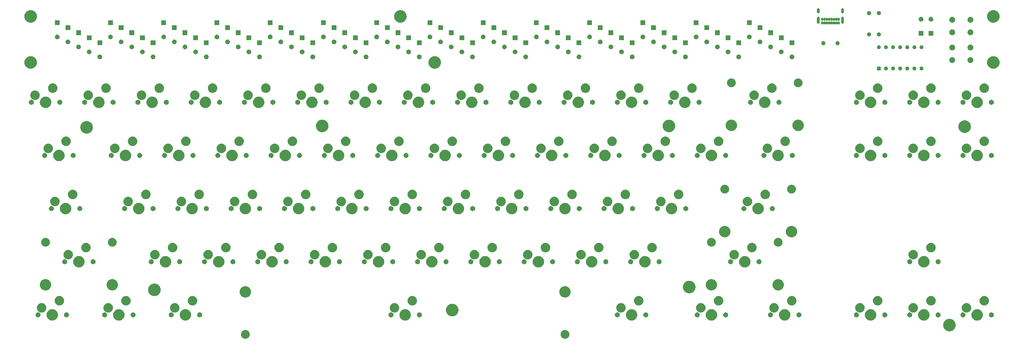
<source format=gts>
G04 #@! TF.GenerationSoftware,KiCad,Pcbnew,9.0.0*
G04 #@! TF.CreationDate,2025-03-06T14:32:33+00:00*
G04 #@! TF.ProjectId,discipline-pcb,64697363-6970-46c6-996e-652d7063622e,rev?*
G04 #@! TF.SameCoordinates,Original*
G04 #@! TF.FileFunction,Soldermask,Top*
G04 #@! TF.FilePolarity,Negative*
%FSLAX46Y46*%
G04 Gerber Fmt 4.6, Leading zero omitted, Abs format (unit mm)*
G04 Created by KiCad (PCBNEW 9.0.0) date 2025-03-06 14:32:33*
%MOMM*%
%LPD*%
G01*
G04 APERTURE LIST*
G04 APERTURE END LIST*
G36*
X134891218Y-176388605D02*
G01*
X134902573Y-176388605D01*
X134958483Y-176397460D01*
X135086216Y-176414276D01*
X135117385Y-176422627D01*
X135146676Y-176427267D01*
X135203006Y-176445570D01*
X135285182Y-176467589D01*
X135337612Y-176489306D01*
X135381726Y-176503640D01*
X135423053Y-176524697D01*
X135475489Y-176546417D01*
X135549177Y-176588960D01*
X135601935Y-176615842D01*
X135625916Y-176633265D01*
X135653871Y-176649405D01*
X135756113Y-176727858D01*
X135801881Y-176761111D01*
X135809905Y-176769135D01*
X135817289Y-176774801D01*
X135962948Y-176920460D01*
X135968613Y-176927843D01*
X135976639Y-176935869D01*
X136009895Y-176981642D01*
X136088344Y-177083878D01*
X136104482Y-177111830D01*
X136121908Y-177135815D01*
X136148792Y-177188578D01*
X136191332Y-177262260D01*
X136213049Y-177314689D01*
X136234110Y-177356024D01*
X136248445Y-177400143D01*
X136270160Y-177452567D01*
X136292175Y-177534730D01*
X136310483Y-177591074D01*
X136315123Y-177620371D01*
X136323473Y-177651533D01*
X136340287Y-177779254D01*
X136349145Y-177835177D01*
X136349145Y-177846532D01*
X136350360Y-177855761D01*
X136350360Y-178061738D01*
X136349145Y-178070966D01*
X136349145Y-178082323D01*
X136340287Y-178138250D01*
X136323473Y-178265966D01*
X136315123Y-178297126D01*
X136310483Y-178326426D01*
X136292174Y-178382774D01*
X136270160Y-178464932D01*
X136248446Y-178517351D01*
X136234110Y-178561476D01*
X136213047Y-178602814D01*
X136191332Y-178655239D01*
X136148796Y-178728913D01*
X136121908Y-178781685D01*
X136104479Y-178805673D01*
X136088344Y-178833621D01*
X136009908Y-178935838D01*
X135976639Y-178981631D01*
X135968610Y-178989659D01*
X135962948Y-178997039D01*
X135817289Y-179142698D01*
X135809909Y-179148360D01*
X135801881Y-179156389D01*
X135756088Y-179189658D01*
X135653871Y-179268094D01*
X135625923Y-179284229D01*
X135601935Y-179301658D01*
X135549163Y-179328546D01*
X135475489Y-179371082D01*
X135423064Y-179392797D01*
X135381726Y-179413860D01*
X135337601Y-179428196D01*
X135285182Y-179449910D01*
X135203024Y-179471924D01*
X135146676Y-179490233D01*
X135117376Y-179494873D01*
X135086216Y-179503223D01*
X134958497Y-179520037D01*
X134902573Y-179528895D01*
X134891218Y-179528895D01*
X134881989Y-179530110D01*
X134676011Y-179530110D01*
X134666782Y-179528895D01*
X134655427Y-179528895D01*
X134599504Y-179520037D01*
X134471783Y-179503223D01*
X134440621Y-179494873D01*
X134411324Y-179490233D01*
X134354980Y-179471925D01*
X134272817Y-179449910D01*
X134220393Y-179428195D01*
X134176274Y-179413860D01*
X134134939Y-179392799D01*
X134082510Y-179371082D01*
X134008828Y-179328542D01*
X133956065Y-179301658D01*
X133932080Y-179284232D01*
X133904128Y-179268094D01*
X133801892Y-179189645D01*
X133756119Y-179156389D01*
X133748093Y-179148363D01*
X133740710Y-179142698D01*
X133595051Y-178997039D01*
X133589385Y-178989655D01*
X133581361Y-178981631D01*
X133548108Y-178935863D01*
X133469655Y-178833621D01*
X133453515Y-178805666D01*
X133436092Y-178781685D01*
X133409210Y-178728927D01*
X133366667Y-178655239D01*
X133344947Y-178602803D01*
X133323890Y-178561476D01*
X133309556Y-178517362D01*
X133287839Y-178464932D01*
X133265820Y-178382756D01*
X133247517Y-178326426D01*
X133242877Y-178297135D01*
X133234526Y-178265966D01*
X133217710Y-178138236D01*
X133208855Y-178082323D01*
X133208855Y-178070967D01*
X133207640Y-178061738D01*
X133207640Y-177855761D01*
X133208855Y-177846531D01*
X133208855Y-177835177D01*
X133217709Y-177779268D01*
X133234526Y-177651533D01*
X133242878Y-177620362D01*
X133247517Y-177591074D01*
X133265818Y-177534748D01*
X133287839Y-177452567D01*
X133309558Y-177400132D01*
X133323890Y-177356024D01*
X133344945Y-177314700D01*
X133366667Y-177262260D01*
X133409215Y-177188563D01*
X133436092Y-177135815D01*
X133453513Y-177111836D01*
X133469655Y-177083878D01*
X133548122Y-176981617D01*
X133581361Y-176935869D01*
X133589381Y-176927848D01*
X133595051Y-176920460D01*
X133740710Y-176774801D01*
X133748098Y-176769131D01*
X133756119Y-176761111D01*
X133801867Y-176727872D01*
X133904128Y-176649405D01*
X133932086Y-176633263D01*
X133956065Y-176615842D01*
X134008813Y-176588965D01*
X134082510Y-176546417D01*
X134134950Y-176524695D01*
X134176274Y-176503640D01*
X134220382Y-176489308D01*
X134272817Y-176467589D01*
X134354998Y-176445568D01*
X134411324Y-176427267D01*
X134440612Y-176422628D01*
X134471783Y-176414276D01*
X134599518Y-176397459D01*
X134655427Y-176388605D01*
X134666782Y-176388605D01*
X134676011Y-176387390D01*
X134881989Y-176387390D01*
X134891218Y-176388605D01*
G37*
G36*
X249191218Y-176388605D02*
G01*
X249202573Y-176388605D01*
X249258483Y-176397460D01*
X249386216Y-176414276D01*
X249417385Y-176422627D01*
X249446676Y-176427267D01*
X249503006Y-176445570D01*
X249585182Y-176467589D01*
X249637612Y-176489306D01*
X249681726Y-176503640D01*
X249723053Y-176524697D01*
X249775489Y-176546417D01*
X249849177Y-176588960D01*
X249901935Y-176615842D01*
X249925916Y-176633265D01*
X249953871Y-176649405D01*
X250056113Y-176727858D01*
X250101881Y-176761111D01*
X250109905Y-176769135D01*
X250117289Y-176774801D01*
X250262948Y-176920460D01*
X250268613Y-176927843D01*
X250276639Y-176935869D01*
X250309895Y-176981642D01*
X250388344Y-177083878D01*
X250404482Y-177111830D01*
X250421908Y-177135815D01*
X250448792Y-177188578D01*
X250491332Y-177262260D01*
X250513049Y-177314689D01*
X250534110Y-177356024D01*
X250548445Y-177400143D01*
X250570160Y-177452567D01*
X250592175Y-177534730D01*
X250610483Y-177591074D01*
X250615123Y-177620371D01*
X250623473Y-177651533D01*
X250640287Y-177779254D01*
X250649145Y-177835177D01*
X250649145Y-177846532D01*
X250650360Y-177855761D01*
X250650360Y-178061738D01*
X250649145Y-178070966D01*
X250649145Y-178082323D01*
X250640287Y-178138250D01*
X250623473Y-178265966D01*
X250615123Y-178297126D01*
X250610483Y-178326426D01*
X250592174Y-178382774D01*
X250570160Y-178464932D01*
X250548446Y-178517351D01*
X250534110Y-178561476D01*
X250513047Y-178602814D01*
X250491332Y-178655239D01*
X250448796Y-178728913D01*
X250421908Y-178781685D01*
X250404479Y-178805673D01*
X250388344Y-178833621D01*
X250309908Y-178935838D01*
X250276639Y-178981631D01*
X250268610Y-178989659D01*
X250262948Y-178997039D01*
X250117289Y-179142698D01*
X250109909Y-179148360D01*
X250101881Y-179156389D01*
X250056088Y-179189658D01*
X249953871Y-179268094D01*
X249925923Y-179284229D01*
X249901935Y-179301658D01*
X249849163Y-179328546D01*
X249775489Y-179371082D01*
X249723064Y-179392797D01*
X249681726Y-179413860D01*
X249637601Y-179428196D01*
X249585182Y-179449910D01*
X249503024Y-179471924D01*
X249446676Y-179490233D01*
X249417376Y-179494873D01*
X249386216Y-179503223D01*
X249258497Y-179520037D01*
X249202573Y-179528895D01*
X249191218Y-179528895D01*
X249181989Y-179530110D01*
X248976011Y-179530110D01*
X248966782Y-179528895D01*
X248955427Y-179528895D01*
X248899504Y-179520037D01*
X248771783Y-179503223D01*
X248740621Y-179494873D01*
X248711324Y-179490233D01*
X248654980Y-179471925D01*
X248572817Y-179449910D01*
X248520393Y-179428195D01*
X248476274Y-179413860D01*
X248434939Y-179392799D01*
X248382510Y-179371082D01*
X248308828Y-179328542D01*
X248256065Y-179301658D01*
X248232080Y-179284232D01*
X248204128Y-179268094D01*
X248101892Y-179189645D01*
X248056119Y-179156389D01*
X248048093Y-179148363D01*
X248040710Y-179142698D01*
X247895051Y-178997039D01*
X247889385Y-178989655D01*
X247881361Y-178981631D01*
X247848108Y-178935863D01*
X247769655Y-178833621D01*
X247753515Y-178805666D01*
X247736092Y-178781685D01*
X247709210Y-178728927D01*
X247666667Y-178655239D01*
X247644947Y-178602803D01*
X247623890Y-178561476D01*
X247609556Y-178517362D01*
X247587839Y-178464932D01*
X247565820Y-178382756D01*
X247547517Y-178326426D01*
X247542877Y-178297135D01*
X247534526Y-178265966D01*
X247517710Y-178138236D01*
X247508855Y-178082323D01*
X247508855Y-178070967D01*
X247507640Y-178061738D01*
X247507640Y-177855761D01*
X247508855Y-177846531D01*
X247508855Y-177835177D01*
X247517709Y-177779268D01*
X247534526Y-177651533D01*
X247542878Y-177620362D01*
X247547517Y-177591074D01*
X247565818Y-177534748D01*
X247587839Y-177452567D01*
X247609558Y-177400132D01*
X247623890Y-177356024D01*
X247644945Y-177314700D01*
X247666667Y-177262260D01*
X247709215Y-177188563D01*
X247736092Y-177135815D01*
X247753513Y-177111836D01*
X247769655Y-177083878D01*
X247848122Y-176981617D01*
X247881361Y-176935869D01*
X247889381Y-176927848D01*
X247895051Y-176920460D01*
X248040710Y-176774801D01*
X248048098Y-176769131D01*
X248056119Y-176761111D01*
X248101867Y-176727872D01*
X248204128Y-176649405D01*
X248232086Y-176633263D01*
X248256065Y-176615842D01*
X248308813Y-176588965D01*
X248382510Y-176546417D01*
X248434950Y-176524695D01*
X248476274Y-176503640D01*
X248520382Y-176489308D01*
X248572817Y-176467589D01*
X248654998Y-176445568D01*
X248711324Y-176427267D01*
X248740612Y-176422628D01*
X248771783Y-176414276D01*
X248899518Y-176397459D01*
X248955427Y-176388605D01*
X248966782Y-176388605D01*
X248976011Y-176387390D01*
X249181989Y-176387390D01*
X249191218Y-176388605D01*
G37*
G36*
X386995398Y-172417252D02*
G01*
X387279810Y-172493460D01*
X387551842Y-172606139D01*
X387806839Y-172753362D01*
X388040437Y-172932609D01*
X388248641Y-173140813D01*
X388427888Y-173374411D01*
X388575111Y-173629408D01*
X388687790Y-173901440D01*
X388763998Y-174185852D01*
X388802430Y-174477778D01*
X388802430Y-174772222D01*
X388763998Y-175064148D01*
X388687790Y-175348560D01*
X388575111Y-175620592D01*
X388427888Y-175875589D01*
X388248641Y-176109187D01*
X388040437Y-176317391D01*
X387806839Y-176496638D01*
X387551842Y-176643861D01*
X387279810Y-176756540D01*
X386995398Y-176832748D01*
X386703472Y-176871180D01*
X386409028Y-176871180D01*
X386117102Y-176832748D01*
X385832690Y-176756540D01*
X385560658Y-176643861D01*
X385305661Y-176496638D01*
X385072063Y-176317391D01*
X384863859Y-176109187D01*
X384684612Y-175875589D01*
X384537389Y-175620592D01*
X384424710Y-175348560D01*
X384348502Y-175064148D01*
X384310070Y-174772222D01*
X384310070Y-174477778D01*
X384348502Y-174185852D01*
X384424710Y-173901440D01*
X384537389Y-173629408D01*
X384684612Y-173374411D01*
X384863859Y-173140813D01*
X385072063Y-172932609D01*
X385305661Y-172753362D01*
X385560658Y-172606139D01*
X385832690Y-172493460D01*
X386117102Y-172417252D01*
X386409028Y-172378820D01*
X386703472Y-172378820D01*
X386995398Y-172417252D01*
G37*
G36*
X89933990Y-168968142D02*
G01*
X90192362Y-169037373D01*
X90439486Y-169139735D01*
X90671136Y-169273478D01*
X90883346Y-169436313D01*
X91072487Y-169625454D01*
X91235322Y-169837664D01*
X91369065Y-170069314D01*
X91471427Y-170316438D01*
X91540658Y-170574810D01*
X91575572Y-170840007D01*
X91575572Y-171107493D01*
X91540658Y-171372690D01*
X91471427Y-171631062D01*
X91369065Y-171878186D01*
X91235322Y-172109836D01*
X91072487Y-172322046D01*
X90883346Y-172511187D01*
X90671136Y-172674022D01*
X90439486Y-172807765D01*
X90192362Y-172910127D01*
X89933990Y-172979358D01*
X89668793Y-173014272D01*
X89401307Y-173014272D01*
X89136110Y-172979358D01*
X88877738Y-172910127D01*
X88630614Y-172807765D01*
X88398964Y-172674022D01*
X88186754Y-172511187D01*
X87997613Y-172322046D01*
X87834778Y-172109836D01*
X87701035Y-171878186D01*
X87598673Y-171631062D01*
X87529442Y-171372690D01*
X87494528Y-171107493D01*
X87494528Y-170840007D01*
X87529442Y-170574810D01*
X87598673Y-170316438D01*
X87701035Y-170069314D01*
X87834778Y-169837664D01*
X87997613Y-169625454D01*
X88186754Y-169436313D01*
X88398964Y-169273478D01*
X88630614Y-169139735D01*
X88877738Y-169037373D01*
X89136110Y-168968142D01*
X89401307Y-168933228D01*
X89668793Y-168933228D01*
X89933990Y-168968142D01*
G37*
G36*
X192327940Y-168968142D02*
G01*
X192586312Y-169037373D01*
X192833436Y-169139735D01*
X193065086Y-169273478D01*
X193277296Y-169436313D01*
X193466437Y-169625454D01*
X193629272Y-169837664D01*
X193763015Y-170069314D01*
X193865377Y-170316438D01*
X193934608Y-170574810D01*
X193969522Y-170840007D01*
X193969522Y-171107493D01*
X193934608Y-171372690D01*
X193865377Y-171631062D01*
X193763015Y-171878186D01*
X193629272Y-172109836D01*
X193466437Y-172322046D01*
X193277296Y-172511187D01*
X193065086Y-172674022D01*
X192833436Y-172807765D01*
X192586312Y-172910127D01*
X192327940Y-172979358D01*
X192062743Y-173014272D01*
X191795257Y-173014272D01*
X191530060Y-172979358D01*
X191271688Y-172910127D01*
X191024564Y-172807765D01*
X190792914Y-172674022D01*
X190580704Y-172511187D01*
X190391563Y-172322046D01*
X190228728Y-172109836D01*
X190094985Y-171878186D01*
X189992623Y-171631062D01*
X189923392Y-171372690D01*
X189888478Y-171107493D01*
X189888478Y-170840007D01*
X189923392Y-170574810D01*
X189992623Y-170316438D01*
X190094985Y-170069314D01*
X190228728Y-169837664D01*
X190391563Y-169625454D01*
X190580704Y-169436313D01*
X190792914Y-169273478D01*
X191024564Y-169139735D01*
X191271688Y-169037373D01*
X191530060Y-168968142D01*
X191795257Y-168933228D01*
X192062743Y-168933228D01*
X192327940Y-168968142D01*
G37*
G36*
X273291626Y-168968142D02*
G01*
X273549998Y-169037373D01*
X273797122Y-169139735D01*
X274028772Y-169273478D01*
X274240982Y-169436313D01*
X274430123Y-169625454D01*
X274592958Y-169837664D01*
X274726701Y-170069314D01*
X274829063Y-170316438D01*
X274898294Y-170574810D01*
X274933208Y-170840007D01*
X274933208Y-171107493D01*
X274898294Y-171372690D01*
X274829063Y-171631062D01*
X274726701Y-171878186D01*
X274592958Y-172109836D01*
X274430123Y-172322046D01*
X274240982Y-172511187D01*
X274028772Y-172674022D01*
X273797122Y-172807765D01*
X273549998Y-172910127D01*
X273291626Y-172979358D01*
X273026429Y-173014272D01*
X272758943Y-173014272D01*
X272493746Y-172979358D01*
X272235374Y-172910127D01*
X271988250Y-172807765D01*
X271756600Y-172674022D01*
X271544390Y-172511187D01*
X271355249Y-172322046D01*
X271192414Y-172109836D01*
X271058671Y-171878186D01*
X270956309Y-171631062D01*
X270887078Y-171372690D01*
X270852164Y-171107493D01*
X270852164Y-170840007D01*
X270887078Y-170574810D01*
X270956309Y-170316438D01*
X271058671Y-170069314D01*
X271192414Y-169837664D01*
X271355249Y-169625454D01*
X271544390Y-169436313D01*
X271756600Y-169273478D01*
X271988250Y-169139735D01*
X272235374Y-169037373D01*
X272493746Y-168968142D01*
X272758943Y-168933228D01*
X273026429Y-168933228D01*
X273291626Y-168968142D01*
G37*
G36*
X301847818Y-168968142D02*
G01*
X302106190Y-169037373D01*
X302353314Y-169139735D01*
X302584964Y-169273478D01*
X302797174Y-169436313D01*
X302986315Y-169625454D01*
X303149150Y-169837664D01*
X303282893Y-170069314D01*
X303385255Y-170316438D01*
X303454486Y-170574810D01*
X303489400Y-170840007D01*
X303489400Y-171107493D01*
X303454486Y-171372690D01*
X303385255Y-171631062D01*
X303282893Y-171878186D01*
X303149150Y-172109836D01*
X302986315Y-172322046D01*
X302797174Y-172511187D01*
X302584964Y-172674022D01*
X302353314Y-172807765D01*
X302106190Y-172910127D01*
X301847818Y-172979358D01*
X301582621Y-173014272D01*
X301315135Y-173014272D01*
X301049938Y-172979358D01*
X300791566Y-172910127D01*
X300544442Y-172807765D01*
X300312792Y-172674022D01*
X300100582Y-172511187D01*
X299911441Y-172322046D01*
X299748606Y-172109836D01*
X299614863Y-171878186D01*
X299512501Y-171631062D01*
X299443270Y-171372690D01*
X299408356Y-171107493D01*
X299408356Y-170840007D01*
X299443270Y-170574810D01*
X299512501Y-170316438D01*
X299614863Y-170069314D01*
X299748606Y-169837664D01*
X299911441Y-169625454D01*
X300100582Y-169436313D01*
X300312792Y-169273478D01*
X300544442Y-169139735D01*
X300791566Y-169037373D01*
X301049938Y-168968142D01*
X301315135Y-168933228D01*
X301582621Y-168933228D01*
X301847818Y-168968142D01*
G37*
G36*
X328041568Y-168968142D02*
G01*
X328299940Y-169037373D01*
X328547064Y-169139735D01*
X328778714Y-169273478D01*
X328990924Y-169436313D01*
X329180065Y-169625454D01*
X329342900Y-169837664D01*
X329476643Y-170069314D01*
X329579005Y-170316438D01*
X329648236Y-170574810D01*
X329683150Y-170840007D01*
X329683150Y-171107493D01*
X329648236Y-171372690D01*
X329579005Y-171631062D01*
X329476643Y-171878186D01*
X329342900Y-172109836D01*
X329180065Y-172322046D01*
X328990924Y-172511187D01*
X328778714Y-172674022D01*
X328547064Y-172807765D01*
X328299940Y-172910127D01*
X328041568Y-172979358D01*
X327776371Y-173014272D01*
X327508885Y-173014272D01*
X327243688Y-172979358D01*
X326985316Y-172910127D01*
X326738192Y-172807765D01*
X326506542Y-172674022D01*
X326294332Y-172511187D01*
X326105191Y-172322046D01*
X325942356Y-172109836D01*
X325808613Y-171878186D01*
X325706251Y-171631062D01*
X325637020Y-171372690D01*
X325602106Y-171107493D01*
X325602106Y-170840007D01*
X325637020Y-170574810D01*
X325706251Y-170316438D01*
X325808613Y-170069314D01*
X325942356Y-169837664D01*
X326105191Y-169625454D01*
X326294332Y-169436313D01*
X326506542Y-169273478D01*
X326738192Y-169139735D01*
X326985316Y-169037373D01*
X327243688Y-168968142D01*
X327508885Y-168933228D01*
X327776371Y-168933228D01*
X328041568Y-168968142D01*
G37*
G36*
X358766568Y-168968142D02*
G01*
X359024940Y-169037373D01*
X359272064Y-169139735D01*
X359503714Y-169273478D01*
X359715924Y-169436313D01*
X359905065Y-169625454D01*
X360067900Y-169837664D01*
X360201643Y-170069314D01*
X360304005Y-170316438D01*
X360373236Y-170574810D01*
X360408150Y-170840007D01*
X360408150Y-171107493D01*
X360373236Y-171372690D01*
X360304005Y-171631062D01*
X360201643Y-171878186D01*
X360067900Y-172109836D01*
X359905065Y-172322046D01*
X359715924Y-172511187D01*
X359503714Y-172674022D01*
X359272064Y-172807765D01*
X359024940Y-172910127D01*
X358766568Y-172979358D01*
X358501371Y-173014272D01*
X358233885Y-173014272D01*
X357968688Y-172979358D01*
X357710316Y-172910127D01*
X357463192Y-172807765D01*
X357231542Y-172674022D01*
X357019332Y-172511187D01*
X356830191Y-172322046D01*
X356667356Y-172109836D01*
X356533613Y-171878186D01*
X356431251Y-171631062D01*
X356362020Y-171372690D01*
X356327106Y-171107493D01*
X356327106Y-170840007D01*
X356362020Y-170574810D01*
X356431251Y-170316438D01*
X356533613Y-170069314D01*
X356667356Y-169837664D01*
X356830191Y-169625454D01*
X357019332Y-169436313D01*
X357231542Y-169273478D01*
X357463192Y-169139735D01*
X357710316Y-169037373D01*
X357968688Y-168968142D01*
X358233885Y-168933228D01*
X358501371Y-168933228D01*
X358766568Y-168968142D01*
G37*
G36*
X377816568Y-168968142D02*
G01*
X378074940Y-169037373D01*
X378322064Y-169139735D01*
X378553714Y-169273478D01*
X378765924Y-169436313D01*
X378955065Y-169625454D01*
X379117900Y-169837664D01*
X379251643Y-170069314D01*
X379354005Y-170316438D01*
X379423236Y-170574810D01*
X379458150Y-170840007D01*
X379458150Y-171107493D01*
X379423236Y-171372690D01*
X379354005Y-171631062D01*
X379251643Y-171878186D01*
X379117900Y-172109836D01*
X378955065Y-172322046D01*
X378765924Y-172511187D01*
X378553714Y-172674022D01*
X378322064Y-172807765D01*
X378074940Y-172910127D01*
X377816568Y-172979358D01*
X377551371Y-173014272D01*
X377283885Y-173014272D01*
X377018688Y-172979358D01*
X376760316Y-172910127D01*
X376513192Y-172807765D01*
X376281542Y-172674022D01*
X376069332Y-172511187D01*
X375880191Y-172322046D01*
X375717356Y-172109836D01*
X375583613Y-171878186D01*
X375481251Y-171631062D01*
X375412020Y-171372690D01*
X375377106Y-171107493D01*
X375377106Y-170840007D01*
X375412020Y-170574810D01*
X375481251Y-170316438D01*
X375583613Y-170069314D01*
X375717356Y-169837664D01*
X375880191Y-169625454D01*
X376069332Y-169436313D01*
X376281542Y-169273478D01*
X376513192Y-169139735D01*
X376760316Y-169037373D01*
X377018688Y-168968142D01*
X377283885Y-168933228D01*
X377551371Y-168933228D01*
X377816568Y-168968142D01*
G37*
G36*
X396866568Y-168968142D02*
G01*
X397124940Y-169037373D01*
X397372064Y-169139735D01*
X397603714Y-169273478D01*
X397815924Y-169436313D01*
X398005065Y-169625454D01*
X398167900Y-169837664D01*
X398301643Y-170069314D01*
X398404005Y-170316438D01*
X398473236Y-170574810D01*
X398508150Y-170840007D01*
X398508150Y-171107493D01*
X398473236Y-171372690D01*
X398404005Y-171631062D01*
X398301643Y-171878186D01*
X398167900Y-172109836D01*
X398005065Y-172322046D01*
X397815924Y-172511187D01*
X397603714Y-172674022D01*
X397372064Y-172807765D01*
X397124940Y-172910127D01*
X396866568Y-172979358D01*
X396601371Y-173014272D01*
X396333885Y-173014272D01*
X396068688Y-172979358D01*
X395810316Y-172910127D01*
X395563192Y-172807765D01*
X395331542Y-172674022D01*
X395119332Y-172511187D01*
X394930191Y-172322046D01*
X394767356Y-172109836D01*
X394633613Y-171878186D01*
X394531251Y-171631062D01*
X394462020Y-171372690D01*
X394427106Y-171107493D01*
X394427106Y-170840007D01*
X394462020Y-170574810D01*
X394531251Y-170316438D01*
X394633613Y-170069314D01*
X394767356Y-169837664D01*
X394930191Y-169625454D01*
X395119332Y-169436313D01*
X395331542Y-169273478D01*
X395563192Y-169139735D01*
X395810316Y-169037373D01*
X396068688Y-168968142D01*
X396333885Y-168933228D01*
X396601371Y-168933228D01*
X396866568Y-168968142D01*
G37*
G36*
X66121390Y-168958012D02*
G01*
X66379762Y-169027243D01*
X66626886Y-169129605D01*
X66858536Y-169263348D01*
X67070746Y-169426183D01*
X67259887Y-169615324D01*
X67422722Y-169827534D01*
X67556465Y-170059184D01*
X67658827Y-170306308D01*
X67728058Y-170564680D01*
X67762972Y-170829877D01*
X67762972Y-171097363D01*
X67728058Y-171362560D01*
X67658827Y-171620932D01*
X67556465Y-171868056D01*
X67422722Y-172099706D01*
X67259887Y-172311916D01*
X67070746Y-172501057D01*
X66858536Y-172663892D01*
X66626886Y-172797635D01*
X66379762Y-172899997D01*
X66121390Y-172969228D01*
X65856193Y-173004142D01*
X65588707Y-173004142D01*
X65323510Y-172969228D01*
X65065138Y-172899997D01*
X64818014Y-172797635D01*
X64586364Y-172663892D01*
X64374154Y-172501057D01*
X64185013Y-172311916D01*
X64022178Y-172099706D01*
X63888435Y-171868056D01*
X63786073Y-171620932D01*
X63716842Y-171362560D01*
X63681928Y-171097363D01*
X63681928Y-170829877D01*
X63716842Y-170564680D01*
X63786073Y-170306308D01*
X63888435Y-170059184D01*
X64022178Y-169827534D01*
X64185013Y-169615324D01*
X64374154Y-169426183D01*
X64586364Y-169263348D01*
X64818014Y-169129605D01*
X65065138Y-169027243D01*
X65323510Y-168958012D01*
X65588707Y-168923098D01*
X65856193Y-168923098D01*
X66121390Y-168958012D01*
G37*
G36*
X113746390Y-168958012D02*
G01*
X114004762Y-169027243D01*
X114251886Y-169129605D01*
X114483536Y-169263348D01*
X114695746Y-169426183D01*
X114884887Y-169615324D01*
X115047722Y-169827534D01*
X115181465Y-170059184D01*
X115283827Y-170306308D01*
X115353058Y-170564680D01*
X115387972Y-170829877D01*
X115387972Y-171097363D01*
X115353058Y-171362560D01*
X115283827Y-171620932D01*
X115181465Y-171868056D01*
X115047722Y-172099706D01*
X114884887Y-172311916D01*
X114695746Y-172501057D01*
X114483536Y-172663892D01*
X114251886Y-172797635D01*
X114004762Y-172899997D01*
X113746390Y-172969228D01*
X113481193Y-173004142D01*
X113213707Y-173004142D01*
X112948510Y-172969228D01*
X112690138Y-172899997D01*
X112443014Y-172797635D01*
X112211364Y-172663892D01*
X111999154Y-172501057D01*
X111810013Y-172311916D01*
X111647178Y-172099706D01*
X111513435Y-171868056D01*
X111411073Y-171620932D01*
X111341842Y-171362560D01*
X111306928Y-171097363D01*
X111306928Y-170829877D01*
X111341842Y-170564680D01*
X111411073Y-170306308D01*
X111513435Y-170059184D01*
X111647178Y-169827534D01*
X111810013Y-169615324D01*
X111999154Y-169426183D01*
X112211364Y-169263348D01*
X112443014Y-169129605D01*
X112690138Y-169027243D01*
X112948510Y-168958012D01*
X113213707Y-168923098D01*
X113481193Y-168923098D01*
X113746390Y-168958012D01*
G37*
G36*
X84716858Y-170110686D02*
G01*
X84880203Y-170178345D01*
X85027209Y-170276572D01*
X85152228Y-170401591D01*
X85250455Y-170548597D01*
X85318114Y-170711942D01*
X85352607Y-170885348D01*
X85352607Y-171062152D01*
X85318114Y-171235558D01*
X85250455Y-171398903D01*
X85152228Y-171545909D01*
X85027209Y-171670928D01*
X84880203Y-171769155D01*
X84716858Y-171836814D01*
X84543452Y-171871307D01*
X84366648Y-171871307D01*
X84193242Y-171836814D01*
X84029897Y-171769155D01*
X83882891Y-171670928D01*
X83757872Y-171545909D01*
X83659645Y-171398903D01*
X83591986Y-171235558D01*
X83557493Y-171062152D01*
X83557493Y-170885348D01*
X83591986Y-170711942D01*
X83659645Y-170548597D01*
X83757872Y-170401591D01*
X83882891Y-170276572D01*
X84029897Y-170178345D01*
X84193242Y-170110686D01*
X84366648Y-170076193D01*
X84543452Y-170076193D01*
X84716858Y-170110686D01*
G37*
G36*
X94876858Y-170110686D02*
G01*
X95040203Y-170178345D01*
X95187209Y-170276572D01*
X95312228Y-170401591D01*
X95410455Y-170548597D01*
X95478114Y-170711942D01*
X95512607Y-170885348D01*
X95512607Y-171062152D01*
X95478114Y-171235558D01*
X95410455Y-171398903D01*
X95312228Y-171545909D01*
X95187209Y-171670928D01*
X95040203Y-171769155D01*
X94876858Y-171836814D01*
X94703452Y-171871307D01*
X94526648Y-171871307D01*
X94353242Y-171836814D01*
X94189897Y-171769155D01*
X94042891Y-171670928D01*
X93917872Y-171545909D01*
X93819645Y-171398903D01*
X93751986Y-171235558D01*
X93717493Y-171062152D01*
X93717493Y-170885348D01*
X93751986Y-170711942D01*
X93819645Y-170548597D01*
X93917872Y-170401591D01*
X94042891Y-170276572D01*
X94189897Y-170178345D01*
X94353242Y-170110686D01*
X94526648Y-170076193D01*
X94703452Y-170076193D01*
X94876858Y-170110686D01*
G37*
G36*
X187110808Y-170110686D02*
G01*
X187274153Y-170178345D01*
X187421159Y-170276572D01*
X187546178Y-170401591D01*
X187644405Y-170548597D01*
X187712064Y-170711942D01*
X187746557Y-170885348D01*
X187746557Y-171062152D01*
X187712064Y-171235558D01*
X187644405Y-171398903D01*
X187546178Y-171545909D01*
X187421159Y-171670928D01*
X187274153Y-171769155D01*
X187110808Y-171836814D01*
X186937402Y-171871307D01*
X186760598Y-171871307D01*
X186587192Y-171836814D01*
X186423847Y-171769155D01*
X186276841Y-171670928D01*
X186151822Y-171545909D01*
X186053595Y-171398903D01*
X185985936Y-171235558D01*
X185951443Y-171062152D01*
X185951443Y-170885348D01*
X185985936Y-170711942D01*
X186053595Y-170548597D01*
X186151822Y-170401591D01*
X186276841Y-170276572D01*
X186423847Y-170178345D01*
X186587192Y-170110686D01*
X186760598Y-170076193D01*
X186937402Y-170076193D01*
X187110808Y-170110686D01*
G37*
G36*
X197270808Y-170110686D02*
G01*
X197434153Y-170178345D01*
X197581159Y-170276572D01*
X197706178Y-170401591D01*
X197804405Y-170548597D01*
X197872064Y-170711942D01*
X197906557Y-170885348D01*
X197906557Y-171062152D01*
X197872064Y-171235558D01*
X197804405Y-171398903D01*
X197706178Y-171545909D01*
X197581159Y-171670928D01*
X197434153Y-171769155D01*
X197270808Y-171836814D01*
X197097402Y-171871307D01*
X196920598Y-171871307D01*
X196747192Y-171836814D01*
X196583847Y-171769155D01*
X196436841Y-171670928D01*
X196311822Y-171545909D01*
X196213595Y-171398903D01*
X196145936Y-171235558D01*
X196111443Y-171062152D01*
X196111443Y-170885348D01*
X196145936Y-170711942D01*
X196213595Y-170548597D01*
X196311822Y-170401591D01*
X196436841Y-170276572D01*
X196583847Y-170178345D01*
X196747192Y-170110686D01*
X196920598Y-170076193D01*
X197097402Y-170076193D01*
X197270808Y-170110686D01*
G37*
G36*
X268074494Y-170110686D02*
G01*
X268237839Y-170178345D01*
X268384845Y-170276572D01*
X268509864Y-170401591D01*
X268608091Y-170548597D01*
X268675750Y-170711942D01*
X268710243Y-170885348D01*
X268710243Y-171062152D01*
X268675750Y-171235558D01*
X268608091Y-171398903D01*
X268509864Y-171545909D01*
X268384845Y-171670928D01*
X268237839Y-171769155D01*
X268074494Y-171836814D01*
X267901088Y-171871307D01*
X267724284Y-171871307D01*
X267550878Y-171836814D01*
X267387533Y-171769155D01*
X267240527Y-171670928D01*
X267115508Y-171545909D01*
X267017281Y-171398903D01*
X266949622Y-171235558D01*
X266915129Y-171062152D01*
X266915129Y-170885348D01*
X266949622Y-170711942D01*
X267017281Y-170548597D01*
X267115508Y-170401591D01*
X267240527Y-170276572D01*
X267387533Y-170178345D01*
X267550878Y-170110686D01*
X267724284Y-170076193D01*
X267901088Y-170076193D01*
X268074494Y-170110686D01*
G37*
G36*
X278234494Y-170110686D02*
G01*
X278397839Y-170178345D01*
X278544845Y-170276572D01*
X278669864Y-170401591D01*
X278768091Y-170548597D01*
X278835750Y-170711942D01*
X278870243Y-170885348D01*
X278870243Y-171062152D01*
X278835750Y-171235558D01*
X278768091Y-171398903D01*
X278669864Y-171545909D01*
X278544845Y-171670928D01*
X278397839Y-171769155D01*
X278234494Y-171836814D01*
X278061088Y-171871307D01*
X277884284Y-171871307D01*
X277710878Y-171836814D01*
X277547533Y-171769155D01*
X277400527Y-171670928D01*
X277275508Y-171545909D01*
X277177281Y-171398903D01*
X277109622Y-171235558D01*
X277075129Y-171062152D01*
X277075129Y-170885348D01*
X277109622Y-170711942D01*
X277177281Y-170548597D01*
X277275508Y-170401591D01*
X277400527Y-170276572D01*
X277547533Y-170178345D01*
X277710878Y-170110686D01*
X277884284Y-170076193D01*
X278061088Y-170076193D01*
X278234494Y-170110686D01*
G37*
G36*
X296630686Y-170110686D02*
G01*
X296794031Y-170178345D01*
X296941037Y-170276572D01*
X297066056Y-170401591D01*
X297164283Y-170548597D01*
X297231942Y-170711942D01*
X297266435Y-170885348D01*
X297266435Y-171062152D01*
X297231942Y-171235558D01*
X297164283Y-171398903D01*
X297066056Y-171545909D01*
X296941037Y-171670928D01*
X296794031Y-171769155D01*
X296630686Y-171836814D01*
X296457280Y-171871307D01*
X296280476Y-171871307D01*
X296107070Y-171836814D01*
X295943725Y-171769155D01*
X295796719Y-171670928D01*
X295671700Y-171545909D01*
X295573473Y-171398903D01*
X295505814Y-171235558D01*
X295471321Y-171062152D01*
X295471321Y-170885348D01*
X295505814Y-170711942D01*
X295573473Y-170548597D01*
X295671700Y-170401591D01*
X295796719Y-170276572D01*
X295943725Y-170178345D01*
X296107070Y-170110686D01*
X296280476Y-170076193D01*
X296457280Y-170076193D01*
X296630686Y-170110686D01*
G37*
G36*
X306790686Y-170110686D02*
G01*
X306954031Y-170178345D01*
X307101037Y-170276572D01*
X307226056Y-170401591D01*
X307324283Y-170548597D01*
X307391942Y-170711942D01*
X307426435Y-170885348D01*
X307426435Y-171062152D01*
X307391942Y-171235558D01*
X307324283Y-171398903D01*
X307226056Y-171545909D01*
X307101037Y-171670928D01*
X306954031Y-171769155D01*
X306790686Y-171836814D01*
X306617280Y-171871307D01*
X306440476Y-171871307D01*
X306267070Y-171836814D01*
X306103725Y-171769155D01*
X305956719Y-171670928D01*
X305831700Y-171545909D01*
X305733473Y-171398903D01*
X305665814Y-171235558D01*
X305631321Y-171062152D01*
X305631321Y-170885348D01*
X305665814Y-170711942D01*
X305733473Y-170548597D01*
X305831700Y-170401591D01*
X305956719Y-170276572D01*
X306103725Y-170178345D01*
X306267070Y-170110686D01*
X306440476Y-170076193D01*
X306617280Y-170076193D01*
X306790686Y-170110686D01*
G37*
G36*
X322824436Y-170110686D02*
G01*
X322987781Y-170178345D01*
X323134787Y-170276572D01*
X323259806Y-170401591D01*
X323358033Y-170548597D01*
X323425692Y-170711942D01*
X323460185Y-170885348D01*
X323460185Y-171062152D01*
X323425692Y-171235558D01*
X323358033Y-171398903D01*
X323259806Y-171545909D01*
X323134787Y-171670928D01*
X322987781Y-171769155D01*
X322824436Y-171836814D01*
X322651030Y-171871307D01*
X322474226Y-171871307D01*
X322300820Y-171836814D01*
X322137475Y-171769155D01*
X321990469Y-171670928D01*
X321865450Y-171545909D01*
X321767223Y-171398903D01*
X321699564Y-171235558D01*
X321665071Y-171062152D01*
X321665071Y-170885348D01*
X321699564Y-170711942D01*
X321767223Y-170548597D01*
X321865450Y-170401591D01*
X321990469Y-170276572D01*
X322137475Y-170178345D01*
X322300820Y-170110686D01*
X322474226Y-170076193D01*
X322651030Y-170076193D01*
X322824436Y-170110686D01*
G37*
G36*
X332984436Y-170110686D02*
G01*
X333147781Y-170178345D01*
X333294787Y-170276572D01*
X333419806Y-170401591D01*
X333518033Y-170548597D01*
X333585692Y-170711942D01*
X333620185Y-170885348D01*
X333620185Y-171062152D01*
X333585692Y-171235558D01*
X333518033Y-171398903D01*
X333419806Y-171545909D01*
X333294787Y-171670928D01*
X333147781Y-171769155D01*
X332984436Y-171836814D01*
X332811030Y-171871307D01*
X332634226Y-171871307D01*
X332460820Y-171836814D01*
X332297475Y-171769155D01*
X332150469Y-171670928D01*
X332025450Y-171545909D01*
X331927223Y-171398903D01*
X331859564Y-171235558D01*
X331825071Y-171062152D01*
X331825071Y-170885348D01*
X331859564Y-170711942D01*
X331927223Y-170548597D01*
X332025450Y-170401591D01*
X332150469Y-170276572D01*
X332297475Y-170178345D01*
X332460820Y-170110686D01*
X332634226Y-170076193D01*
X332811030Y-170076193D01*
X332984436Y-170110686D01*
G37*
G36*
X353549436Y-170110686D02*
G01*
X353712781Y-170178345D01*
X353859787Y-170276572D01*
X353984806Y-170401591D01*
X354083033Y-170548597D01*
X354150692Y-170711942D01*
X354185185Y-170885348D01*
X354185185Y-171062152D01*
X354150692Y-171235558D01*
X354083033Y-171398903D01*
X353984806Y-171545909D01*
X353859787Y-171670928D01*
X353712781Y-171769155D01*
X353549436Y-171836814D01*
X353376030Y-171871307D01*
X353199226Y-171871307D01*
X353025820Y-171836814D01*
X352862475Y-171769155D01*
X352715469Y-171670928D01*
X352590450Y-171545909D01*
X352492223Y-171398903D01*
X352424564Y-171235558D01*
X352390071Y-171062152D01*
X352390071Y-170885348D01*
X352424564Y-170711942D01*
X352492223Y-170548597D01*
X352590450Y-170401591D01*
X352715469Y-170276572D01*
X352862475Y-170178345D01*
X353025820Y-170110686D01*
X353199226Y-170076193D01*
X353376030Y-170076193D01*
X353549436Y-170110686D01*
G37*
G36*
X363709436Y-170110686D02*
G01*
X363872781Y-170178345D01*
X364019787Y-170276572D01*
X364144806Y-170401591D01*
X364243033Y-170548597D01*
X364310692Y-170711942D01*
X364345185Y-170885348D01*
X364345185Y-171062152D01*
X364310692Y-171235558D01*
X364243033Y-171398903D01*
X364144806Y-171545909D01*
X364019787Y-171670928D01*
X363872781Y-171769155D01*
X363709436Y-171836814D01*
X363536030Y-171871307D01*
X363359226Y-171871307D01*
X363185820Y-171836814D01*
X363022475Y-171769155D01*
X362875469Y-171670928D01*
X362750450Y-171545909D01*
X362652223Y-171398903D01*
X362584564Y-171235558D01*
X362550071Y-171062152D01*
X362550071Y-170885348D01*
X362584564Y-170711942D01*
X362652223Y-170548597D01*
X362750450Y-170401591D01*
X362875469Y-170276572D01*
X363022475Y-170178345D01*
X363185820Y-170110686D01*
X363359226Y-170076193D01*
X363536030Y-170076193D01*
X363709436Y-170110686D01*
G37*
G36*
X372599436Y-170110686D02*
G01*
X372762781Y-170178345D01*
X372909787Y-170276572D01*
X373034806Y-170401591D01*
X373133033Y-170548597D01*
X373200692Y-170711942D01*
X373235185Y-170885348D01*
X373235185Y-171062152D01*
X373200692Y-171235558D01*
X373133033Y-171398903D01*
X373034806Y-171545909D01*
X372909787Y-171670928D01*
X372762781Y-171769155D01*
X372599436Y-171836814D01*
X372426030Y-171871307D01*
X372249226Y-171871307D01*
X372075820Y-171836814D01*
X371912475Y-171769155D01*
X371765469Y-171670928D01*
X371640450Y-171545909D01*
X371542223Y-171398903D01*
X371474564Y-171235558D01*
X371440071Y-171062152D01*
X371440071Y-170885348D01*
X371474564Y-170711942D01*
X371542223Y-170548597D01*
X371640450Y-170401591D01*
X371765469Y-170276572D01*
X371912475Y-170178345D01*
X372075820Y-170110686D01*
X372249226Y-170076193D01*
X372426030Y-170076193D01*
X372599436Y-170110686D01*
G37*
G36*
X382759436Y-170110686D02*
G01*
X382922781Y-170178345D01*
X383069787Y-170276572D01*
X383194806Y-170401591D01*
X383293033Y-170548597D01*
X383360692Y-170711942D01*
X383395185Y-170885348D01*
X383395185Y-171062152D01*
X383360692Y-171235558D01*
X383293033Y-171398903D01*
X383194806Y-171545909D01*
X383069787Y-171670928D01*
X382922781Y-171769155D01*
X382759436Y-171836814D01*
X382586030Y-171871307D01*
X382409226Y-171871307D01*
X382235820Y-171836814D01*
X382072475Y-171769155D01*
X381925469Y-171670928D01*
X381800450Y-171545909D01*
X381702223Y-171398903D01*
X381634564Y-171235558D01*
X381600071Y-171062152D01*
X381600071Y-170885348D01*
X381634564Y-170711942D01*
X381702223Y-170548597D01*
X381800450Y-170401591D01*
X381925469Y-170276572D01*
X382072475Y-170178345D01*
X382235820Y-170110686D01*
X382409226Y-170076193D01*
X382586030Y-170076193D01*
X382759436Y-170110686D01*
G37*
G36*
X391649436Y-170110686D02*
G01*
X391812781Y-170178345D01*
X391959787Y-170276572D01*
X392084806Y-170401591D01*
X392183033Y-170548597D01*
X392250692Y-170711942D01*
X392285185Y-170885348D01*
X392285185Y-171062152D01*
X392250692Y-171235558D01*
X392183033Y-171398903D01*
X392084806Y-171545909D01*
X391959787Y-171670928D01*
X391812781Y-171769155D01*
X391649436Y-171836814D01*
X391476030Y-171871307D01*
X391299226Y-171871307D01*
X391125820Y-171836814D01*
X390962475Y-171769155D01*
X390815469Y-171670928D01*
X390690450Y-171545909D01*
X390592223Y-171398903D01*
X390524564Y-171235558D01*
X390490071Y-171062152D01*
X390490071Y-170885348D01*
X390524564Y-170711942D01*
X390592223Y-170548597D01*
X390690450Y-170401591D01*
X390815469Y-170276572D01*
X390962475Y-170178345D01*
X391125820Y-170110686D01*
X391299226Y-170076193D01*
X391476030Y-170076193D01*
X391649436Y-170110686D01*
G37*
G36*
X401809436Y-170110686D02*
G01*
X401972781Y-170178345D01*
X402119787Y-170276572D01*
X402244806Y-170401591D01*
X402343033Y-170548597D01*
X402410692Y-170711942D01*
X402445185Y-170885348D01*
X402445185Y-171062152D01*
X402410692Y-171235558D01*
X402343033Y-171398903D01*
X402244806Y-171545909D01*
X402119787Y-171670928D01*
X401972781Y-171769155D01*
X401809436Y-171836814D01*
X401636030Y-171871307D01*
X401459226Y-171871307D01*
X401285820Y-171836814D01*
X401122475Y-171769155D01*
X400975469Y-171670928D01*
X400850450Y-171545909D01*
X400752223Y-171398903D01*
X400684564Y-171235558D01*
X400650071Y-171062152D01*
X400650071Y-170885348D01*
X400684564Y-170711942D01*
X400752223Y-170548597D01*
X400850450Y-170401591D01*
X400975469Y-170276572D01*
X401122475Y-170178345D01*
X401285820Y-170110686D01*
X401459226Y-170076193D01*
X401636030Y-170076193D01*
X401809436Y-170110686D01*
G37*
G36*
X60904258Y-170100556D02*
G01*
X61067603Y-170168215D01*
X61214609Y-170266442D01*
X61339628Y-170391461D01*
X61437855Y-170538467D01*
X61505514Y-170701812D01*
X61540007Y-170875218D01*
X61540007Y-171052022D01*
X61505514Y-171225428D01*
X61437855Y-171388773D01*
X61339628Y-171535779D01*
X61214609Y-171660798D01*
X61067603Y-171759025D01*
X60904258Y-171826684D01*
X60730852Y-171861177D01*
X60554048Y-171861177D01*
X60380642Y-171826684D01*
X60217297Y-171759025D01*
X60070291Y-171660798D01*
X59945272Y-171535779D01*
X59847045Y-171388773D01*
X59779386Y-171225428D01*
X59744893Y-171052022D01*
X59744893Y-170875218D01*
X59779386Y-170701812D01*
X59847045Y-170538467D01*
X59945272Y-170391461D01*
X60070291Y-170266442D01*
X60217297Y-170168215D01*
X60380642Y-170100556D01*
X60554048Y-170066063D01*
X60730852Y-170066063D01*
X60904258Y-170100556D01*
G37*
G36*
X71064258Y-170100556D02*
G01*
X71227603Y-170168215D01*
X71374609Y-170266442D01*
X71499628Y-170391461D01*
X71597855Y-170538467D01*
X71665514Y-170701812D01*
X71700007Y-170875218D01*
X71700007Y-171052022D01*
X71665514Y-171225428D01*
X71597855Y-171388773D01*
X71499628Y-171535779D01*
X71374609Y-171660798D01*
X71227603Y-171759025D01*
X71064258Y-171826684D01*
X70890852Y-171861177D01*
X70714048Y-171861177D01*
X70540642Y-171826684D01*
X70377297Y-171759025D01*
X70230291Y-171660798D01*
X70105272Y-171535779D01*
X70007045Y-171388773D01*
X69939386Y-171225428D01*
X69904893Y-171052022D01*
X69904893Y-170875218D01*
X69939386Y-170701812D01*
X70007045Y-170538467D01*
X70105272Y-170391461D01*
X70230291Y-170266442D01*
X70377297Y-170168215D01*
X70540642Y-170100556D01*
X70714048Y-170066063D01*
X70890852Y-170066063D01*
X71064258Y-170100556D01*
G37*
G36*
X108529258Y-170100556D02*
G01*
X108692603Y-170168215D01*
X108839609Y-170266442D01*
X108964628Y-170391461D01*
X109062855Y-170538467D01*
X109130514Y-170701812D01*
X109165007Y-170875218D01*
X109165007Y-171052022D01*
X109130514Y-171225428D01*
X109062855Y-171388773D01*
X108964628Y-171535779D01*
X108839609Y-171660798D01*
X108692603Y-171759025D01*
X108529258Y-171826684D01*
X108355852Y-171861177D01*
X108179048Y-171861177D01*
X108005642Y-171826684D01*
X107842297Y-171759025D01*
X107695291Y-171660798D01*
X107570272Y-171535779D01*
X107472045Y-171388773D01*
X107404386Y-171225428D01*
X107369893Y-171052022D01*
X107369893Y-170875218D01*
X107404386Y-170701812D01*
X107472045Y-170538467D01*
X107570272Y-170391461D01*
X107695291Y-170266442D01*
X107842297Y-170168215D01*
X108005642Y-170100556D01*
X108179048Y-170066063D01*
X108355852Y-170066063D01*
X108529258Y-170100556D01*
G37*
G36*
X118689258Y-170100556D02*
G01*
X118852603Y-170168215D01*
X118999609Y-170266442D01*
X119124628Y-170391461D01*
X119222855Y-170538467D01*
X119290514Y-170701812D01*
X119325007Y-170875218D01*
X119325007Y-171052022D01*
X119290514Y-171225428D01*
X119222855Y-171388773D01*
X119124628Y-171535779D01*
X118999609Y-171660798D01*
X118852603Y-171759025D01*
X118689258Y-171826684D01*
X118515852Y-171861177D01*
X118339048Y-171861177D01*
X118165642Y-171826684D01*
X118002297Y-171759025D01*
X117855291Y-171660798D01*
X117730272Y-171535779D01*
X117632045Y-171388773D01*
X117564386Y-171225428D01*
X117529893Y-171052022D01*
X117529893Y-170875218D01*
X117564386Y-170701812D01*
X117632045Y-170538467D01*
X117730272Y-170391461D01*
X117855291Y-170266442D01*
X118002297Y-170168215D01*
X118165642Y-170100556D01*
X118339048Y-170066063D01*
X118515852Y-170066063D01*
X118689258Y-170100556D01*
G37*
G36*
X209189148Y-167042252D02*
G01*
X209473560Y-167118460D01*
X209745592Y-167231139D01*
X210000589Y-167378362D01*
X210234187Y-167557609D01*
X210442391Y-167765813D01*
X210621638Y-167999411D01*
X210768861Y-168254408D01*
X210881540Y-168526440D01*
X210957748Y-168810852D01*
X210996180Y-169102778D01*
X210996180Y-169397222D01*
X210957748Y-169689148D01*
X210881540Y-169973560D01*
X210768861Y-170245592D01*
X210621638Y-170500589D01*
X210442391Y-170734187D01*
X210234187Y-170942391D01*
X210000589Y-171121638D01*
X209745592Y-171268861D01*
X209473560Y-171381540D01*
X209189148Y-171457748D01*
X208897222Y-171496180D01*
X208602778Y-171496180D01*
X208310852Y-171457748D01*
X208026440Y-171381540D01*
X207754408Y-171268861D01*
X207499411Y-171121638D01*
X207265813Y-170942391D01*
X207057609Y-170734187D01*
X206878362Y-170500589D01*
X206731139Y-170245592D01*
X206618460Y-169973560D01*
X206542252Y-169689148D01*
X206503820Y-169397222D01*
X206503820Y-169102778D01*
X206542252Y-168810852D01*
X206618460Y-168526440D01*
X206731139Y-168254408D01*
X206878362Y-167999411D01*
X207057609Y-167765813D01*
X207265813Y-167557609D01*
X207499411Y-167378362D01*
X207754408Y-167231139D01*
X208026440Y-167118460D01*
X208310852Y-167042252D01*
X208602778Y-167003820D01*
X208897222Y-167003820D01*
X209189148Y-167042252D01*
G37*
G36*
X86056899Y-166765434D02*
G01*
X86271819Y-166823022D01*
X86477383Y-166908169D01*
X86670075Y-167019420D01*
X86846597Y-167154870D01*
X87003930Y-167312203D01*
X87139380Y-167488725D01*
X87250631Y-167681417D01*
X87335778Y-167886981D01*
X87393366Y-168101901D01*
X87422408Y-168322499D01*
X87422408Y-168545001D01*
X87393366Y-168765599D01*
X87335778Y-168980519D01*
X87250631Y-169186083D01*
X87139380Y-169378775D01*
X87003930Y-169555297D01*
X86846597Y-169712630D01*
X86670075Y-169848080D01*
X86477383Y-169959331D01*
X86271819Y-170044478D01*
X86056899Y-170102066D01*
X85836301Y-170131108D01*
X85613799Y-170131108D01*
X85393201Y-170102066D01*
X85178281Y-170044478D01*
X84972717Y-169959331D01*
X84780025Y-169848080D01*
X84603503Y-169712630D01*
X84446170Y-169555297D01*
X84310720Y-169378775D01*
X84199469Y-169186083D01*
X84114322Y-168980519D01*
X84056734Y-168765599D01*
X84027692Y-168545001D01*
X84027692Y-168322499D01*
X84056734Y-168101901D01*
X84114322Y-167886981D01*
X84199469Y-167681417D01*
X84310720Y-167488725D01*
X84446170Y-167312203D01*
X84603503Y-167154870D01*
X84780025Y-167019420D01*
X84972717Y-166908169D01*
X85178281Y-166823022D01*
X85393201Y-166765434D01*
X85613799Y-166736392D01*
X85836301Y-166736392D01*
X86056899Y-166765434D01*
G37*
G36*
X188450849Y-166765434D02*
G01*
X188665769Y-166823022D01*
X188871333Y-166908169D01*
X189064025Y-167019420D01*
X189240547Y-167154870D01*
X189397880Y-167312203D01*
X189533330Y-167488725D01*
X189644581Y-167681417D01*
X189729728Y-167886981D01*
X189787316Y-168101901D01*
X189816358Y-168322499D01*
X189816358Y-168545001D01*
X189787316Y-168765599D01*
X189729728Y-168980519D01*
X189644581Y-169186083D01*
X189533330Y-169378775D01*
X189397880Y-169555297D01*
X189240547Y-169712630D01*
X189064025Y-169848080D01*
X188871333Y-169959331D01*
X188665769Y-170044478D01*
X188450849Y-170102066D01*
X188230251Y-170131108D01*
X188007749Y-170131108D01*
X187787151Y-170102066D01*
X187572231Y-170044478D01*
X187366667Y-169959331D01*
X187173975Y-169848080D01*
X186997453Y-169712630D01*
X186840120Y-169555297D01*
X186704670Y-169378775D01*
X186593419Y-169186083D01*
X186508272Y-168980519D01*
X186450684Y-168765599D01*
X186421642Y-168545001D01*
X186421642Y-168322499D01*
X186450684Y-168101901D01*
X186508272Y-167886981D01*
X186593419Y-167681417D01*
X186704670Y-167488725D01*
X186840120Y-167312203D01*
X186997453Y-167154870D01*
X187173975Y-167019420D01*
X187366667Y-166908169D01*
X187572231Y-166823022D01*
X187787151Y-166765434D01*
X188007749Y-166736392D01*
X188230251Y-166736392D01*
X188450849Y-166765434D01*
G37*
G36*
X269414535Y-166765434D02*
G01*
X269629455Y-166823022D01*
X269835019Y-166908169D01*
X270027711Y-167019420D01*
X270204233Y-167154870D01*
X270361566Y-167312203D01*
X270497016Y-167488725D01*
X270608267Y-167681417D01*
X270693414Y-167886981D01*
X270751002Y-168101901D01*
X270780044Y-168322499D01*
X270780044Y-168545001D01*
X270751002Y-168765599D01*
X270693414Y-168980519D01*
X270608267Y-169186083D01*
X270497016Y-169378775D01*
X270361566Y-169555297D01*
X270204233Y-169712630D01*
X270027711Y-169848080D01*
X269835019Y-169959331D01*
X269629455Y-170044478D01*
X269414535Y-170102066D01*
X269193937Y-170131108D01*
X268971435Y-170131108D01*
X268750837Y-170102066D01*
X268535917Y-170044478D01*
X268330353Y-169959331D01*
X268137661Y-169848080D01*
X267961139Y-169712630D01*
X267803806Y-169555297D01*
X267668356Y-169378775D01*
X267557105Y-169186083D01*
X267471958Y-168980519D01*
X267414370Y-168765599D01*
X267385328Y-168545001D01*
X267385328Y-168322499D01*
X267414370Y-168101901D01*
X267471958Y-167886981D01*
X267557105Y-167681417D01*
X267668356Y-167488725D01*
X267803806Y-167312203D01*
X267961139Y-167154870D01*
X268137661Y-167019420D01*
X268330353Y-166908169D01*
X268535917Y-166823022D01*
X268750837Y-166765434D01*
X268971435Y-166736392D01*
X269193937Y-166736392D01*
X269414535Y-166765434D01*
G37*
G36*
X297970727Y-166765434D02*
G01*
X298185647Y-166823022D01*
X298391211Y-166908169D01*
X298583903Y-167019420D01*
X298760425Y-167154870D01*
X298917758Y-167312203D01*
X299053208Y-167488725D01*
X299164459Y-167681417D01*
X299249606Y-167886981D01*
X299307194Y-168101901D01*
X299336236Y-168322499D01*
X299336236Y-168545001D01*
X299307194Y-168765599D01*
X299249606Y-168980519D01*
X299164459Y-169186083D01*
X299053208Y-169378775D01*
X298917758Y-169555297D01*
X298760425Y-169712630D01*
X298583903Y-169848080D01*
X298391211Y-169959331D01*
X298185647Y-170044478D01*
X297970727Y-170102066D01*
X297750129Y-170131108D01*
X297527627Y-170131108D01*
X297307029Y-170102066D01*
X297092109Y-170044478D01*
X296886545Y-169959331D01*
X296693853Y-169848080D01*
X296517331Y-169712630D01*
X296359998Y-169555297D01*
X296224548Y-169378775D01*
X296113297Y-169186083D01*
X296028150Y-168980519D01*
X295970562Y-168765599D01*
X295941520Y-168545001D01*
X295941520Y-168322499D01*
X295970562Y-168101901D01*
X296028150Y-167886981D01*
X296113297Y-167681417D01*
X296224548Y-167488725D01*
X296359998Y-167312203D01*
X296517331Y-167154870D01*
X296693853Y-167019420D01*
X296886545Y-166908169D01*
X297092109Y-166823022D01*
X297307029Y-166765434D01*
X297527627Y-166736392D01*
X297750129Y-166736392D01*
X297970727Y-166765434D01*
G37*
G36*
X324164477Y-166765434D02*
G01*
X324379397Y-166823022D01*
X324584961Y-166908169D01*
X324777653Y-167019420D01*
X324954175Y-167154870D01*
X325111508Y-167312203D01*
X325246958Y-167488725D01*
X325358209Y-167681417D01*
X325443356Y-167886981D01*
X325500944Y-168101901D01*
X325529986Y-168322499D01*
X325529986Y-168545001D01*
X325500944Y-168765599D01*
X325443356Y-168980519D01*
X325358209Y-169186083D01*
X325246958Y-169378775D01*
X325111508Y-169555297D01*
X324954175Y-169712630D01*
X324777653Y-169848080D01*
X324584961Y-169959331D01*
X324379397Y-170044478D01*
X324164477Y-170102066D01*
X323943879Y-170131108D01*
X323721377Y-170131108D01*
X323500779Y-170102066D01*
X323285859Y-170044478D01*
X323080295Y-169959331D01*
X322887603Y-169848080D01*
X322711081Y-169712630D01*
X322553748Y-169555297D01*
X322418298Y-169378775D01*
X322307047Y-169186083D01*
X322221900Y-168980519D01*
X322164312Y-168765599D01*
X322135270Y-168545001D01*
X322135270Y-168322499D01*
X322164312Y-168101901D01*
X322221900Y-167886981D01*
X322307047Y-167681417D01*
X322418298Y-167488725D01*
X322553748Y-167312203D01*
X322711081Y-167154870D01*
X322887603Y-167019420D01*
X323080295Y-166908169D01*
X323285859Y-166823022D01*
X323500779Y-166765434D01*
X323721377Y-166736392D01*
X323943879Y-166736392D01*
X324164477Y-166765434D01*
G37*
G36*
X354889477Y-166765434D02*
G01*
X355104397Y-166823022D01*
X355309961Y-166908169D01*
X355502653Y-167019420D01*
X355679175Y-167154870D01*
X355836508Y-167312203D01*
X355971958Y-167488725D01*
X356083209Y-167681417D01*
X356168356Y-167886981D01*
X356225944Y-168101901D01*
X356254986Y-168322499D01*
X356254986Y-168545001D01*
X356225944Y-168765599D01*
X356168356Y-168980519D01*
X356083209Y-169186083D01*
X355971958Y-169378775D01*
X355836508Y-169555297D01*
X355679175Y-169712630D01*
X355502653Y-169848080D01*
X355309961Y-169959331D01*
X355104397Y-170044478D01*
X354889477Y-170102066D01*
X354668879Y-170131108D01*
X354446377Y-170131108D01*
X354225779Y-170102066D01*
X354010859Y-170044478D01*
X353805295Y-169959331D01*
X353612603Y-169848080D01*
X353436081Y-169712630D01*
X353278748Y-169555297D01*
X353143298Y-169378775D01*
X353032047Y-169186083D01*
X352946900Y-168980519D01*
X352889312Y-168765599D01*
X352860270Y-168545001D01*
X352860270Y-168322499D01*
X352889312Y-168101901D01*
X352946900Y-167886981D01*
X353032047Y-167681417D01*
X353143298Y-167488725D01*
X353278748Y-167312203D01*
X353436081Y-167154870D01*
X353612603Y-167019420D01*
X353805295Y-166908169D01*
X354010859Y-166823022D01*
X354225779Y-166765434D01*
X354446377Y-166736392D01*
X354668879Y-166736392D01*
X354889477Y-166765434D01*
G37*
G36*
X373939477Y-166765434D02*
G01*
X374154397Y-166823022D01*
X374359961Y-166908169D01*
X374552653Y-167019420D01*
X374729175Y-167154870D01*
X374886508Y-167312203D01*
X375021958Y-167488725D01*
X375133209Y-167681417D01*
X375218356Y-167886981D01*
X375275944Y-168101901D01*
X375304986Y-168322499D01*
X375304986Y-168545001D01*
X375275944Y-168765599D01*
X375218356Y-168980519D01*
X375133209Y-169186083D01*
X375021958Y-169378775D01*
X374886508Y-169555297D01*
X374729175Y-169712630D01*
X374552653Y-169848080D01*
X374359961Y-169959331D01*
X374154397Y-170044478D01*
X373939477Y-170102066D01*
X373718879Y-170131108D01*
X373496377Y-170131108D01*
X373275779Y-170102066D01*
X373060859Y-170044478D01*
X372855295Y-169959331D01*
X372662603Y-169848080D01*
X372486081Y-169712630D01*
X372328748Y-169555297D01*
X372193298Y-169378775D01*
X372082047Y-169186083D01*
X371996900Y-168980519D01*
X371939312Y-168765599D01*
X371910270Y-168545001D01*
X371910270Y-168322499D01*
X371939312Y-168101901D01*
X371996900Y-167886981D01*
X372082047Y-167681417D01*
X372193298Y-167488725D01*
X372328748Y-167312203D01*
X372486081Y-167154870D01*
X372662603Y-167019420D01*
X372855295Y-166908169D01*
X373060859Y-166823022D01*
X373275779Y-166765434D01*
X373496377Y-166736392D01*
X373718879Y-166736392D01*
X373939477Y-166765434D01*
G37*
G36*
X392989477Y-166765434D02*
G01*
X393204397Y-166823022D01*
X393409961Y-166908169D01*
X393602653Y-167019420D01*
X393779175Y-167154870D01*
X393936508Y-167312203D01*
X394071958Y-167488725D01*
X394183209Y-167681417D01*
X394268356Y-167886981D01*
X394325944Y-168101901D01*
X394354986Y-168322499D01*
X394354986Y-168545001D01*
X394325944Y-168765599D01*
X394268356Y-168980519D01*
X394183209Y-169186083D01*
X394071958Y-169378775D01*
X393936508Y-169555297D01*
X393779175Y-169712630D01*
X393602653Y-169848080D01*
X393409961Y-169959331D01*
X393204397Y-170044478D01*
X392989477Y-170102066D01*
X392768879Y-170131108D01*
X392546377Y-170131108D01*
X392325779Y-170102066D01*
X392110859Y-170044478D01*
X391905295Y-169959331D01*
X391712603Y-169848080D01*
X391536081Y-169712630D01*
X391378748Y-169555297D01*
X391243298Y-169378775D01*
X391132047Y-169186083D01*
X391046900Y-168980519D01*
X390989312Y-168765599D01*
X390960270Y-168545001D01*
X390960270Y-168322499D01*
X390989312Y-168101901D01*
X391046900Y-167886981D01*
X391132047Y-167681417D01*
X391243298Y-167488725D01*
X391378748Y-167312203D01*
X391536081Y-167154870D01*
X391712603Y-167019420D01*
X391905295Y-166908169D01*
X392110859Y-166823022D01*
X392325779Y-166765434D01*
X392546377Y-166736392D01*
X392768879Y-166736392D01*
X392989477Y-166765434D01*
G37*
G36*
X62244299Y-166755304D02*
G01*
X62459219Y-166812892D01*
X62664783Y-166898039D01*
X62857475Y-167009290D01*
X63033997Y-167144740D01*
X63191330Y-167302073D01*
X63326780Y-167478595D01*
X63438031Y-167671287D01*
X63523178Y-167876851D01*
X63580766Y-168091771D01*
X63609808Y-168312369D01*
X63609808Y-168534871D01*
X63580766Y-168755469D01*
X63523178Y-168970389D01*
X63438031Y-169175953D01*
X63326780Y-169368645D01*
X63191330Y-169545167D01*
X63033997Y-169702500D01*
X62857475Y-169837950D01*
X62664783Y-169949201D01*
X62459219Y-170034348D01*
X62244299Y-170091936D01*
X62023701Y-170120978D01*
X61801199Y-170120978D01*
X61580601Y-170091936D01*
X61365681Y-170034348D01*
X61160117Y-169949201D01*
X60967425Y-169837950D01*
X60790903Y-169702500D01*
X60633570Y-169545167D01*
X60498120Y-169368645D01*
X60386869Y-169175953D01*
X60301722Y-168970389D01*
X60244134Y-168755469D01*
X60215092Y-168534871D01*
X60215092Y-168312369D01*
X60244134Y-168091771D01*
X60301722Y-167876851D01*
X60386869Y-167671287D01*
X60498120Y-167478595D01*
X60633570Y-167302073D01*
X60790903Y-167144740D01*
X60967425Y-167009290D01*
X61160117Y-166898039D01*
X61365681Y-166812892D01*
X61580601Y-166755304D01*
X61801199Y-166726262D01*
X62023701Y-166726262D01*
X62244299Y-166755304D01*
G37*
G36*
X109869299Y-166755304D02*
G01*
X110084219Y-166812892D01*
X110289783Y-166898039D01*
X110482475Y-167009290D01*
X110658997Y-167144740D01*
X110816330Y-167302073D01*
X110951780Y-167478595D01*
X111063031Y-167671287D01*
X111148178Y-167876851D01*
X111205766Y-168091771D01*
X111234808Y-168312369D01*
X111234808Y-168534871D01*
X111205766Y-168755469D01*
X111148178Y-168970389D01*
X111063031Y-169175953D01*
X110951780Y-169368645D01*
X110816330Y-169545167D01*
X110658997Y-169702500D01*
X110482475Y-169837950D01*
X110289783Y-169949201D01*
X110084219Y-170034348D01*
X109869299Y-170091936D01*
X109648701Y-170120978D01*
X109426199Y-170120978D01*
X109205601Y-170091936D01*
X108990681Y-170034348D01*
X108785117Y-169949201D01*
X108592425Y-169837950D01*
X108415903Y-169702500D01*
X108258570Y-169545167D01*
X108123120Y-169368645D01*
X108011869Y-169175953D01*
X107926722Y-168970389D01*
X107869134Y-168755469D01*
X107840092Y-168534871D01*
X107840092Y-168312369D01*
X107869134Y-168091771D01*
X107926722Y-167876851D01*
X108011869Y-167671287D01*
X108123120Y-167478595D01*
X108258570Y-167302073D01*
X108415903Y-167144740D01*
X108592425Y-167009290D01*
X108785117Y-166898039D01*
X108990681Y-166812892D01*
X109205601Y-166755304D01*
X109426199Y-166726262D01*
X109648701Y-166726262D01*
X109869299Y-166755304D01*
G37*
G36*
X92406899Y-164225434D02*
G01*
X92621819Y-164283022D01*
X92827383Y-164368169D01*
X93020075Y-164479420D01*
X93196597Y-164614870D01*
X93353930Y-164772203D01*
X93489380Y-164948725D01*
X93600631Y-165141417D01*
X93685778Y-165346981D01*
X93743366Y-165561901D01*
X93772408Y-165782499D01*
X93772408Y-166005001D01*
X93743366Y-166225599D01*
X93685778Y-166440519D01*
X93600631Y-166646083D01*
X93489380Y-166838775D01*
X93353930Y-167015297D01*
X93196597Y-167172630D01*
X93020075Y-167308080D01*
X92827383Y-167419331D01*
X92621819Y-167504478D01*
X92406899Y-167562066D01*
X92186301Y-167591108D01*
X91963799Y-167591108D01*
X91743201Y-167562066D01*
X91528281Y-167504478D01*
X91322717Y-167419331D01*
X91130025Y-167308080D01*
X90953503Y-167172630D01*
X90796170Y-167015297D01*
X90660720Y-166838775D01*
X90549469Y-166646083D01*
X90464322Y-166440519D01*
X90406734Y-166225599D01*
X90377692Y-166005001D01*
X90377692Y-165782499D01*
X90406734Y-165561901D01*
X90464322Y-165346981D01*
X90549469Y-165141417D01*
X90660720Y-164948725D01*
X90796170Y-164772203D01*
X90953503Y-164614870D01*
X91130025Y-164479420D01*
X91322717Y-164368169D01*
X91528281Y-164283022D01*
X91743201Y-164225434D01*
X91963799Y-164196392D01*
X92186301Y-164196392D01*
X92406899Y-164225434D01*
G37*
G36*
X194800849Y-164225434D02*
G01*
X195015769Y-164283022D01*
X195221333Y-164368169D01*
X195414025Y-164479420D01*
X195590547Y-164614870D01*
X195747880Y-164772203D01*
X195883330Y-164948725D01*
X195994581Y-165141417D01*
X196079728Y-165346981D01*
X196137316Y-165561901D01*
X196166358Y-165782499D01*
X196166358Y-166005001D01*
X196137316Y-166225599D01*
X196079728Y-166440519D01*
X195994581Y-166646083D01*
X195883330Y-166838775D01*
X195747880Y-167015297D01*
X195590547Y-167172630D01*
X195414025Y-167308080D01*
X195221333Y-167419331D01*
X195015769Y-167504478D01*
X194800849Y-167562066D01*
X194580251Y-167591108D01*
X194357749Y-167591108D01*
X194137151Y-167562066D01*
X193922231Y-167504478D01*
X193716667Y-167419331D01*
X193523975Y-167308080D01*
X193347453Y-167172630D01*
X193190120Y-167015297D01*
X193054670Y-166838775D01*
X192943419Y-166646083D01*
X192858272Y-166440519D01*
X192800684Y-166225599D01*
X192771642Y-166005001D01*
X192771642Y-165782499D01*
X192800684Y-165561901D01*
X192858272Y-165346981D01*
X192943419Y-165141417D01*
X193054670Y-164948725D01*
X193190120Y-164772203D01*
X193347453Y-164614870D01*
X193523975Y-164479420D01*
X193716667Y-164368169D01*
X193922231Y-164283022D01*
X194137151Y-164225434D01*
X194357749Y-164196392D01*
X194580251Y-164196392D01*
X194800849Y-164225434D01*
G37*
G36*
X275764535Y-164225434D02*
G01*
X275979455Y-164283022D01*
X276185019Y-164368169D01*
X276377711Y-164479420D01*
X276554233Y-164614870D01*
X276711566Y-164772203D01*
X276847016Y-164948725D01*
X276958267Y-165141417D01*
X277043414Y-165346981D01*
X277101002Y-165561901D01*
X277130044Y-165782499D01*
X277130044Y-166005001D01*
X277101002Y-166225599D01*
X277043414Y-166440519D01*
X276958267Y-166646083D01*
X276847016Y-166838775D01*
X276711566Y-167015297D01*
X276554233Y-167172630D01*
X276377711Y-167308080D01*
X276185019Y-167419331D01*
X275979455Y-167504478D01*
X275764535Y-167562066D01*
X275543937Y-167591108D01*
X275321435Y-167591108D01*
X275100837Y-167562066D01*
X274885917Y-167504478D01*
X274680353Y-167419331D01*
X274487661Y-167308080D01*
X274311139Y-167172630D01*
X274153806Y-167015297D01*
X274018356Y-166838775D01*
X273907105Y-166646083D01*
X273821958Y-166440519D01*
X273764370Y-166225599D01*
X273735328Y-166005001D01*
X273735328Y-165782499D01*
X273764370Y-165561901D01*
X273821958Y-165346981D01*
X273907105Y-165141417D01*
X274018356Y-164948725D01*
X274153806Y-164772203D01*
X274311139Y-164614870D01*
X274487661Y-164479420D01*
X274680353Y-164368169D01*
X274885917Y-164283022D01*
X275100837Y-164225434D01*
X275321435Y-164196392D01*
X275543937Y-164196392D01*
X275764535Y-164225434D01*
G37*
G36*
X304320727Y-164225434D02*
G01*
X304535647Y-164283022D01*
X304741211Y-164368169D01*
X304933903Y-164479420D01*
X305110425Y-164614870D01*
X305267758Y-164772203D01*
X305403208Y-164948725D01*
X305514459Y-165141417D01*
X305599606Y-165346981D01*
X305657194Y-165561901D01*
X305686236Y-165782499D01*
X305686236Y-166005001D01*
X305657194Y-166225599D01*
X305599606Y-166440519D01*
X305514459Y-166646083D01*
X305403208Y-166838775D01*
X305267758Y-167015297D01*
X305110425Y-167172630D01*
X304933903Y-167308080D01*
X304741211Y-167419331D01*
X304535647Y-167504478D01*
X304320727Y-167562066D01*
X304100129Y-167591108D01*
X303877627Y-167591108D01*
X303657029Y-167562066D01*
X303442109Y-167504478D01*
X303236545Y-167419331D01*
X303043853Y-167308080D01*
X302867331Y-167172630D01*
X302709998Y-167015297D01*
X302574548Y-166838775D01*
X302463297Y-166646083D01*
X302378150Y-166440519D01*
X302320562Y-166225599D01*
X302291520Y-166005001D01*
X302291520Y-165782499D01*
X302320562Y-165561901D01*
X302378150Y-165346981D01*
X302463297Y-165141417D01*
X302574548Y-164948725D01*
X302709998Y-164772203D01*
X302867331Y-164614870D01*
X303043853Y-164479420D01*
X303236545Y-164368169D01*
X303442109Y-164283022D01*
X303657029Y-164225434D01*
X303877627Y-164196392D01*
X304100129Y-164196392D01*
X304320727Y-164225434D01*
G37*
G36*
X330514477Y-164225434D02*
G01*
X330729397Y-164283022D01*
X330934961Y-164368169D01*
X331127653Y-164479420D01*
X331304175Y-164614870D01*
X331461508Y-164772203D01*
X331596958Y-164948725D01*
X331708209Y-165141417D01*
X331793356Y-165346981D01*
X331850944Y-165561901D01*
X331879986Y-165782499D01*
X331879986Y-166005001D01*
X331850944Y-166225599D01*
X331793356Y-166440519D01*
X331708209Y-166646083D01*
X331596958Y-166838775D01*
X331461508Y-167015297D01*
X331304175Y-167172630D01*
X331127653Y-167308080D01*
X330934961Y-167419331D01*
X330729397Y-167504478D01*
X330514477Y-167562066D01*
X330293879Y-167591108D01*
X330071377Y-167591108D01*
X329850779Y-167562066D01*
X329635859Y-167504478D01*
X329430295Y-167419331D01*
X329237603Y-167308080D01*
X329061081Y-167172630D01*
X328903748Y-167015297D01*
X328768298Y-166838775D01*
X328657047Y-166646083D01*
X328571900Y-166440519D01*
X328514312Y-166225599D01*
X328485270Y-166005001D01*
X328485270Y-165782499D01*
X328514312Y-165561901D01*
X328571900Y-165346981D01*
X328657047Y-165141417D01*
X328768298Y-164948725D01*
X328903748Y-164772203D01*
X329061081Y-164614870D01*
X329237603Y-164479420D01*
X329430295Y-164368169D01*
X329635859Y-164283022D01*
X329850779Y-164225434D01*
X330071377Y-164196392D01*
X330293879Y-164196392D01*
X330514477Y-164225434D01*
G37*
G36*
X361239477Y-164225434D02*
G01*
X361454397Y-164283022D01*
X361659961Y-164368169D01*
X361852653Y-164479420D01*
X362029175Y-164614870D01*
X362186508Y-164772203D01*
X362321958Y-164948725D01*
X362433209Y-165141417D01*
X362518356Y-165346981D01*
X362575944Y-165561901D01*
X362604986Y-165782499D01*
X362604986Y-166005001D01*
X362575944Y-166225599D01*
X362518356Y-166440519D01*
X362433209Y-166646083D01*
X362321958Y-166838775D01*
X362186508Y-167015297D01*
X362029175Y-167172630D01*
X361852653Y-167308080D01*
X361659961Y-167419331D01*
X361454397Y-167504478D01*
X361239477Y-167562066D01*
X361018879Y-167591108D01*
X360796377Y-167591108D01*
X360575779Y-167562066D01*
X360360859Y-167504478D01*
X360155295Y-167419331D01*
X359962603Y-167308080D01*
X359786081Y-167172630D01*
X359628748Y-167015297D01*
X359493298Y-166838775D01*
X359382047Y-166646083D01*
X359296900Y-166440519D01*
X359239312Y-166225599D01*
X359210270Y-166005001D01*
X359210270Y-165782499D01*
X359239312Y-165561901D01*
X359296900Y-165346981D01*
X359382047Y-165141417D01*
X359493298Y-164948725D01*
X359628748Y-164772203D01*
X359786081Y-164614870D01*
X359962603Y-164479420D01*
X360155295Y-164368169D01*
X360360859Y-164283022D01*
X360575779Y-164225434D01*
X360796377Y-164196392D01*
X361018879Y-164196392D01*
X361239477Y-164225434D01*
G37*
G36*
X380289477Y-164225434D02*
G01*
X380504397Y-164283022D01*
X380709961Y-164368169D01*
X380902653Y-164479420D01*
X381079175Y-164614870D01*
X381236508Y-164772203D01*
X381371958Y-164948725D01*
X381483209Y-165141417D01*
X381568356Y-165346981D01*
X381625944Y-165561901D01*
X381654986Y-165782499D01*
X381654986Y-166005001D01*
X381625944Y-166225599D01*
X381568356Y-166440519D01*
X381483209Y-166646083D01*
X381371958Y-166838775D01*
X381236508Y-167015297D01*
X381079175Y-167172630D01*
X380902653Y-167308080D01*
X380709961Y-167419331D01*
X380504397Y-167504478D01*
X380289477Y-167562066D01*
X380068879Y-167591108D01*
X379846377Y-167591108D01*
X379625779Y-167562066D01*
X379410859Y-167504478D01*
X379205295Y-167419331D01*
X379012603Y-167308080D01*
X378836081Y-167172630D01*
X378678748Y-167015297D01*
X378543298Y-166838775D01*
X378432047Y-166646083D01*
X378346900Y-166440519D01*
X378289312Y-166225599D01*
X378260270Y-166005001D01*
X378260270Y-165782499D01*
X378289312Y-165561901D01*
X378346900Y-165346981D01*
X378432047Y-165141417D01*
X378543298Y-164948725D01*
X378678748Y-164772203D01*
X378836081Y-164614870D01*
X379012603Y-164479420D01*
X379205295Y-164368169D01*
X379410859Y-164283022D01*
X379625779Y-164225434D01*
X379846377Y-164196392D01*
X380068879Y-164196392D01*
X380289477Y-164225434D01*
G37*
G36*
X399339477Y-164225434D02*
G01*
X399554397Y-164283022D01*
X399759961Y-164368169D01*
X399952653Y-164479420D01*
X400129175Y-164614870D01*
X400286508Y-164772203D01*
X400421958Y-164948725D01*
X400533209Y-165141417D01*
X400618356Y-165346981D01*
X400675944Y-165561901D01*
X400704986Y-165782499D01*
X400704986Y-166005001D01*
X400675944Y-166225599D01*
X400618356Y-166440519D01*
X400533209Y-166646083D01*
X400421958Y-166838775D01*
X400286508Y-167015297D01*
X400129175Y-167172630D01*
X399952653Y-167308080D01*
X399759961Y-167419331D01*
X399554397Y-167504478D01*
X399339477Y-167562066D01*
X399118879Y-167591108D01*
X398896377Y-167591108D01*
X398675779Y-167562066D01*
X398460859Y-167504478D01*
X398255295Y-167419331D01*
X398062603Y-167308080D01*
X397886081Y-167172630D01*
X397728748Y-167015297D01*
X397593298Y-166838775D01*
X397482047Y-166646083D01*
X397396900Y-166440519D01*
X397339312Y-166225599D01*
X397310270Y-166005001D01*
X397310270Y-165782499D01*
X397339312Y-165561901D01*
X397396900Y-165346981D01*
X397482047Y-165141417D01*
X397593298Y-164948725D01*
X397728748Y-164772203D01*
X397886081Y-164614870D01*
X398062603Y-164479420D01*
X398255295Y-164368169D01*
X398460859Y-164283022D01*
X398675779Y-164225434D01*
X398896377Y-164196392D01*
X399118879Y-164196392D01*
X399339477Y-164225434D01*
G37*
G36*
X68594299Y-164215304D02*
G01*
X68809219Y-164272892D01*
X69014783Y-164358039D01*
X69207475Y-164469290D01*
X69383997Y-164604740D01*
X69541330Y-164762073D01*
X69676780Y-164938595D01*
X69788031Y-165131287D01*
X69873178Y-165336851D01*
X69930766Y-165551771D01*
X69959808Y-165772369D01*
X69959808Y-165994871D01*
X69930766Y-166215469D01*
X69873178Y-166430389D01*
X69788031Y-166635953D01*
X69676780Y-166828645D01*
X69541330Y-167005167D01*
X69383997Y-167162500D01*
X69207475Y-167297950D01*
X69014783Y-167409201D01*
X68809219Y-167494348D01*
X68594299Y-167551936D01*
X68373701Y-167580978D01*
X68151199Y-167580978D01*
X67930601Y-167551936D01*
X67715681Y-167494348D01*
X67510117Y-167409201D01*
X67317425Y-167297950D01*
X67140903Y-167162500D01*
X66983570Y-167005167D01*
X66848120Y-166828645D01*
X66736869Y-166635953D01*
X66651722Y-166430389D01*
X66594134Y-166215469D01*
X66565092Y-165994871D01*
X66565092Y-165772369D01*
X66594134Y-165551771D01*
X66651722Y-165336851D01*
X66736869Y-165131287D01*
X66848120Y-164938595D01*
X66983570Y-164762073D01*
X67140903Y-164604740D01*
X67317425Y-164469290D01*
X67510117Y-164358039D01*
X67715681Y-164272892D01*
X67930601Y-164215304D01*
X68151199Y-164186262D01*
X68373701Y-164186262D01*
X68594299Y-164215304D01*
G37*
G36*
X116219299Y-164215304D02*
G01*
X116434219Y-164272892D01*
X116639783Y-164358039D01*
X116832475Y-164469290D01*
X117008997Y-164604740D01*
X117166330Y-164762073D01*
X117301780Y-164938595D01*
X117413031Y-165131287D01*
X117498178Y-165336851D01*
X117555766Y-165551771D01*
X117584808Y-165772369D01*
X117584808Y-165994871D01*
X117555766Y-166215469D01*
X117498178Y-166430389D01*
X117413031Y-166635953D01*
X117301780Y-166828645D01*
X117166330Y-167005167D01*
X117008997Y-167162500D01*
X116832475Y-167297950D01*
X116639783Y-167409201D01*
X116434219Y-167494348D01*
X116219299Y-167551936D01*
X115998701Y-167580978D01*
X115776199Y-167580978D01*
X115555601Y-167551936D01*
X115340681Y-167494348D01*
X115135117Y-167409201D01*
X114942425Y-167297950D01*
X114765903Y-167162500D01*
X114608570Y-167005167D01*
X114473120Y-166828645D01*
X114361869Y-166635953D01*
X114276722Y-166430389D01*
X114219134Y-166215469D01*
X114190092Y-165994871D01*
X114190092Y-165772369D01*
X114219134Y-165551771D01*
X114276722Y-165336851D01*
X114361869Y-165131287D01*
X114473120Y-164938595D01*
X114608570Y-164762073D01*
X114765903Y-164604740D01*
X114942425Y-164469290D01*
X115135117Y-164358039D01*
X115340681Y-164272892D01*
X115555601Y-164215304D01*
X115776199Y-164186262D01*
X115998701Y-164186262D01*
X116219299Y-164215304D01*
G37*
G36*
X135177940Y-160713142D02*
G01*
X135436312Y-160782373D01*
X135683436Y-160884735D01*
X135915086Y-161018478D01*
X136127296Y-161181313D01*
X136316437Y-161370454D01*
X136479272Y-161582664D01*
X136613015Y-161814314D01*
X136715377Y-162061438D01*
X136784608Y-162319810D01*
X136819522Y-162585007D01*
X136819522Y-162852493D01*
X136784608Y-163117690D01*
X136715377Y-163376062D01*
X136613015Y-163623186D01*
X136479272Y-163854836D01*
X136316437Y-164067046D01*
X136127296Y-164256187D01*
X135915086Y-164419022D01*
X135683436Y-164552765D01*
X135436312Y-164655127D01*
X135177940Y-164724358D01*
X134912743Y-164759272D01*
X134645257Y-164759272D01*
X134380060Y-164724358D01*
X134121688Y-164655127D01*
X133874564Y-164552765D01*
X133642914Y-164419022D01*
X133430704Y-164256187D01*
X133241563Y-164067046D01*
X133078728Y-163854836D01*
X132944985Y-163623186D01*
X132842623Y-163376062D01*
X132773392Y-163117690D01*
X132738478Y-162852493D01*
X132738478Y-162585007D01*
X132773392Y-162319810D01*
X132842623Y-162061438D01*
X132944985Y-161814314D01*
X133078728Y-161582664D01*
X133241563Y-161370454D01*
X133430704Y-161181313D01*
X133642914Y-161018478D01*
X133874564Y-160884735D01*
X134121688Y-160782373D01*
X134380060Y-160713142D01*
X134645257Y-160678228D01*
X134912743Y-160678228D01*
X135177940Y-160713142D01*
G37*
G36*
X249477940Y-160713142D02*
G01*
X249736312Y-160782373D01*
X249983436Y-160884735D01*
X250215086Y-161018478D01*
X250427296Y-161181313D01*
X250616437Y-161370454D01*
X250779272Y-161582664D01*
X250913015Y-161814314D01*
X251015377Y-162061438D01*
X251084608Y-162319810D01*
X251119522Y-162585007D01*
X251119522Y-162852493D01*
X251084608Y-163117690D01*
X251015377Y-163376062D01*
X250913015Y-163623186D01*
X250779272Y-163854836D01*
X250616437Y-164067046D01*
X250427296Y-164256187D01*
X250215086Y-164419022D01*
X249983436Y-164552765D01*
X249736312Y-164655127D01*
X249477940Y-164724358D01*
X249212743Y-164759272D01*
X248945257Y-164759272D01*
X248680060Y-164724358D01*
X248421688Y-164655127D01*
X248174564Y-164552765D01*
X247942914Y-164419022D01*
X247730704Y-164256187D01*
X247541563Y-164067046D01*
X247378728Y-163854836D01*
X247244985Y-163623186D01*
X247142623Y-163376062D01*
X247073392Y-163117690D01*
X247038478Y-162852493D01*
X247038478Y-162585007D01*
X247073392Y-162319810D01*
X247142623Y-162061438D01*
X247244985Y-161814314D01*
X247378728Y-161582664D01*
X247541563Y-161370454D01*
X247730704Y-161181313D01*
X247942914Y-161018478D01*
X248174564Y-160884735D01*
X248421688Y-160782373D01*
X248680060Y-160713142D01*
X248945257Y-160678228D01*
X249212743Y-160678228D01*
X249477940Y-160713142D01*
G37*
G36*
X102689148Y-159792252D02*
G01*
X102973560Y-159868460D01*
X103245592Y-159981139D01*
X103500589Y-160128362D01*
X103734187Y-160307609D01*
X103942391Y-160515813D01*
X104121638Y-160749411D01*
X104268861Y-161004408D01*
X104381540Y-161276440D01*
X104457748Y-161560852D01*
X104496180Y-161852778D01*
X104496180Y-162147222D01*
X104457748Y-162439148D01*
X104381540Y-162723560D01*
X104268861Y-162995592D01*
X104121638Y-163250589D01*
X103942391Y-163484187D01*
X103734187Y-163692391D01*
X103500589Y-163871638D01*
X103245592Y-164018861D01*
X102973560Y-164131540D01*
X102689148Y-164207748D01*
X102397222Y-164246180D01*
X102102778Y-164246180D01*
X101810852Y-164207748D01*
X101526440Y-164131540D01*
X101254408Y-164018861D01*
X100999411Y-163871638D01*
X100765813Y-163692391D01*
X100557609Y-163484187D01*
X100378362Y-163250589D01*
X100231139Y-162995592D01*
X100118460Y-162723560D01*
X100042252Y-162439148D01*
X100003820Y-162147222D01*
X100003820Y-161852778D01*
X100042252Y-161560852D01*
X100118460Y-161276440D01*
X100231139Y-161004408D01*
X100378362Y-160749411D01*
X100557609Y-160515813D01*
X100765813Y-160307609D01*
X100999411Y-160128362D01*
X101254408Y-159981139D01*
X101526440Y-159868460D01*
X101810852Y-159792252D01*
X102102778Y-159753820D01*
X102397222Y-159753820D01*
X102689148Y-159792252D01*
G37*
G36*
X293939148Y-158792252D02*
G01*
X294223560Y-158868460D01*
X294495592Y-158981139D01*
X294750589Y-159128362D01*
X294984187Y-159307609D01*
X295192391Y-159515813D01*
X295371638Y-159749411D01*
X295518861Y-160004408D01*
X295631540Y-160276440D01*
X295707748Y-160560852D01*
X295746180Y-160852778D01*
X295746180Y-161147222D01*
X295707748Y-161439148D01*
X295631540Y-161723560D01*
X295518861Y-161995592D01*
X295371638Y-162250589D01*
X295192391Y-162484187D01*
X294984187Y-162692391D01*
X294750589Y-162871638D01*
X294495592Y-163018861D01*
X294223560Y-163131540D01*
X293939148Y-163207748D01*
X293647222Y-163246180D01*
X293352778Y-163246180D01*
X293060852Y-163207748D01*
X292776440Y-163131540D01*
X292504408Y-163018861D01*
X292249411Y-162871638D01*
X292015813Y-162692391D01*
X291807609Y-162484187D01*
X291628362Y-162250589D01*
X291481139Y-161995592D01*
X291368460Y-161723560D01*
X291292252Y-161439148D01*
X291253820Y-161147222D01*
X291253820Y-160852778D01*
X291292252Y-160560852D01*
X291368460Y-160276440D01*
X291481139Y-160004408D01*
X291628362Y-159749411D01*
X291807609Y-159515813D01*
X292015813Y-159307609D01*
X292249411Y-159128362D01*
X292504408Y-158981139D01*
X292776440Y-158868460D01*
X293060852Y-158792252D01*
X293352778Y-158753820D01*
X293647222Y-158753820D01*
X293939148Y-158792252D01*
G37*
G36*
X63708390Y-158173142D02*
G01*
X63966762Y-158242373D01*
X64213886Y-158344735D01*
X64445536Y-158478478D01*
X64657746Y-158641313D01*
X64846887Y-158830454D01*
X65009722Y-159042664D01*
X65143465Y-159274314D01*
X65245827Y-159521438D01*
X65315058Y-159779810D01*
X65349972Y-160045007D01*
X65349972Y-160312493D01*
X65315058Y-160577690D01*
X65245827Y-160836062D01*
X65143465Y-161083186D01*
X65009722Y-161314836D01*
X64846887Y-161527046D01*
X64657746Y-161716187D01*
X64445536Y-161879022D01*
X64213886Y-162012765D01*
X63966762Y-162115127D01*
X63708390Y-162184358D01*
X63443193Y-162219272D01*
X63175707Y-162219272D01*
X62910510Y-162184358D01*
X62652138Y-162115127D01*
X62405014Y-162012765D01*
X62173364Y-161879022D01*
X61961154Y-161716187D01*
X61772013Y-161527046D01*
X61609178Y-161314836D01*
X61475435Y-161083186D01*
X61373073Y-160836062D01*
X61303842Y-160577690D01*
X61268928Y-160312493D01*
X61268928Y-160045007D01*
X61303842Y-159779810D01*
X61373073Y-159521438D01*
X61475435Y-159274314D01*
X61609178Y-159042664D01*
X61772013Y-158830454D01*
X61961154Y-158641313D01*
X62173364Y-158478478D01*
X62405014Y-158344735D01*
X62652138Y-158242373D01*
X62910510Y-158173142D01*
X63175707Y-158138228D01*
X63443193Y-158138228D01*
X63708390Y-158173142D01*
G37*
G36*
X87584390Y-158173142D02*
G01*
X87842762Y-158242373D01*
X88089886Y-158344735D01*
X88321536Y-158478478D01*
X88533746Y-158641313D01*
X88722887Y-158830454D01*
X88885722Y-159042664D01*
X89019465Y-159274314D01*
X89121827Y-159521438D01*
X89191058Y-159779810D01*
X89225972Y-160045007D01*
X89225972Y-160312493D01*
X89191058Y-160577690D01*
X89121827Y-160836062D01*
X89019465Y-161083186D01*
X88885722Y-161314836D01*
X88722887Y-161527046D01*
X88533746Y-161716187D01*
X88321536Y-161879022D01*
X88089886Y-162012765D01*
X87842762Y-162115127D01*
X87584390Y-162184358D01*
X87319193Y-162219272D01*
X87051707Y-162219272D01*
X86786510Y-162184358D01*
X86528138Y-162115127D01*
X86281014Y-162012765D01*
X86049364Y-161879022D01*
X85837154Y-161716187D01*
X85648013Y-161527046D01*
X85485178Y-161314836D01*
X85351435Y-161083186D01*
X85249073Y-160836062D01*
X85179842Y-160577690D01*
X85144928Y-160312493D01*
X85144928Y-160045007D01*
X85179842Y-159779810D01*
X85249073Y-159521438D01*
X85351435Y-159274314D01*
X85485178Y-159042664D01*
X85648013Y-158830454D01*
X85837154Y-158641313D01*
X86049364Y-158478478D01*
X86281014Y-158344735D01*
X86528138Y-158242373D01*
X86786510Y-158173142D01*
X87051707Y-158138228D01*
X87319193Y-158138228D01*
X87584390Y-158173142D01*
G37*
G36*
X301833690Y-158173142D02*
G01*
X302092062Y-158242373D01*
X302339186Y-158344735D01*
X302570836Y-158478478D01*
X302783046Y-158641313D01*
X302972187Y-158830454D01*
X303135022Y-159042664D01*
X303268765Y-159274314D01*
X303371127Y-159521438D01*
X303440358Y-159779810D01*
X303475272Y-160045007D01*
X303475272Y-160312493D01*
X303440358Y-160577690D01*
X303371127Y-160836062D01*
X303268765Y-161083186D01*
X303135022Y-161314836D01*
X302972187Y-161527046D01*
X302783046Y-161716187D01*
X302570836Y-161879022D01*
X302339186Y-162012765D01*
X302092062Y-162115127D01*
X301833690Y-162184358D01*
X301568493Y-162219272D01*
X301301007Y-162219272D01*
X301035810Y-162184358D01*
X300777438Y-162115127D01*
X300530314Y-162012765D01*
X300298664Y-161879022D01*
X300086454Y-161716187D01*
X299897313Y-161527046D01*
X299734478Y-161314836D01*
X299600735Y-161083186D01*
X299498373Y-160836062D01*
X299429142Y-160577690D01*
X299394228Y-160312493D01*
X299394228Y-160045007D01*
X299429142Y-159779810D01*
X299498373Y-159521438D01*
X299600735Y-159274314D01*
X299734478Y-159042664D01*
X299897313Y-158830454D01*
X300086454Y-158641313D01*
X300298664Y-158478478D01*
X300530314Y-158344735D01*
X300777438Y-158242373D01*
X301035810Y-158173142D01*
X301301007Y-158138228D01*
X301568493Y-158138228D01*
X301833690Y-158173142D01*
G37*
G36*
X325709690Y-158173142D02*
G01*
X325968062Y-158242373D01*
X326215186Y-158344735D01*
X326446836Y-158478478D01*
X326659046Y-158641313D01*
X326848187Y-158830454D01*
X327011022Y-159042664D01*
X327144765Y-159274314D01*
X327247127Y-159521438D01*
X327316358Y-159779810D01*
X327351272Y-160045007D01*
X327351272Y-160312493D01*
X327316358Y-160577690D01*
X327247127Y-160836062D01*
X327144765Y-161083186D01*
X327011022Y-161314836D01*
X326848187Y-161527046D01*
X326659046Y-161716187D01*
X326446836Y-161879022D01*
X326215186Y-162012765D01*
X325968062Y-162115127D01*
X325709690Y-162184358D01*
X325444493Y-162219272D01*
X325177007Y-162219272D01*
X324911810Y-162184358D01*
X324653438Y-162115127D01*
X324406314Y-162012765D01*
X324174664Y-161879022D01*
X323962454Y-161716187D01*
X323773313Y-161527046D01*
X323610478Y-161314836D01*
X323476735Y-161083186D01*
X323374373Y-160836062D01*
X323305142Y-160577690D01*
X323270228Y-160312493D01*
X323270228Y-160045007D01*
X323305142Y-159779810D01*
X323374373Y-159521438D01*
X323476735Y-159274314D01*
X323610478Y-159042664D01*
X323773313Y-158830454D01*
X323962454Y-158641313D01*
X324174664Y-158478478D01*
X324406314Y-158344735D01*
X324653438Y-158242373D01*
X324911810Y-158173142D01*
X325177007Y-158138228D01*
X325444493Y-158138228D01*
X325709690Y-158173142D01*
G37*
G36*
X75646390Y-149918142D02*
G01*
X75904762Y-149987373D01*
X76151886Y-150089735D01*
X76383536Y-150223478D01*
X76595746Y-150386313D01*
X76784887Y-150575454D01*
X76947722Y-150787664D01*
X77081465Y-151019314D01*
X77183827Y-151266438D01*
X77253058Y-151524810D01*
X77287972Y-151790007D01*
X77287972Y-152057493D01*
X77253058Y-152322690D01*
X77183827Y-152581062D01*
X77081465Y-152828186D01*
X76947722Y-153059836D01*
X76784887Y-153272046D01*
X76595746Y-153461187D01*
X76383536Y-153624022D01*
X76151886Y-153757765D01*
X75904762Y-153860127D01*
X75646390Y-153929358D01*
X75381193Y-153964272D01*
X75113707Y-153964272D01*
X74848510Y-153929358D01*
X74590138Y-153860127D01*
X74343014Y-153757765D01*
X74111364Y-153624022D01*
X73899154Y-153461187D01*
X73710013Y-153272046D01*
X73547178Y-153059836D01*
X73413435Y-152828186D01*
X73311073Y-152581062D01*
X73241842Y-152322690D01*
X73206928Y-152057493D01*
X73206928Y-151790007D01*
X73241842Y-151524810D01*
X73311073Y-151266438D01*
X73413435Y-151019314D01*
X73547178Y-150787664D01*
X73710013Y-150575454D01*
X73899154Y-150386313D01*
X74111364Y-150223478D01*
X74343014Y-150089735D01*
X74590138Y-149987373D01*
X74848510Y-149918142D01*
X75113707Y-149883228D01*
X75381193Y-149883228D01*
X75646390Y-149918142D01*
G37*
G36*
X106602690Y-149918142D02*
G01*
X106861062Y-149987373D01*
X107108186Y-150089735D01*
X107339836Y-150223478D01*
X107552046Y-150386313D01*
X107741187Y-150575454D01*
X107904022Y-150787664D01*
X108037765Y-151019314D01*
X108140127Y-151266438D01*
X108209358Y-151524810D01*
X108244272Y-151790007D01*
X108244272Y-152057493D01*
X108209358Y-152322690D01*
X108140127Y-152581062D01*
X108037765Y-152828186D01*
X107904022Y-153059836D01*
X107741187Y-153272046D01*
X107552046Y-153461187D01*
X107339836Y-153624022D01*
X107108186Y-153757765D01*
X106861062Y-153860127D01*
X106602690Y-153929358D01*
X106337493Y-153964272D01*
X106070007Y-153964272D01*
X105804810Y-153929358D01*
X105546438Y-153860127D01*
X105299314Y-153757765D01*
X105067664Y-153624022D01*
X104855454Y-153461187D01*
X104666313Y-153272046D01*
X104503478Y-153059836D01*
X104369735Y-152828186D01*
X104267373Y-152581062D01*
X104198142Y-152322690D01*
X104163228Y-152057493D01*
X104163228Y-151790007D01*
X104198142Y-151524810D01*
X104267373Y-151266438D01*
X104369735Y-151019314D01*
X104503478Y-150787664D01*
X104666313Y-150575454D01*
X104855454Y-150386313D01*
X105067664Y-150223478D01*
X105299314Y-150089735D01*
X105546438Y-149987373D01*
X105804810Y-149918142D01*
X106070007Y-149883228D01*
X106337493Y-149883228D01*
X106602690Y-149918142D01*
G37*
G36*
X125652690Y-149918142D02*
G01*
X125911062Y-149987373D01*
X126158186Y-150089735D01*
X126389836Y-150223478D01*
X126602046Y-150386313D01*
X126791187Y-150575454D01*
X126954022Y-150787664D01*
X127087765Y-151019314D01*
X127190127Y-151266438D01*
X127259358Y-151524810D01*
X127294272Y-151790007D01*
X127294272Y-152057493D01*
X127259358Y-152322690D01*
X127190127Y-152581062D01*
X127087765Y-152828186D01*
X126954022Y-153059836D01*
X126791187Y-153272046D01*
X126602046Y-153461187D01*
X126389836Y-153624022D01*
X126158186Y-153757765D01*
X125911062Y-153860127D01*
X125652690Y-153929358D01*
X125387493Y-153964272D01*
X125120007Y-153964272D01*
X124854810Y-153929358D01*
X124596438Y-153860127D01*
X124349314Y-153757765D01*
X124117664Y-153624022D01*
X123905454Y-153461187D01*
X123716313Y-153272046D01*
X123553478Y-153059836D01*
X123419735Y-152828186D01*
X123317373Y-152581062D01*
X123248142Y-152322690D01*
X123213228Y-152057493D01*
X123213228Y-151790007D01*
X123248142Y-151524810D01*
X123317373Y-151266438D01*
X123419735Y-151019314D01*
X123553478Y-150787664D01*
X123716313Y-150575454D01*
X123905454Y-150386313D01*
X124117664Y-150223478D01*
X124349314Y-150089735D01*
X124596438Y-149987373D01*
X124854810Y-149918142D01*
X125120007Y-149883228D01*
X125387493Y-149883228D01*
X125652690Y-149918142D01*
G37*
G36*
X144702690Y-149918142D02*
G01*
X144961062Y-149987373D01*
X145208186Y-150089735D01*
X145439836Y-150223478D01*
X145652046Y-150386313D01*
X145841187Y-150575454D01*
X146004022Y-150787664D01*
X146137765Y-151019314D01*
X146240127Y-151266438D01*
X146309358Y-151524810D01*
X146344272Y-151790007D01*
X146344272Y-152057493D01*
X146309358Y-152322690D01*
X146240127Y-152581062D01*
X146137765Y-152828186D01*
X146004022Y-153059836D01*
X145841187Y-153272046D01*
X145652046Y-153461187D01*
X145439836Y-153624022D01*
X145208186Y-153757765D01*
X144961062Y-153860127D01*
X144702690Y-153929358D01*
X144437493Y-153964272D01*
X144170007Y-153964272D01*
X143904810Y-153929358D01*
X143646438Y-153860127D01*
X143399314Y-153757765D01*
X143167664Y-153624022D01*
X142955454Y-153461187D01*
X142766313Y-153272046D01*
X142603478Y-153059836D01*
X142469735Y-152828186D01*
X142367373Y-152581062D01*
X142298142Y-152322690D01*
X142263228Y-152057493D01*
X142263228Y-151790007D01*
X142298142Y-151524810D01*
X142367373Y-151266438D01*
X142469735Y-151019314D01*
X142603478Y-150787664D01*
X142766313Y-150575454D01*
X142955454Y-150386313D01*
X143167664Y-150223478D01*
X143399314Y-150089735D01*
X143646438Y-149987373D01*
X143904810Y-149918142D01*
X144170007Y-149883228D01*
X144437493Y-149883228D01*
X144702690Y-149918142D01*
G37*
G36*
X163753190Y-149918142D02*
G01*
X164011562Y-149987373D01*
X164258686Y-150089735D01*
X164490336Y-150223478D01*
X164702546Y-150386313D01*
X164891687Y-150575454D01*
X165054522Y-150787664D01*
X165188265Y-151019314D01*
X165290627Y-151266438D01*
X165359858Y-151524810D01*
X165394772Y-151790007D01*
X165394772Y-152057493D01*
X165359858Y-152322690D01*
X165290627Y-152581062D01*
X165188265Y-152828186D01*
X165054522Y-153059836D01*
X164891687Y-153272046D01*
X164702546Y-153461187D01*
X164490336Y-153624022D01*
X164258686Y-153757765D01*
X164011562Y-153860127D01*
X163753190Y-153929358D01*
X163487993Y-153964272D01*
X163220507Y-153964272D01*
X162955310Y-153929358D01*
X162696938Y-153860127D01*
X162449814Y-153757765D01*
X162218164Y-153624022D01*
X162005954Y-153461187D01*
X161816813Y-153272046D01*
X161653978Y-153059836D01*
X161520235Y-152828186D01*
X161417873Y-152581062D01*
X161348642Y-152322690D01*
X161313728Y-152057493D01*
X161313728Y-151790007D01*
X161348642Y-151524810D01*
X161417873Y-151266438D01*
X161520235Y-151019314D01*
X161653978Y-150787664D01*
X161816813Y-150575454D01*
X162005954Y-150386313D01*
X162218164Y-150223478D01*
X162449814Y-150089735D01*
X162696938Y-149987373D01*
X162955310Y-149918142D01*
X163220507Y-149883228D01*
X163487993Y-149883228D01*
X163753190Y-149918142D01*
G37*
G36*
X182803190Y-149918142D02*
G01*
X183061562Y-149987373D01*
X183308686Y-150089735D01*
X183540336Y-150223478D01*
X183752546Y-150386313D01*
X183941687Y-150575454D01*
X184104522Y-150787664D01*
X184238265Y-151019314D01*
X184340627Y-151266438D01*
X184409858Y-151524810D01*
X184444772Y-151790007D01*
X184444772Y-152057493D01*
X184409858Y-152322690D01*
X184340627Y-152581062D01*
X184238265Y-152828186D01*
X184104522Y-153059836D01*
X183941687Y-153272046D01*
X183752546Y-153461187D01*
X183540336Y-153624022D01*
X183308686Y-153757765D01*
X183061562Y-153860127D01*
X182803190Y-153929358D01*
X182537993Y-153964272D01*
X182270507Y-153964272D01*
X182005310Y-153929358D01*
X181746938Y-153860127D01*
X181499814Y-153757765D01*
X181268164Y-153624022D01*
X181055954Y-153461187D01*
X180866813Y-153272046D01*
X180703978Y-153059836D01*
X180570235Y-152828186D01*
X180467873Y-152581062D01*
X180398642Y-152322690D01*
X180363728Y-152057493D01*
X180363728Y-151790007D01*
X180398642Y-151524810D01*
X180467873Y-151266438D01*
X180570235Y-151019314D01*
X180703978Y-150787664D01*
X180866813Y-150575454D01*
X181055954Y-150386313D01*
X181268164Y-150223478D01*
X181499814Y-150089735D01*
X181746938Y-149987373D01*
X182005310Y-149918142D01*
X182270507Y-149883228D01*
X182537993Y-149883228D01*
X182803190Y-149918142D01*
G37*
G36*
X201853190Y-149918142D02*
G01*
X202111562Y-149987373D01*
X202358686Y-150089735D01*
X202590336Y-150223478D01*
X202802546Y-150386313D01*
X202991687Y-150575454D01*
X203154522Y-150787664D01*
X203288265Y-151019314D01*
X203390627Y-151266438D01*
X203459858Y-151524810D01*
X203494772Y-151790007D01*
X203494772Y-152057493D01*
X203459858Y-152322690D01*
X203390627Y-152581062D01*
X203288265Y-152828186D01*
X203154522Y-153059836D01*
X202991687Y-153272046D01*
X202802546Y-153461187D01*
X202590336Y-153624022D01*
X202358686Y-153757765D01*
X202111562Y-153860127D01*
X201853190Y-153929358D01*
X201587993Y-153964272D01*
X201320507Y-153964272D01*
X201055310Y-153929358D01*
X200796938Y-153860127D01*
X200549814Y-153757765D01*
X200318164Y-153624022D01*
X200105954Y-153461187D01*
X199916813Y-153272046D01*
X199753978Y-153059836D01*
X199620235Y-152828186D01*
X199517873Y-152581062D01*
X199448642Y-152322690D01*
X199413728Y-152057493D01*
X199413728Y-151790007D01*
X199448642Y-151524810D01*
X199517873Y-151266438D01*
X199620235Y-151019314D01*
X199753978Y-150787664D01*
X199916813Y-150575454D01*
X200105954Y-150386313D01*
X200318164Y-150223478D01*
X200549814Y-150089735D01*
X200796938Y-149987373D01*
X201055310Y-149918142D01*
X201320507Y-149883228D01*
X201587993Y-149883228D01*
X201853190Y-149918142D01*
G37*
G36*
X220903190Y-149918142D02*
G01*
X221161562Y-149987373D01*
X221408686Y-150089735D01*
X221640336Y-150223478D01*
X221852546Y-150386313D01*
X222041687Y-150575454D01*
X222204522Y-150787664D01*
X222338265Y-151019314D01*
X222440627Y-151266438D01*
X222509858Y-151524810D01*
X222544772Y-151790007D01*
X222544772Y-152057493D01*
X222509858Y-152322690D01*
X222440627Y-152581062D01*
X222338265Y-152828186D01*
X222204522Y-153059836D01*
X222041687Y-153272046D01*
X221852546Y-153461187D01*
X221640336Y-153624022D01*
X221408686Y-153757765D01*
X221161562Y-153860127D01*
X220903190Y-153929358D01*
X220637993Y-153964272D01*
X220370507Y-153964272D01*
X220105310Y-153929358D01*
X219846938Y-153860127D01*
X219599814Y-153757765D01*
X219368164Y-153624022D01*
X219155954Y-153461187D01*
X218966813Y-153272046D01*
X218803978Y-153059836D01*
X218670235Y-152828186D01*
X218567873Y-152581062D01*
X218498642Y-152322690D01*
X218463728Y-152057493D01*
X218463728Y-151790007D01*
X218498642Y-151524810D01*
X218567873Y-151266438D01*
X218670235Y-151019314D01*
X218803978Y-150787664D01*
X218966813Y-150575454D01*
X219155954Y-150386313D01*
X219368164Y-150223478D01*
X219599814Y-150089735D01*
X219846938Y-149987373D01*
X220105310Y-149918142D01*
X220370507Y-149883228D01*
X220637993Y-149883228D01*
X220903190Y-149918142D01*
G37*
G36*
X239953190Y-149918142D02*
G01*
X240211562Y-149987373D01*
X240458686Y-150089735D01*
X240690336Y-150223478D01*
X240902546Y-150386313D01*
X241091687Y-150575454D01*
X241254522Y-150787664D01*
X241388265Y-151019314D01*
X241490627Y-151266438D01*
X241559858Y-151524810D01*
X241594772Y-151790007D01*
X241594772Y-152057493D01*
X241559858Y-152322690D01*
X241490627Y-152581062D01*
X241388265Y-152828186D01*
X241254522Y-153059836D01*
X241091687Y-153272046D01*
X240902546Y-153461187D01*
X240690336Y-153624022D01*
X240458686Y-153757765D01*
X240211562Y-153860127D01*
X239953190Y-153929358D01*
X239687993Y-153964272D01*
X239420507Y-153964272D01*
X239155310Y-153929358D01*
X238896938Y-153860127D01*
X238649814Y-153757765D01*
X238418164Y-153624022D01*
X238205954Y-153461187D01*
X238016813Y-153272046D01*
X237853978Y-153059836D01*
X237720235Y-152828186D01*
X237617873Y-152581062D01*
X237548642Y-152322690D01*
X237513728Y-152057493D01*
X237513728Y-151790007D01*
X237548642Y-151524810D01*
X237617873Y-151266438D01*
X237720235Y-151019314D01*
X237853978Y-150787664D01*
X238016813Y-150575454D01*
X238205954Y-150386313D01*
X238418164Y-150223478D01*
X238649814Y-150089735D01*
X238896938Y-149987373D01*
X239155310Y-149918142D01*
X239420507Y-149883228D01*
X239687993Y-149883228D01*
X239953190Y-149918142D01*
G37*
G36*
X259003190Y-149918142D02*
G01*
X259261562Y-149987373D01*
X259508686Y-150089735D01*
X259740336Y-150223478D01*
X259952546Y-150386313D01*
X260141687Y-150575454D01*
X260304522Y-150787664D01*
X260438265Y-151019314D01*
X260540627Y-151266438D01*
X260609858Y-151524810D01*
X260644772Y-151790007D01*
X260644772Y-152057493D01*
X260609858Y-152322690D01*
X260540627Y-152581062D01*
X260438265Y-152828186D01*
X260304522Y-153059836D01*
X260141687Y-153272046D01*
X259952546Y-153461187D01*
X259740336Y-153624022D01*
X259508686Y-153757765D01*
X259261562Y-153860127D01*
X259003190Y-153929358D01*
X258737993Y-153964272D01*
X258470507Y-153964272D01*
X258205310Y-153929358D01*
X257946938Y-153860127D01*
X257699814Y-153757765D01*
X257468164Y-153624022D01*
X257255954Y-153461187D01*
X257066813Y-153272046D01*
X256903978Y-153059836D01*
X256770235Y-152828186D01*
X256667873Y-152581062D01*
X256598642Y-152322690D01*
X256563728Y-152057493D01*
X256563728Y-151790007D01*
X256598642Y-151524810D01*
X256667873Y-151266438D01*
X256770235Y-151019314D01*
X256903978Y-150787664D01*
X257066813Y-150575454D01*
X257255954Y-150386313D01*
X257468164Y-150223478D01*
X257699814Y-150089735D01*
X257946938Y-149987373D01*
X258205310Y-149918142D01*
X258470507Y-149883228D01*
X258737993Y-149883228D01*
X259003190Y-149918142D01*
G37*
G36*
X278053190Y-149918142D02*
G01*
X278311562Y-149987373D01*
X278558686Y-150089735D01*
X278790336Y-150223478D01*
X279002546Y-150386313D01*
X279191687Y-150575454D01*
X279354522Y-150787664D01*
X279488265Y-151019314D01*
X279590627Y-151266438D01*
X279659858Y-151524810D01*
X279694772Y-151790007D01*
X279694772Y-152057493D01*
X279659858Y-152322690D01*
X279590627Y-152581062D01*
X279488265Y-152828186D01*
X279354522Y-153059836D01*
X279191687Y-153272046D01*
X279002546Y-153461187D01*
X278790336Y-153624022D01*
X278558686Y-153757765D01*
X278311562Y-153860127D01*
X278053190Y-153929358D01*
X277787993Y-153964272D01*
X277520507Y-153964272D01*
X277255310Y-153929358D01*
X276996938Y-153860127D01*
X276749814Y-153757765D01*
X276518164Y-153624022D01*
X276305954Y-153461187D01*
X276116813Y-153272046D01*
X275953978Y-153059836D01*
X275820235Y-152828186D01*
X275717873Y-152581062D01*
X275648642Y-152322690D01*
X275613728Y-152057493D01*
X275613728Y-151790007D01*
X275648642Y-151524810D01*
X275717873Y-151266438D01*
X275820235Y-151019314D01*
X275953978Y-150787664D01*
X276116813Y-150575454D01*
X276305954Y-150386313D01*
X276518164Y-150223478D01*
X276749814Y-150089735D01*
X276996938Y-149987373D01*
X277255310Y-149918142D01*
X277520507Y-149883228D01*
X277787993Y-149883228D01*
X278053190Y-149918142D01*
G37*
G36*
X313771690Y-149918142D02*
G01*
X314030062Y-149987373D01*
X314277186Y-150089735D01*
X314508836Y-150223478D01*
X314721046Y-150386313D01*
X314910187Y-150575454D01*
X315073022Y-150787664D01*
X315206765Y-151019314D01*
X315309127Y-151266438D01*
X315378358Y-151524810D01*
X315413272Y-151790007D01*
X315413272Y-152057493D01*
X315378358Y-152322690D01*
X315309127Y-152581062D01*
X315206765Y-152828186D01*
X315073022Y-153059836D01*
X314910187Y-153272046D01*
X314721046Y-153461187D01*
X314508836Y-153624022D01*
X314277186Y-153757765D01*
X314030062Y-153860127D01*
X313771690Y-153929358D01*
X313506493Y-153964272D01*
X313239007Y-153964272D01*
X312973810Y-153929358D01*
X312715438Y-153860127D01*
X312468314Y-153757765D01*
X312236664Y-153624022D01*
X312024454Y-153461187D01*
X311835313Y-153272046D01*
X311672478Y-153059836D01*
X311538735Y-152828186D01*
X311436373Y-152581062D01*
X311367142Y-152322690D01*
X311332228Y-152057493D01*
X311332228Y-151790007D01*
X311367142Y-151524810D01*
X311436373Y-151266438D01*
X311538735Y-151019314D01*
X311672478Y-150787664D01*
X311835313Y-150575454D01*
X312024454Y-150386313D01*
X312236664Y-150223478D01*
X312468314Y-150089735D01*
X312715438Y-149987373D01*
X312973810Y-149918142D01*
X313239007Y-149883228D01*
X313506493Y-149883228D01*
X313771690Y-149918142D01*
G37*
G36*
X377816568Y-149918142D02*
G01*
X378074940Y-149987373D01*
X378322064Y-150089735D01*
X378553714Y-150223478D01*
X378765924Y-150386313D01*
X378955065Y-150575454D01*
X379117900Y-150787664D01*
X379251643Y-151019314D01*
X379354005Y-151266438D01*
X379423236Y-151524810D01*
X379458150Y-151790007D01*
X379458150Y-152057493D01*
X379423236Y-152322690D01*
X379354005Y-152581062D01*
X379251643Y-152828186D01*
X379117900Y-153059836D01*
X378955065Y-153272046D01*
X378765924Y-153461187D01*
X378553714Y-153624022D01*
X378322064Y-153757765D01*
X378074940Y-153860127D01*
X377816568Y-153929358D01*
X377551371Y-153964272D01*
X377283885Y-153964272D01*
X377018688Y-153929358D01*
X376760316Y-153860127D01*
X376513192Y-153757765D01*
X376281542Y-153624022D01*
X376069332Y-153461187D01*
X375880191Y-153272046D01*
X375717356Y-153059836D01*
X375583613Y-152828186D01*
X375481251Y-152581062D01*
X375412020Y-152322690D01*
X375377106Y-152057493D01*
X375377106Y-151790007D01*
X375412020Y-151524810D01*
X375481251Y-151266438D01*
X375583613Y-151019314D01*
X375717356Y-150787664D01*
X375880191Y-150575454D01*
X376069332Y-150386313D01*
X376281542Y-150223478D01*
X376513192Y-150089735D01*
X376760316Y-149987373D01*
X377018688Y-149918142D01*
X377283885Y-149883228D01*
X377551371Y-149883228D01*
X377816568Y-149918142D01*
G37*
G36*
X70429258Y-151060686D02*
G01*
X70592603Y-151128345D01*
X70739609Y-151226572D01*
X70864628Y-151351591D01*
X70962855Y-151498597D01*
X71030514Y-151661942D01*
X71065007Y-151835348D01*
X71065007Y-152012152D01*
X71030514Y-152185558D01*
X70962855Y-152348903D01*
X70864628Y-152495909D01*
X70739609Y-152620928D01*
X70592603Y-152719155D01*
X70429258Y-152786814D01*
X70255852Y-152821307D01*
X70079048Y-152821307D01*
X69905642Y-152786814D01*
X69742297Y-152719155D01*
X69595291Y-152620928D01*
X69470272Y-152495909D01*
X69372045Y-152348903D01*
X69304386Y-152185558D01*
X69269893Y-152012152D01*
X69269893Y-151835348D01*
X69304386Y-151661942D01*
X69372045Y-151498597D01*
X69470272Y-151351591D01*
X69595291Y-151226572D01*
X69742297Y-151128345D01*
X69905642Y-151060686D01*
X70079048Y-151026193D01*
X70255852Y-151026193D01*
X70429258Y-151060686D01*
G37*
G36*
X80589258Y-151060686D02*
G01*
X80752603Y-151128345D01*
X80899609Y-151226572D01*
X81024628Y-151351591D01*
X81122855Y-151498597D01*
X81190514Y-151661942D01*
X81225007Y-151835348D01*
X81225007Y-152012152D01*
X81190514Y-152185558D01*
X81122855Y-152348903D01*
X81024628Y-152495909D01*
X80899609Y-152620928D01*
X80752603Y-152719155D01*
X80589258Y-152786814D01*
X80415852Y-152821307D01*
X80239048Y-152821307D01*
X80065642Y-152786814D01*
X79902297Y-152719155D01*
X79755291Y-152620928D01*
X79630272Y-152495909D01*
X79532045Y-152348903D01*
X79464386Y-152185558D01*
X79429893Y-152012152D01*
X79429893Y-151835348D01*
X79464386Y-151661942D01*
X79532045Y-151498597D01*
X79630272Y-151351591D01*
X79755291Y-151226572D01*
X79902297Y-151128345D01*
X80065642Y-151060686D01*
X80239048Y-151026193D01*
X80415852Y-151026193D01*
X80589258Y-151060686D01*
G37*
G36*
X101385558Y-151060686D02*
G01*
X101548903Y-151128345D01*
X101695909Y-151226572D01*
X101820928Y-151351591D01*
X101919155Y-151498597D01*
X101986814Y-151661942D01*
X102021307Y-151835348D01*
X102021307Y-152012152D01*
X101986814Y-152185558D01*
X101919155Y-152348903D01*
X101820928Y-152495909D01*
X101695909Y-152620928D01*
X101548903Y-152719155D01*
X101385558Y-152786814D01*
X101212152Y-152821307D01*
X101035348Y-152821307D01*
X100861942Y-152786814D01*
X100698597Y-152719155D01*
X100551591Y-152620928D01*
X100426572Y-152495909D01*
X100328345Y-152348903D01*
X100260686Y-152185558D01*
X100226193Y-152012152D01*
X100226193Y-151835348D01*
X100260686Y-151661942D01*
X100328345Y-151498597D01*
X100426572Y-151351591D01*
X100551591Y-151226572D01*
X100698597Y-151128345D01*
X100861942Y-151060686D01*
X101035348Y-151026193D01*
X101212152Y-151026193D01*
X101385558Y-151060686D01*
G37*
G36*
X111545558Y-151060686D02*
G01*
X111708903Y-151128345D01*
X111855909Y-151226572D01*
X111980928Y-151351591D01*
X112079155Y-151498597D01*
X112146814Y-151661942D01*
X112181307Y-151835348D01*
X112181307Y-152012152D01*
X112146814Y-152185558D01*
X112079155Y-152348903D01*
X111980928Y-152495909D01*
X111855909Y-152620928D01*
X111708903Y-152719155D01*
X111545558Y-152786814D01*
X111372152Y-152821307D01*
X111195348Y-152821307D01*
X111021942Y-152786814D01*
X110858597Y-152719155D01*
X110711591Y-152620928D01*
X110586572Y-152495909D01*
X110488345Y-152348903D01*
X110420686Y-152185558D01*
X110386193Y-152012152D01*
X110386193Y-151835348D01*
X110420686Y-151661942D01*
X110488345Y-151498597D01*
X110586572Y-151351591D01*
X110711591Y-151226572D01*
X110858597Y-151128345D01*
X111021942Y-151060686D01*
X111195348Y-151026193D01*
X111372152Y-151026193D01*
X111545558Y-151060686D01*
G37*
G36*
X120435558Y-151060686D02*
G01*
X120598903Y-151128345D01*
X120745909Y-151226572D01*
X120870928Y-151351591D01*
X120969155Y-151498597D01*
X121036814Y-151661942D01*
X121071307Y-151835348D01*
X121071307Y-152012152D01*
X121036814Y-152185558D01*
X120969155Y-152348903D01*
X120870928Y-152495909D01*
X120745909Y-152620928D01*
X120598903Y-152719155D01*
X120435558Y-152786814D01*
X120262152Y-152821307D01*
X120085348Y-152821307D01*
X119911942Y-152786814D01*
X119748597Y-152719155D01*
X119601591Y-152620928D01*
X119476572Y-152495909D01*
X119378345Y-152348903D01*
X119310686Y-152185558D01*
X119276193Y-152012152D01*
X119276193Y-151835348D01*
X119310686Y-151661942D01*
X119378345Y-151498597D01*
X119476572Y-151351591D01*
X119601591Y-151226572D01*
X119748597Y-151128345D01*
X119911942Y-151060686D01*
X120085348Y-151026193D01*
X120262152Y-151026193D01*
X120435558Y-151060686D01*
G37*
G36*
X130595558Y-151060686D02*
G01*
X130758903Y-151128345D01*
X130905909Y-151226572D01*
X131030928Y-151351591D01*
X131129155Y-151498597D01*
X131196814Y-151661942D01*
X131231307Y-151835348D01*
X131231307Y-152012152D01*
X131196814Y-152185558D01*
X131129155Y-152348903D01*
X131030928Y-152495909D01*
X130905909Y-152620928D01*
X130758903Y-152719155D01*
X130595558Y-152786814D01*
X130422152Y-152821307D01*
X130245348Y-152821307D01*
X130071942Y-152786814D01*
X129908597Y-152719155D01*
X129761591Y-152620928D01*
X129636572Y-152495909D01*
X129538345Y-152348903D01*
X129470686Y-152185558D01*
X129436193Y-152012152D01*
X129436193Y-151835348D01*
X129470686Y-151661942D01*
X129538345Y-151498597D01*
X129636572Y-151351591D01*
X129761591Y-151226572D01*
X129908597Y-151128345D01*
X130071942Y-151060686D01*
X130245348Y-151026193D01*
X130422152Y-151026193D01*
X130595558Y-151060686D01*
G37*
G36*
X139485558Y-151060686D02*
G01*
X139648903Y-151128345D01*
X139795909Y-151226572D01*
X139920928Y-151351591D01*
X140019155Y-151498597D01*
X140086814Y-151661942D01*
X140121307Y-151835348D01*
X140121307Y-152012152D01*
X140086814Y-152185558D01*
X140019155Y-152348903D01*
X139920928Y-152495909D01*
X139795909Y-152620928D01*
X139648903Y-152719155D01*
X139485558Y-152786814D01*
X139312152Y-152821307D01*
X139135348Y-152821307D01*
X138961942Y-152786814D01*
X138798597Y-152719155D01*
X138651591Y-152620928D01*
X138526572Y-152495909D01*
X138428345Y-152348903D01*
X138360686Y-152185558D01*
X138326193Y-152012152D01*
X138326193Y-151835348D01*
X138360686Y-151661942D01*
X138428345Y-151498597D01*
X138526572Y-151351591D01*
X138651591Y-151226572D01*
X138798597Y-151128345D01*
X138961942Y-151060686D01*
X139135348Y-151026193D01*
X139312152Y-151026193D01*
X139485558Y-151060686D01*
G37*
G36*
X149645558Y-151060686D02*
G01*
X149808903Y-151128345D01*
X149955909Y-151226572D01*
X150080928Y-151351591D01*
X150179155Y-151498597D01*
X150246814Y-151661942D01*
X150281307Y-151835348D01*
X150281307Y-152012152D01*
X150246814Y-152185558D01*
X150179155Y-152348903D01*
X150080928Y-152495909D01*
X149955909Y-152620928D01*
X149808903Y-152719155D01*
X149645558Y-152786814D01*
X149472152Y-152821307D01*
X149295348Y-152821307D01*
X149121942Y-152786814D01*
X148958597Y-152719155D01*
X148811591Y-152620928D01*
X148686572Y-152495909D01*
X148588345Y-152348903D01*
X148520686Y-152185558D01*
X148486193Y-152012152D01*
X148486193Y-151835348D01*
X148520686Y-151661942D01*
X148588345Y-151498597D01*
X148686572Y-151351591D01*
X148811591Y-151226572D01*
X148958597Y-151128345D01*
X149121942Y-151060686D01*
X149295348Y-151026193D01*
X149472152Y-151026193D01*
X149645558Y-151060686D01*
G37*
G36*
X158536058Y-151060686D02*
G01*
X158699403Y-151128345D01*
X158846409Y-151226572D01*
X158971428Y-151351591D01*
X159069655Y-151498597D01*
X159137314Y-151661942D01*
X159171807Y-151835348D01*
X159171807Y-152012152D01*
X159137314Y-152185558D01*
X159069655Y-152348903D01*
X158971428Y-152495909D01*
X158846409Y-152620928D01*
X158699403Y-152719155D01*
X158536058Y-152786814D01*
X158362652Y-152821307D01*
X158185848Y-152821307D01*
X158012442Y-152786814D01*
X157849097Y-152719155D01*
X157702091Y-152620928D01*
X157577072Y-152495909D01*
X157478845Y-152348903D01*
X157411186Y-152185558D01*
X157376693Y-152012152D01*
X157376693Y-151835348D01*
X157411186Y-151661942D01*
X157478845Y-151498597D01*
X157577072Y-151351591D01*
X157702091Y-151226572D01*
X157849097Y-151128345D01*
X158012442Y-151060686D01*
X158185848Y-151026193D01*
X158362652Y-151026193D01*
X158536058Y-151060686D01*
G37*
G36*
X168696058Y-151060686D02*
G01*
X168859403Y-151128345D01*
X169006409Y-151226572D01*
X169131428Y-151351591D01*
X169229655Y-151498597D01*
X169297314Y-151661942D01*
X169331807Y-151835348D01*
X169331807Y-152012152D01*
X169297314Y-152185558D01*
X169229655Y-152348903D01*
X169131428Y-152495909D01*
X169006409Y-152620928D01*
X168859403Y-152719155D01*
X168696058Y-152786814D01*
X168522652Y-152821307D01*
X168345848Y-152821307D01*
X168172442Y-152786814D01*
X168009097Y-152719155D01*
X167862091Y-152620928D01*
X167737072Y-152495909D01*
X167638845Y-152348903D01*
X167571186Y-152185558D01*
X167536693Y-152012152D01*
X167536693Y-151835348D01*
X167571186Y-151661942D01*
X167638845Y-151498597D01*
X167737072Y-151351591D01*
X167862091Y-151226572D01*
X168009097Y-151128345D01*
X168172442Y-151060686D01*
X168345848Y-151026193D01*
X168522652Y-151026193D01*
X168696058Y-151060686D01*
G37*
G36*
X177586058Y-151060686D02*
G01*
X177749403Y-151128345D01*
X177896409Y-151226572D01*
X178021428Y-151351591D01*
X178119655Y-151498597D01*
X178187314Y-151661942D01*
X178221807Y-151835348D01*
X178221807Y-152012152D01*
X178187314Y-152185558D01*
X178119655Y-152348903D01*
X178021428Y-152495909D01*
X177896409Y-152620928D01*
X177749403Y-152719155D01*
X177586058Y-152786814D01*
X177412652Y-152821307D01*
X177235848Y-152821307D01*
X177062442Y-152786814D01*
X176899097Y-152719155D01*
X176752091Y-152620928D01*
X176627072Y-152495909D01*
X176528845Y-152348903D01*
X176461186Y-152185558D01*
X176426693Y-152012152D01*
X176426693Y-151835348D01*
X176461186Y-151661942D01*
X176528845Y-151498597D01*
X176627072Y-151351591D01*
X176752091Y-151226572D01*
X176899097Y-151128345D01*
X177062442Y-151060686D01*
X177235848Y-151026193D01*
X177412652Y-151026193D01*
X177586058Y-151060686D01*
G37*
G36*
X187746058Y-151060686D02*
G01*
X187909403Y-151128345D01*
X188056409Y-151226572D01*
X188181428Y-151351591D01*
X188279655Y-151498597D01*
X188347314Y-151661942D01*
X188381807Y-151835348D01*
X188381807Y-152012152D01*
X188347314Y-152185558D01*
X188279655Y-152348903D01*
X188181428Y-152495909D01*
X188056409Y-152620928D01*
X187909403Y-152719155D01*
X187746058Y-152786814D01*
X187572652Y-152821307D01*
X187395848Y-152821307D01*
X187222442Y-152786814D01*
X187059097Y-152719155D01*
X186912091Y-152620928D01*
X186787072Y-152495909D01*
X186688845Y-152348903D01*
X186621186Y-152185558D01*
X186586693Y-152012152D01*
X186586693Y-151835348D01*
X186621186Y-151661942D01*
X186688845Y-151498597D01*
X186787072Y-151351591D01*
X186912091Y-151226572D01*
X187059097Y-151128345D01*
X187222442Y-151060686D01*
X187395848Y-151026193D01*
X187572652Y-151026193D01*
X187746058Y-151060686D01*
G37*
G36*
X196636058Y-151060686D02*
G01*
X196799403Y-151128345D01*
X196946409Y-151226572D01*
X197071428Y-151351591D01*
X197169655Y-151498597D01*
X197237314Y-151661942D01*
X197271807Y-151835348D01*
X197271807Y-152012152D01*
X197237314Y-152185558D01*
X197169655Y-152348903D01*
X197071428Y-152495909D01*
X196946409Y-152620928D01*
X196799403Y-152719155D01*
X196636058Y-152786814D01*
X196462652Y-152821307D01*
X196285848Y-152821307D01*
X196112442Y-152786814D01*
X195949097Y-152719155D01*
X195802091Y-152620928D01*
X195677072Y-152495909D01*
X195578845Y-152348903D01*
X195511186Y-152185558D01*
X195476693Y-152012152D01*
X195476693Y-151835348D01*
X195511186Y-151661942D01*
X195578845Y-151498597D01*
X195677072Y-151351591D01*
X195802091Y-151226572D01*
X195949097Y-151128345D01*
X196112442Y-151060686D01*
X196285848Y-151026193D01*
X196462652Y-151026193D01*
X196636058Y-151060686D01*
G37*
G36*
X206796058Y-151060686D02*
G01*
X206959403Y-151128345D01*
X207106409Y-151226572D01*
X207231428Y-151351591D01*
X207329655Y-151498597D01*
X207397314Y-151661942D01*
X207431807Y-151835348D01*
X207431807Y-152012152D01*
X207397314Y-152185558D01*
X207329655Y-152348903D01*
X207231428Y-152495909D01*
X207106409Y-152620928D01*
X206959403Y-152719155D01*
X206796058Y-152786814D01*
X206622652Y-152821307D01*
X206445848Y-152821307D01*
X206272442Y-152786814D01*
X206109097Y-152719155D01*
X205962091Y-152620928D01*
X205837072Y-152495909D01*
X205738845Y-152348903D01*
X205671186Y-152185558D01*
X205636693Y-152012152D01*
X205636693Y-151835348D01*
X205671186Y-151661942D01*
X205738845Y-151498597D01*
X205837072Y-151351591D01*
X205962091Y-151226572D01*
X206109097Y-151128345D01*
X206272442Y-151060686D01*
X206445848Y-151026193D01*
X206622652Y-151026193D01*
X206796058Y-151060686D01*
G37*
G36*
X215686058Y-151060686D02*
G01*
X215849403Y-151128345D01*
X215996409Y-151226572D01*
X216121428Y-151351591D01*
X216219655Y-151498597D01*
X216287314Y-151661942D01*
X216321807Y-151835348D01*
X216321807Y-152012152D01*
X216287314Y-152185558D01*
X216219655Y-152348903D01*
X216121428Y-152495909D01*
X215996409Y-152620928D01*
X215849403Y-152719155D01*
X215686058Y-152786814D01*
X215512652Y-152821307D01*
X215335848Y-152821307D01*
X215162442Y-152786814D01*
X214999097Y-152719155D01*
X214852091Y-152620928D01*
X214727072Y-152495909D01*
X214628845Y-152348903D01*
X214561186Y-152185558D01*
X214526693Y-152012152D01*
X214526693Y-151835348D01*
X214561186Y-151661942D01*
X214628845Y-151498597D01*
X214727072Y-151351591D01*
X214852091Y-151226572D01*
X214999097Y-151128345D01*
X215162442Y-151060686D01*
X215335848Y-151026193D01*
X215512652Y-151026193D01*
X215686058Y-151060686D01*
G37*
G36*
X225846058Y-151060686D02*
G01*
X226009403Y-151128345D01*
X226156409Y-151226572D01*
X226281428Y-151351591D01*
X226379655Y-151498597D01*
X226447314Y-151661942D01*
X226481807Y-151835348D01*
X226481807Y-152012152D01*
X226447314Y-152185558D01*
X226379655Y-152348903D01*
X226281428Y-152495909D01*
X226156409Y-152620928D01*
X226009403Y-152719155D01*
X225846058Y-152786814D01*
X225672652Y-152821307D01*
X225495848Y-152821307D01*
X225322442Y-152786814D01*
X225159097Y-152719155D01*
X225012091Y-152620928D01*
X224887072Y-152495909D01*
X224788845Y-152348903D01*
X224721186Y-152185558D01*
X224686693Y-152012152D01*
X224686693Y-151835348D01*
X224721186Y-151661942D01*
X224788845Y-151498597D01*
X224887072Y-151351591D01*
X225012091Y-151226572D01*
X225159097Y-151128345D01*
X225322442Y-151060686D01*
X225495848Y-151026193D01*
X225672652Y-151026193D01*
X225846058Y-151060686D01*
G37*
G36*
X234736058Y-151060686D02*
G01*
X234899403Y-151128345D01*
X235046409Y-151226572D01*
X235171428Y-151351591D01*
X235269655Y-151498597D01*
X235337314Y-151661942D01*
X235371807Y-151835348D01*
X235371807Y-152012152D01*
X235337314Y-152185558D01*
X235269655Y-152348903D01*
X235171428Y-152495909D01*
X235046409Y-152620928D01*
X234899403Y-152719155D01*
X234736058Y-152786814D01*
X234562652Y-152821307D01*
X234385848Y-152821307D01*
X234212442Y-152786814D01*
X234049097Y-152719155D01*
X233902091Y-152620928D01*
X233777072Y-152495909D01*
X233678845Y-152348903D01*
X233611186Y-152185558D01*
X233576693Y-152012152D01*
X233576693Y-151835348D01*
X233611186Y-151661942D01*
X233678845Y-151498597D01*
X233777072Y-151351591D01*
X233902091Y-151226572D01*
X234049097Y-151128345D01*
X234212442Y-151060686D01*
X234385848Y-151026193D01*
X234562652Y-151026193D01*
X234736058Y-151060686D01*
G37*
G36*
X244896058Y-151060686D02*
G01*
X245059403Y-151128345D01*
X245206409Y-151226572D01*
X245331428Y-151351591D01*
X245429655Y-151498597D01*
X245497314Y-151661942D01*
X245531807Y-151835348D01*
X245531807Y-152012152D01*
X245497314Y-152185558D01*
X245429655Y-152348903D01*
X245331428Y-152495909D01*
X245206409Y-152620928D01*
X245059403Y-152719155D01*
X244896058Y-152786814D01*
X244722652Y-152821307D01*
X244545848Y-152821307D01*
X244372442Y-152786814D01*
X244209097Y-152719155D01*
X244062091Y-152620928D01*
X243937072Y-152495909D01*
X243838845Y-152348903D01*
X243771186Y-152185558D01*
X243736693Y-152012152D01*
X243736693Y-151835348D01*
X243771186Y-151661942D01*
X243838845Y-151498597D01*
X243937072Y-151351591D01*
X244062091Y-151226572D01*
X244209097Y-151128345D01*
X244372442Y-151060686D01*
X244545848Y-151026193D01*
X244722652Y-151026193D01*
X244896058Y-151060686D01*
G37*
G36*
X253786058Y-151060686D02*
G01*
X253949403Y-151128345D01*
X254096409Y-151226572D01*
X254221428Y-151351591D01*
X254319655Y-151498597D01*
X254387314Y-151661942D01*
X254421807Y-151835348D01*
X254421807Y-152012152D01*
X254387314Y-152185558D01*
X254319655Y-152348903D01*
X254221428Y-152495909D01*
X254096409Y-152620928D01*
X253949403Y-152719155D01*
X253786058Y-152786814D01*
X253612652Y-152821307D01*
X253435848Y-152821307D01*
X253262442Y-152786814D01*
X253099097Y-152719155D01*
X252952091Y-152620928D01*
X252827072Y-152495909D01*
X252728845Y-152348903D01*
X252661186Y-152185558D01*
X252626693Y-152012152D01*
X252626693Y-151835348D01*
X252661186Y-151661942D01*
X252728845Y-151498597D01*
X252827072Y-151351591D01*
X252952091Y-151226572D01*
X253099097Y-151128345D01*
X253262442Y-151060686D01*
X253435848Y-151026193D01*
X253612652Y-151026193D01*
X253786058Y-151060686D01*
G37*
G36*
X263946058Y-151060686D02*
G01*
X264109403Y-151128345D01*
X264256409Y-151226572D01*
X264381428Y-151351591D01*
X264479655Y-151498597D01*
X264547314Y-151661942D01*
X264581807Y-151835348D01*
X264581807Y-152012152D01*
X264547314Y-152185558D01*
X264479655Y-152348903D01*
X264381428Y-152495909D01*
X264256409Y-152620928D01*
X264109403Y-152719155D01*
X263946058Y-152786814D01*
X263772652Y-152821307D01*
X263595848Y-152821307D01*
X263422442Y-152786814D01*
X263259097Y-152719155D01*
X263112091Y-152620928D01*
X262987072Y-152495909D01*
X262888845Y-152348903D01*
X262821186Y-152185558D01*
X262786693Y-152012152D01*
X262786693Y-151835348D01*
X262821186Y-151661942D01*
X262888845Y-151498597D01*
X262987072Y-151351591D01*
X263112091Y-151226572D01*
X263259097Y-151128345D01*
X263422442Y-151060686D01*
X263595848Y-151026193D01*
X263772652Y-151026193D01*
X263946058Y-151060686D01*
G37*
G36*
X272836058Y-151060686D02*
G01*
X272999403Y-151128345D01*
X273146409Y-151226572D01*
X273271428Y-151351591D01*
X273369655Y-151498597D01*
X273437314Y-151661942D01*
X273471807Y-151835348D01*
X273471807Y-152012152D01*
X273437314Y-152185558D01*
X273369655Y-152348903D01*
X273271428Y-152495909D01*
X273146409Y-152620928D01*
X272999403Y-152719155D01*
X272836058Y-152786814D01*
X272662652Y-152821307D01*
X272485848Y-152821307D01*
X272312442Y-152786814D01*
X272149097Y-152719155D01*
X272002091Y-152620928D01*
X271877072Y-152495909D01*
X271778845Y-152348903D01*
X271711186Y-152185558D01*
X271676693Y-152012152D01*
X271676693Y-151835348D01*
X271711186Y-151661942D01*
X271778845Y-151498597D01*
X271877072Y-151351591D01*
X272002091Y-151226572D01*
X272149097Y-151128345D01*
X272312442Y-151060686D01*
X272485848Y-151026193D01*
X272662652Y-151026193D01*
X272836058Y-151060686D01*
G37*
G36*
X282996058Y-151060686D02*
G01*
X283159403Y-151128345D01*
X283306409Y-151226572D01*
X283431428Y-151351591D01*
X283529655Y-151498597D01*
X283597314Y-151661942D01*
X283631807Y-151835348D01*
X283631807Y-152012152D01*
X283597314Y-152185558D01*
X283529655Y-152348903D01*
X283431428Y-152495909D01*
X283306409Y-152620928D01*
X283159403Y-152719155D01*
X282996058Y-152786814D01*
X282822652Y-152821307D01*
X282645848Y-152821307D01*
X282472442Y-152786814D01*
X282309097Y-152719155D01*
X282162091Y-152620928D01*
X282037072Y-152495909D01*
X281938845Y-152348903D01*
X281871186Y-152185558D01*
X281836693Y-152012152D01*
X281836693Y-151835348D01*
X281871186Y-151661942D01*
X281938845Y-151498597D01*
X282037072Y-151351591D01*
X282162091Y-151226572D01*
X282309097Y-151128345D01*
X282472442Y-151060686D01*
X282645848Y-151026193D01*
X282822652Y-151026193D01*
X282996058Y-151060686D01*
G37*
G36*
X308554558Y-151060686D02*
G01*
X308717903Y-151128345D01*
X308864909Y-151226572D01*
X308989928Y-151351591D01*
X309088155Y-151498597D01*
X309155814Y-151661942D01*
X309190307Y-151835348D01*
X309190307Y-152012152D01*
X309155814Y-152185558D01*
X309088155Y-152348903D01*
X308989928Y-152495909D01*
X308864909Y-152620928D01*
X308717903Y-152719155D01*
X308554558Y-152786814D01*
X308381152Y-152821307D01*
X308204348Y-152821307D01*
X308030942Y-152786814D01*
X307867597Y-152719155D01*
X307720591Y-152620928D01*
X307595572Y-152495909D01*
X307497345Y-152348903D01*
X307429686Y-152185558D01*
X307395193Y-152012152D01*
X307395193Y-151835348D01*
X307429686Y-151661942D01*
X307497345Y-151498597D01*
X307595572Y-151351591D01*
X307720591Y-151226572D01*
X307867597Y-151128345D01*
X308030942Y-151060686D01*
X308204348Y-151026193D01*
X308381152Y-151026193D01*
X308554558Y-151060686D01*
G37*
G36*
X318714558Y-151060686D02*
G01*
X318877903Y-151128345D01*
X319024909Y-151226572D01*
X319149928Y-151351591D01*
X319248155Y-151498597D01*
X319315814Y-151661942D01*
X319350307Y-151835348D01*
X319350307Y-152012152D01*
X319315814Y-152185558D01*
X319248155Y-152348903D01*
X319149928Y-152495909D01*
X319024909Y-152620928D01*
X318877903Y-152719155D01*
X318714558Y-152786814D01*
X318541152Y-152821307D01*
X318364348Y-152821307D01*
X318190942Y-152786814D01*
X318027597Y-152719155D01*
X317880591Y-152620928D01*
X317755572Y-152495909D01*
X317657345Y-152348903D01*
X317589686Y-152185558D01*
X317555193Y-152012152D01*
X317555193Y-151835348D01*
X317589686Y-151661942D01*
X317657345Y-151498597D01*
X317755572Y-151351591D01*
X317880591Y-151226572D01*
X318027597Y-151128345D01*
X318190942Y-151060686D01*
X318364348Y-151026193D01*
X318541152Y-151026193D01*
X318714558Y-151060686D01*
G37*
G36*
X372599436Y-151060686D02*
G01*
X372762781Y-151128345D01*
X372909787Y-151226572D01*
X373034806Y-151351591D01*
X373133033Y-151498597D01*
X373200692Y-151661942D01*
X373235185Y-151835348D01*
X373235185Y-152012152D01*
X373200692Y-152185558D01*
X373133033Y-152348903D01*
X373034806Y-152495909D01*
X372909787Y-152620928D01*
X372762781Y-152719155D01*
X372599436Y-152786814D01*
X372426030Y-152821307D01*
X372249226Y-152821307D01*
X372075820Y-152786814D01*
X371912475Y-152719155D01*
X371765469Y-152620928D01*
X371640450Y-152495909D01*
X371542223Y-152348903D01*
X371474564Y-152185558D01*
X371440071Y-152012152D01*
X371440071Y-151835348D01*
X371474564Y-151661942D01*
X371542223Y-151498597D01*
X371640450Y-151351591D01*
X371765469Y-151226572D01*
X371912475Y-151128345D01*
X372075820Y-151060686D01*
X372249226Y-151026193D01*
X372426030Y-151026193D01*
X372599436Y-151060686D01*
G37*
G36*
X382759436Y-151060686D02*
G01*
X382922781Y-151128345D01*
X383069787Y-151226572D01*
X383194806Y-151351591D01*
X383293033Y-151498597D01*
X383360692Y-151661942D01*
X383395185Y-151835348D01*
X383395185Y-152012152D01*
X383360692Y-152185558D01*
X383293033Y-152348903D01*
X383194806Y-152495909D01*
X383069787Y-152620928D01*
X382922781Y-152719155D01*
X382759436Y-152786814D01*
X382586030Y-152821307D01*
X382409226Y-152821307D01*
X382235820Y-152786814D01*
X382072475Y-152719155D01*
X381925469Y-152620928D01*
X381800450Y-152495909D01*
X381702223Y-152348903D01*
X381634564Y-152185558D01*
X381600071Y-152012152D01*
X381600071Y-151835348D01*
X381634564Y-151661942D01*
X381702223Y-151498597D01*
X381800450Y-151351591D01*
X381925469Y-151226572D01*
X382072475Y-151128345D01*
X382235820Y-151060686D01*
X382409226Y-151026193D01*
X382586030Y-151026193D01*
X382759436Y-151060686D01*
G37*
G36*
X71769299Y-147715434D02*
G01*
X71984219Y-147773022D01*
X72189783Y-147858169D01*
X72382475Y-147969420D01*
X72558997Y-148104870D01*
X72716330Y-148262203D01*
X72851780Y-148438725D01*
X72963031Y-148631417D01*
X73048178Y-148836981D01*
X73105766Y-149051901D01*
X73134808Y-149272499D01*
X73134808Y-149495001D01*
X73105766Y-149715599D01*
X73048178Y-149930519D01*
X72963031Y-150136083D01*
X72851780Y-150328775D01*
X72716330Y-150505297D01*
X72558997Y-150662630D01*
X72382475Y-150798080D01*
X72189783Y-150909331D01*
X71984219Y-150994478D01*
X71769299Y-151052066D01*
X71548701Y-151081108D01*
X71326199Y-151081108D01*
X71105601Y-151052066D01*
X70890681Y-150994478D01*
X70685117Y-150909331D01*
X70492425Y-150798080D01*
X70315903Y-150662630D01*
X70158570Y-150505297D01*
X70023120Y-150328775D01*
X69911869Y-150136083D01*
X69826722Y-149930519D01*
X69769134Y-149715599D01*
X69740092Y-149495001D01*
X69740092Y-149272499D01*
X69769134Y-149051901D01*
X69826722Y-148836981D01*
X69911869Y-148631417D01*
X70023120Y-148438725D01*
X70158570Y-148262203D01*
X70315903Y-148104870D01*
X70492425Y-147969420D01*
X70685117Y-147858169D01*
X70890681Y-147773022D01*
X71105601Y-147715434D01*
X71326199Y-147686392D01*
X71548701Y-147686392D01*
X71769299Y-147715434D01*
G37*
G36*
X102725599Y-147715434D02*
G01*
X102940519Y-147773022D01*
X103146083Y-147858169D01*
X103338775Y-147969420D01*
X103515297Y-148104870D01*
X103672630Y-148262203D01*
X103808080Y-148438725D01*
X103919331Y-148631417D01*
X104004478Y-148836981D01*
X104062066Y-149051901D01*
X104091108Y-149272499D01*
X104091108Y-149495001D01*
X104062066Y-149715599D01*
X104004478Y-149930519D01*
X103919331Y-150136083D01*
X103808080Y-150328775D01*
X103672630Y-150505297D01*
X103515297Y-150662630D01*
X103338775Y-150798080D01*
X103146083Y-150909331D01*
X102940519Y-150994478D01*
X102725599Y-151052066D01*
X102505001Y-151081108D01*
X102282499Y-151081108D01*
X102061901Y-151052066D01*
X101846981Y-150994478D01*
X101641417Y-150909331D01*
X101448725Y-150798080D01*
X101272203Y-150662630D01*
X101114870Y-150505297D01*
X100979420Y-150328775D01*
X100868169Y-150136083D01*
X100783022Y-149930519D01*
X100725434Y-149715599D01*
X100696392Y-149495001D01*
X100696392Y-149272499D01*
X100725434Y-149051901D01*
X100783022Y-148836981D01*
X100868169Y-148631417D01*
X100979420Y-148438725D01*
X101114870Y-148262203D01*
X101272203Y-148104870D01*
X101448725Y-147969420D01*
X101641417Y-147858169D01*
X101846981Y-147773022D01*
X102061901Y-147715434D01*
X102282499Y-147686392D01*
X102505001Y-147686392D01*
X102725599Y-147715434D01*
G37*
G36*
X121775599Y-147715434D02*
G01*
X121990519Y-147773022D01*
X122196083Y-147858169D01*
X122388775Y-147969420D01*
X122565297Y-148104870D01*
X122722630Y-148262203D01*
X122858080Y-148438725D01*
X122969331Y-148631417D01*
X123054478Y-148836981D01*
X123112066Y-149051901D01*
X123141108Y-149272499D01*
X123141108Y-149495001D01*
X123112066Y-149715599D01*
X123054478Y-149930519D01*
X122969331Y-150136083D01*
X122858080Y-150328775D01*
X122722630Y-150505297D01*
X122565297Y-150662630D01*
X122388775Y-150798080D01*
X122196083Y-150909331D01*
X121990519Y-150994478D01*
X121775599Y-151052066D01*
X121555001Y-151081108D01*
X121332499Y-151081108D01*
X121111901Y-151052066D01*
X120896981Y-150994478D01*
X120691417Y-150909331D01*
X120498725Y-150798080D01*
X120322203Y-150662630D01*
X120164870Y-150505297D01*
X120029420Y-150328775D01*
X119918169Y-150136083D01*
X119833022Y-149930519D01*
X119775434Y-149715599D01*
X119746392Y-149495001D01*
X119746392Y-149272499D01*
X119775434Y-149051901D01*
X119833022Y-148836981D01*
X119918169Y-148631417D01*
X120029420Y-148438725D01*
X120164870Y-148262203D01*
X120322203Y-148104870D01*
X120498725Y-147969420D01*
X120691417Y-147858169D01*
X120896981Y-147773022D01*
X121111901Y-147715434D01*
X121332499Y-147686392D01*
X121555001Y-147686392D01*
X121775599Y-147715434D01*
G37*
G36*
X140825599Y-147715434D02*
G01*
X141040519Y-147773022D01*
X141246083Y-147858169D01*
X141438775Y-147969420D01*
X141615297Y-148104870D01*
X141772630Y-148262203D01*
X141908080Y-148438725D01*
X142019331Y-148631417D01*
X142104478Y-148836981D01*
X142162066Y-149051901D01*
X142191108Y-149272499D01*
X142191108Y-149495001D01*
X142162066Y-149715599D01*
X142104478Y-149930519D01*
X142019331Y-150136083D01*
X141908080Y-150328775D01*
X141772630Y-150505297D01*
X141615297Y-150662630D01*
X141438775Y-150798080D01*
X141246083Y-150909331D01*
X141040519Y-150994478D01*
X140825599Y-151052066D01*
X140605001Y-151081108D01*
X140382499Y-151081108D01*
X140161901Y-151052066D01*
X139946981Y-150994478D01*
X139741417Y-150909331D01*
X139548725Y-150798080D01*
X139372203Y-150662630D01*
X139214870Y-150505297D01*
X139079420Y-150328775D01*
X138968169Y-150136083D01*
X138883022Y-149930519D01*
X138825434Y-149715599D01*
X138796392Y-149495001D01*
X138796392Y-149272499D01*
X138825434Y-149051901D01*
X138883022Y-148836981D01*
X138968169Y-148631417D01*
X139079420Y-148438725D01*
X139214870Y-148262203D01*
X139372203Y-148104870D01*
X139548725Y-147969420D01*
X139741417Y-147858169D01*
X139946981Y-147773022D01*
X140161901Y-147715434D01*
X140382499Y-147686392D01*
X140605001Y-147686392D01*
X140825599Y-147715434D01*
G37*
G36*
X159876099Y-147715434D02*
G01*
X160091019Y-147773022D01*
X160296583Y-147858169D01*
X160489275Y-147969420D01*
X160665797Y-148104870D01*
X160823130Y-148262203D01*
X160958580Y-148438725D01*
X161069831Y-148631417D01*
X161154978Y-148836981D01*
X161212566Y-149051901D01*
X161241608Y-149272499D01*
X161241608Y-149495001D01*
X161212566Y-149715599D01*
X161154978Y-149930519D01*
X161069831Y-150136083D01*
X160958580Y-150328775D01*
X160823130Y-150505297D01*
X160665797Y-150662630D01*
X160489275Y-150798080D01*
X160296583Y-150909331D01*
X160091019Y-150994478D01*
X159876099Y-151052066D01*
X159655501Y-151081108D01*
X159432999Y-151081108D01*
X159212401Y-151052066D01*
X158997481Y-150994478D01*
X158791917Y-150909331D01*
X158599225Y-150798080D01*
X158422703Y-150662630D01*
X158265370Y-150505297D01*
X158129920Y-150328775D01*
X158018669Y-150136083D01*
X157933522Y-149930519D01*
X157875934Y-149715599D01*
X157846892Y-149495001D01*
X157846892Y-149272499D01*
X157875934Y-149051901D01*
X157933522Y-148836981D01*
X158018669Y-148631417D01*
X158129920Y-148438725D01*
X158265370Y-148262203D01*
X158422703Y-148104870D01*
X158599225Y-147969420D01*
X158791917Y-147858169D01*
X158997481Y-147773022D01*
X159212401Y-147715434D01*
X159432999Y-147686392D01*
X159655501Y-147686392D01*
X159876099Y-147715434D01*
G37*
G36*
X178926099Y-147715434D02*
G01*
X179141019Y-147773022D01*
X179346583Y-147858169D01*
X179539275Y-147969420D01*
X179715797Y-148104870D01*
X179873130Y-148262203D01*
X180008580Y-148438725D01*
X180119831Y-148631417D01*
X180204978Y-148836981D01*
X180262566Y-149051901D01*
X180291608Y-149272499D01*
X180291608Y-149495001D01*
X180262566Y-149715599D01*
X180204978Y-149930519D01*
X180119831Y-150136083D01*
X180008580Y-150328775D01*
X179873130Y-150505297D01*
X179715797Y-150662630D01*
X179539275Y-150798080D01*
X179346583Y-150909331D01*
X179141019Y-150994478D01*
X178926099Y-151052066D01*
X178705501Y-151081108D01*
X178482999Y-151081108D01*
X178262401Y-151052066D01*
X178047481Y-150994478D01*
X177841917Y-150909331D01*
X177649225Y-150798080D01*
X177472703Y-150662630D01*
X177315370Y-150505297D01*
X177179920Y-150328775D01*
X177068669Y-150136083D01*
X176983522Y-149930519D01*
X176925934Y-149715599D01*
X176896892Y-149495001D01*
X176896892Y-149272499D01*
X176925934Y-149051901D01*
X176983522Y-148836981D01*
X177068669Y-148631417D01*
X177179920Y-148438725D01*
X177315370Y-148262203D01*
X177472703Y-148104870D01*
X177649225Y-147969420D01*
X177841917Y-147858169D01*
X178047481Y-147773022D01*
X178262401Y-147715434D01*
X178482999Y-147686392D01*
X178705501Y-147686392D01*
X178926099Y-147715434D01*
G37*
G36*
X197976099Y-147715434D02*
G01*
X198191019Y-147773022D01*
X198396583Y-147858169D01*
X198589275Y-147969420D01*
X198765797Y-148104870D01*
X198923130Y-148262203D01*
X199058580Y-148438725D01*
X199169831Y-148631417D01*
X199254978Y-148836981D01*
X199312566Y-149051901D01*
X199341608Y-149272499D01*
X199341608Y-149495001D01*
X199312566Y-149715599D01*
X199254978Y-149930519D01*
X199169831Y-150136083D01*
X199058580Y-150328775D01*
X198923130Y-150505297D01*
X198765797Y-150662630D01*
X198589275Y-150798080D01*
X198396583Y-150909331D01*
X198191019Y-150994478D01*
X197976099Y-151052066D01*
X197755501Y-151081108D01*
X197532999Y-151081108D01*
X197312401Y-151052066D01*
X197097481Y-150994478D01*
X196891917Y-150909331D01*
X196699225Y-150798080D01*
X196522703Y-150662630D01*
X196365370Y-150505297D01*
X196229920Y-150328775D01*
X196118669Y-150136083D01*
X196033522Y-149930519D01*
X195975934Y-149715599D01*
X195946892Y-149495001D01*
X195946892Y-149272499D01*
X195975934Y-149051901D01*
X196033522Y-148836981D01*
X196118669Y-148631417D01*
X196229920Y-148438725D01*
X196365370Y-148262203D01*
X196522703Y-148104870D01*
X196699225Y-147969420D01*
X196891917Y-147858169D01*
X197097481Y-147773022D01*
X197312401Y-147715434D01*
X197532999Y-147686392D01*
X197755501Y-147686392D01*
X197976099Y-147715434D01*
G37*
G36*
X217026099Y-147715434D02*
G01*
X217241019Y-147773022D01*
X217446583Y-147858169D01*
X217639275Y-147969420D01*
X217815797Y-148104870D01*
X217973130Y-148262203D01*
X218108580Y-148438725D01*
X218219831Y-148631417D01*
X218304978Y-148836981D01*
X218362566Y-149051901D01*
X218391608Y-149272499D01*
X218391608Y-149495001D01*
X218362566Y-149715599D01*
X218304978Y-149930519D01*
X218219831Y-150136083D01*
X218108580Y-150328775D01*
X217973130Y-150505297D01*
X217815797Y-150662630D01*
X217639275Y-150798080D01*
X217446583Y-150909331D01*
X217241019Y-150994478D01*
X217026099Y-151052066D01*
X216805501Y-151081108D01*
X216582999Y-151081108D01*
X216362401Y-151052066D01*
X216147481Y-150994478D01*
X215941917Y-150909331D01*
X215749225Y-150798080D01*
X215572703Y-150662630D01*
X215415370Y-150505297D01*
X215279920Y-150328775D01*
X215168669Y-150136083D01*
X215083522Y-149930519D01*
X215025934Y-149715599D01*
X214996892Y-149495001D01*
X214996892Y-149272499D01*
X215025934Y-149051901D01*
X215083522Y-148836981D01*
X215168669Y-148631417D01*
X215279920Y-148438725D01*
X215415370Y-148262203D01*
X215572703Y-148104870D01*
X215749225Y-147969420D01*
X215941917Y-147858169D01*
X216147481Y-147773022D01*
X216362401Y-147715434D01*
X216582999Y-147686392D01*
X216805501Y-147686392D01*
X217026099Y-147715434D01*
G37*
G36*
X236076099Y-147715434D02*
G01*
X236291019Y-147773022D01*
X236496583Y-147858169D01*
X236689275Y-147969420D01*
X236865797Y-148104870D01*
X237023130Y-148262203D01*
X237158580Y-148438725D01*
X237269831Y-148631417D01*
X237354978Y-148836981D01*
X237412566Y-149051901D01*
X237441608Y-149272499D01*
X237441608Y-149495001D01*
X237412566Y-149715599D01*
X237354978Y-149930519D01*
X237269831Y-150136083D01*
X237158580Y-150328775D01*
X237023130Y-150505297D01*
X236865797Y-150662630D01*
X236689275Y-150798080D01*
X236496583Y-150909331D01*
X236291019Y-150994478D01*
X236076099Y-151052066D01*
X235855501Y-151081108D01*
X235632999Y-151081108D01*
X235412401Y-151052066D01*
X235197481Y-150994478D01*
X234991917Y-150909331D01*
X234799225Y-150798080D01*
X234622703Y-150662630D01*
X234465370Y-150505297D01*
X234329920Y-150328775D01*
X234218669Y-150136083D01*
X234133522Y-149930519D01*
X234075934Y-149715599D01*
X234046892Y-149495001D01*
X234046892Y-149272499D01*
X234075934Y-149051901D01*
X234133522Y-148836981D01*
X234218669Y-148631417D01*
X234329920Y-148438725D01*
X234465370Y-148262203D01*
X234622703Y-148104870D01*
X234799225Y-147969420D01*
X234991917Y-147858169D01*
X235197481Y-147773022D01*
X235412401Y-147715434D01*
X235632999Y-147686392D01*
X235855501Y-147686392D01*
X236076099Y-147715434D01*
G37*
G36*
X255126099Y-147715434D02*
G01*
X255341019Y-147773022D01*
X255546583Y-147858169D01*
X255739275Y-147969420D01*
X255915797Y-148104870D01*
X256073130Y-148262203D01*
X256208580Y-148438725D01*
X256319831Y-148631417D01*
X256404978Y-148836981D01*
X256462566Y-149051901D01*
X256491608Y-149272499D01*
X256491608Y-149495001D01*
X256462566Y-149715599D01*
X256404978Y-149930519D01*
X256319831Y-150136083D01*
X256208580Y-150328775D01*
X256073130Y-150505297D01*
X255915797Y-150662630D01*
X255739275Y-150798080D01*
X255546583Y-150909331D01*
X255341019Y-150994478D01*
X255126099Y-151052066D01*
X254905501Y-151081108D01*
X254682999Y-151081108D01*
X254462401Y-151052066D01*
X254247481Y-150994478D01*
X254041917Y-150909331D01*
X253849225Y-150798080D01*
X253672703Y-150662630D01*
X253515370Y-150505297D01*
X253379920Y-150328775D01*
X253268669Y-150136083D01*
X253183522Y-149930519D01*
X253125934Y-149715599D01*
X253096892Y-149495001D01*
X253096892Y-149272499D01*
X253125934Y-149051901D01*
X253183522Y-148836981D01*
X253268669Y-148631417D01*
X253379920Y-148438725D01*
X253515370Y-148262203D01*
X253672703Y-148104870D01*
X253849225Y-147969420D01*
X254041917Y-147858169D01*
X254247481Y-147773022D01*
X254462401Y-147715434D01*
X254682999Y-147686392D01*
X254905501Y-147686392D01*
X255126099Y-147715434D01*
G37*
G36*
X274176099Y-147715434D02*
G01*
X274391019Y-147773022D01*
X274596583Y-147858169D01*
X274789275Y-147969420D01*
X274965797Y-148104870D01*
X275123130Y-148262203D01*
X275258580Y-148438725D01*
X275369831Y-148631417D01*
X275454978Y-148836981D01*
X275512566Y-149051901D01*
X275541608Y-149272499D01*
X275541608Y-149495001D01*
X275512566Y-149715599D01*
X275454978Y-149930519D01*
X275369831Y-150136083D01*
X275258580Y-150328775D01*
X275123130Y-150505297D01*
X274965797Y-150662630D01*
X274789275Y-150798080D01*
X274596583Y-150909331D01*
X274391019Y-150994478D01*
X274176099Y-151052066D01*
X273955501Y-151081108D01*
X273732999Y-151081108D01*
X273512401Y-151052066D01*
X273297481Y-150994478D01*
X273091917Y-150909331D01*
X272899225Y-150798080D01*
X272722703Y-150662630D01*
X272565370Y-150505297D01*
X272429920Y-150328775D01*
X272318669Y-150136083D01*
X272233522Y-149930519D01*
X272175934Y-149715599D01*
X272146892Y-149495001D01*
X272146892Y-149272499D01*
X272175934Y-149051901D01*
X272233522Y-148836981D01*
X272318669Y-148631417D01*
X272429920Y-148438725D01*
X272565370Y-148262203D01*
X272722703Y-148104870D01*
X272899225Y-147969420D01*
X273091917Y-147858169D01*
X273297481Y-147773022D01*
X273512401Y-147715434D01*
X273732999Y-147686392D01*
X273955501Y-147686392D01*
X274176099Y-147715434D01*
G37*
G36*
X309894599Y-147715434D02*
G01*
X310109519Y-147773022D01*
X310315083Y-147858169D01*
X310507775Y-147969420D01*
X310684297Y-148104870D01*
X310841630Y-148262203D01*
X310977080Y-148438725D01*
X311088331Y-148631417D01*
X311173478Y-148836981D01*
X311231066Y-149051901D01*
X311260108Y-149272499D01*
X311260108Y-149495001D01*
X311231066Y-149715599D01*
X311173478Y-149930519D01*
X311088331Y-150136083D01*
X310977080Y-150328775D01*
X310841630Y-150505297D01*
X310684297Y-150662630D01*
X310507775Y-150798080D01*
X310315083Y-150909331D01*
X310109519Y-150994478D01*
X309894599Y-151052066D01*
X309674001Y-151081108D01*
X309451499Y-151081108D01*
X309230901Y-151052066D01*
X309015981Y-150994478D01*
X308810417Y-150909331D01*
X308617725Y-150798080D01*
X308441203Y-150662630D01*
X308283870Y-150505297D01*
X308148420Y-150328775D01*
X308037169Y-150136083D01*
X307952022Y-149930519D01*
X307894434Y-149715599D01*
X307865392Y-149495001D01*
X307865392Y-149272499D01*
X307894434Y-149051901D01*
X307952022Y-148836981D01*
X308037169Y-148631417D01*
X308148420Y-148438725D01*
X308283870Y-148262203D01*
X308441203Y-148104870D01*
X308617725Y-147969420D01*
X308810417Y-147858169D01*
X309015981Y-147773022D01*
X309230901Y-147715434D01*
X309451499Y-147686392D01*
X309674001Y-147686392D01*
X309894599Y-147715434D01*
G37*
G36*
X373939477Y-147715434D02*
G01*
X374154397Y-147773022D01*
X374359961Y-147858169D01*
X374552653Y-147969420D01*
X374729175Y-148104870D01*
X374886508Y-148262203D01*
X375021958Y-148438725D01*
X375133209Y-148631417D01*
X375218356Y-148836981D01*
X375275944Y-149051901D01*
X375304986Y-149272499D01*
X375304986Y-149495001D01*
X375275944Y-149715599D01*
X375218356Y-149930519D01*
X375133209Y-150136083D01*
X375021958Y-150328775D01*
X374886508Y-150505297D01*
X374729175Y-150662630D01*
X374552653Y-150798080D01*
X374359961Y-150909331D01*
X374154397Y-150994478D01*
X373939477Y-151052066D01*
X373718879Y-151081108D01*
X373496377Y-151081108D01*
X373275779Y-151052066D01*
X373060859Y-150994478D01*
X372855295Y-150909331D01*
X372662603Y-150798080D01*
X372486081Y-150662630D01*
X372328748Y-150505297D01*
X372193298Y-150328775D01*
X372082047Y-150136083D01*
X371996900Y-149930519D01*
X371939312Y-149715599D01*
X371910270Y-149495001D01*
X371910270Y-149272499D01*
X371939312Y-149051901D01*
X371996900Y-148836981D01*
X372082047Y-148631417D01*
X372193298Y-148438725D01*
X372328748Y-148262203D01*
X372486081Y-148104870D01*
X372662603Y-147969420D01*
X372855295Y-147858169D01*
X373060859Y-147773022D01*
X373275779Y-147715434D01*
X373496377Y-147686392D01*
X373718879Y-147686392D01*
X373939477Y-147715434D01*
G37*
G36*
X78119299Y-145175434D02*
G01*
X78334219Y-145233022D01*
X78539783Y-145318169D01*
X78732475Y-145429420D01*
X78908997Y-145564870D01*
X79066330Y-145722203D01*
X79201780Y-145898725D01*
X79313031Y-146091417D01*
X79398178Y-146296981D01*
X79455766Y-146511901D01*
X79484808Y-146732499D01*
X79484808Y-146955001D01*
X79455766Y-147175599D01*
X79398178Y-147390519D01*
X79313031Y-147596083D01*
X79201780Y-147788775D01*
X79066330Y-147965297D01*
X78908997Y-148122630D01*
X78732475Y-148258080D01*
X78539783Y-148369331D01*
X78334219Y-148454478D01*
X78119299Y-148512066D01*
X77898701Y-148541108D01*
X77676199Y-148541108D01*
X77455601Y-148512066D01*
X77240681Y-148454478D01*
X77035117Y-148369331D01*
X76842425Y-148258080D01*
X76665903Y-148122630D01*
X76508570Y-147965297D01*
X76373120Y-147788775D01*
X76261869Y-147596083D01*
X76176722Y-147390519D01*
X76119134Y-147175599D01*
X76090092Y-146955001D01*
X76090092Y-146732499D01*
X76119134Y-146511901D01*
X76176722Y-146296981D01*
X76261869Y-146091417D01*
X76373120Y-145898725D01*
X76508570Y-145722203D01*
X76665903Y-145564870D01*
X76842425Y-145429420D01*
X77035117Y-145318169D01*
X77240681Y-145233022D01*
X77455601Y-145175434D01*
X77676199Y-145146392D01*
X77898701Y-145146392D01*
X78119299Y-145175434D01*
G37*
G36*
X109075599Y-145175434D02*
G01*
X109290519Y-145233022D01*
X109496083Y-145318169D01*
X109688775Y-145429420D01*
X109865297Y-145564870D01*
X110022630Y-145722203D01*
X110158080Y-145898725D01*
X110269331Y-146091417D01*
X110354478Y-146296981D01*
X110412066Y-146511901D01*
X110441108Y-146732499D01*
X110441108Y-146955001D01*
X110412066Y-147175599D01*
X110354478Y-147390519D01*
X110269331Y-147596083D01*
X110158080Y-147788775D01*
X110022630Y-147965297D01*
X109865297Y-148122630D01*
X109688775Y-148258080D01*
X109496083Y-148369331D01*
X109290519Y-148454478D01*
X109075599Y-148512066D01*
X108855001Y-148541108D01*
X108632499Y-148541108D01*
X108411901Y-148512066D01*
X108196981Y-148454478D01*
X107991417Y-148369331D01*
X107798725Y-148258080D01*
X107622203Y-148122630D01*
X107464870Y-147965297D01*
X107329420Y-147788775D01*
X107218169Y-147596083D01*
X107133022Y-147390519D01*
X107075434Y-147175599D01*
X107046392Y-146955001D01*
X107046392Y-146732499D01*
X107075434Y-146511901D01*
X107133022Y-146296981D01*
X107218169Y-146091417D01*
X107329420Y-145898725D01*
X107464870Y-145722203D01*
X107622203Y-145564870D01*
X107798725Y-145429420D01*
X107991417Y-145318169D01*
X108196981Y-145233022D01*
X108411901Y-145175434D01*
X108632499Y-145146392D01*
X108855001Y-145146392D01*
X109075599Y-145175434D01*
G37*
G36*
X128125599Y-145175434D02*
G01*
X128340519Y-145233022D01*
X128546083Y-145318169D01*
X128738775Y-145429420D01*
X128915297Y-145564870D01*
X129072630Y-145722203D01*
X129208080Y-145898725D01*
X129319331Y-146091417D01*
X129404478Y-146296981D01*
X129462066Y-146511901D01*
X129491108Y-146732499D01*
X129491108Y-146955001D01*
X129462066Y-147175599D01*
X129404478Y-147390519D01*
X129319331Y-147596083D01*
X129208080Y-147788775D01*
X129072630Y-147965297D01*
X128915297Y-148122630D01*
X128738775Y-148258080D01*
X128546083Y-148369331D01*
X128340519Y-148454478D01*
X128125599Y-148512066D01*
X127905001Y-148541108D01*
X127682499Y-148541108D01*
X127461901Y-148512066D01*
X127246981Y-148454478D01*
X127041417Y-148369331D01*
X126848725Y-148258080D01*
X126672203Y-148122630D01*
X126514870Y-147965297D01*
X126379420Y-147788775D01*
X126268169Y-147596083D01*
X126183022Y-147390519D01*
X126125434Y-147175599D01*
X126096392Y-146955001D01*
X126096392Y-146732499D01*
X126125434Y-146511901D01*
X126183022Y-146296981D01*
X126268169Y-146091417D01*
X126379420Y-145898725D01*
X126514870Y-145722203D01*
X126672203Y-145564870D01*
X126848725Y-145429420D01*
X127041417Y-145318169D01*
X127246981Y-145233022D01*
X127461901Y-145175434D01*
X127682499Y-145146392D01*
X127905001Y-145146392D01*
X128125599Y-145175434D01*
G37*
G36*
X147175599Y-145175434D02*
G01*
X147390519Y-145233022D01*
X147596083Y-145318169D01*
X147788775Y-145429420D01*
X147965297Y-145564870D01*
X148122630Y-145722203D01*
X148258080Y-145898725D01*
X148369331Y-146091417D01*
X148454478Y-146296981D01*
X148512066Y-146511901D01*
X148541108Y-146732499D01*
X148541108Y-146955001D01*
X148512066Y-147175599D01*
X148454478Y-147390519D01*
X148369331Y-147596083D01*
X148258080Y-147788775D01*
X148122630Y-147965297D01*
X147965297Y-148122630D01*
X147788775Y-148258080D01*
X147596083Y-148369331D01*
X147390519Y-148454478D01*
X147175599Y-148512066D01*
X146955001Y-148541108D01*
X146732499Y-148541108D01*
X146511901Y-148512066D01*
X146296981Y-148454478D01*
X146091417Y-148369331D01*
X145898725Y-148258080D01*
X145722203Y-148122630D01*
X145564870Y-147965297D01*
X145429420Y-147788775D01*
X145318169Y-147596083D01*
X145233022Y-147390519D01*
X145175434Y-147175599D01*
X145146392Y-146955001D01*
X145146392Y-146732499D01*
X145175434Y-146511901D01*
X145233022Y-146296981D01*
X145318169Y-146091417D01*
X145429420Y-145898725D01*
X145564870Y-145722203D01*
X145722203Y-145564870D01*
X145898725Y-145429420D01*
X146091417Y-145318169D01*
X146296981Y-145233022D01*
X146511901Y-145175434D01*
X146732499Y-145146392D01*
X146955001Y-145146392D01*
X147175599Y-145175434D01*
G37*
G36*
X166226099Y-145175434D02*
G01*
X166441019Y-145233022D01*
X166646583Y-145318169D01*
X166839275Y-145429420D01*
X167015797Y-145564870D01*
X167173130Y-145722203D01*
X167308580Y-145898725D01*
X167419831Y-146091417D01*
X167504978Y-146296981D01*
X167562566Y-146511901D01*
X167591608Y-146732499D01*
X167591608Y-146955001D01*
X167562566Y-147175599D01*
X167504978Y-147390519D01*
X167419831Y-147596083D01*
X167308580Y-147788775D01*
X167173130Y-147965297D01*
X167015797Y-148122630D01*
X166839275Y-148258080D01*
X166646583Y-148369331D01*
X166441019Y-148454478D01*
X166226099Y-148512066D01*
X166005501Y-148541108D01*
X165782999Y-148541108D01*
X165562401Y-148512066D01*
X165347481Y-148454478D01*
X165141917Y-148369331D01*
X164949225Y-148258080D01*
X164772703Y-148122630D01*
X164615370Y-147965297D01*
X164479920Y-147788775D01*
X164368669Y-147596083D01*
X164283522Y-147390519D01*
X164225934Y-147175599D01*
X164196892Y-146955001D01*
X164196892Y-146732499D01*
X164225934Y-146511901D01*
X164283522Y-146296981D01*
X164368669Y-146091417D01*
X164479920Y-145898725D01*
X164615370Y-145722203D01*
X164772703Y-145564870D01*
X164949225Y-145429420D01*
X165141917Y-145318169D01*
X165347481Y-145233022D01*
X165562401Y-145175434D01*
X165782999Y-145146392D01*
X166005501Y-145146392D01*
X166226099Y-145175434D01*
G37*
G36*
X185276099Y-145175434D02*
G01*
X185491019Y-145233022D01*
X185696583Y-145318169D01*
X185889275Y-145429420D01*
X186065797Y-145564870D01*
X186223130Y-145722203D01*
X186358580Y-145898725D01*
X186469831Y-146091417D01*
X186554978Y-146296981D01*
X186612566Y-146511901D01*
X186641608Y-146732499D01*
X186641608Y-146955001D01*
X186612566Y-147175599D01*
X186554978Y-147390519D01*
X186469831Y-147596083D01*
X186358580Y-147788775D01*
X186223130Y-147965297D01*
X186065797Y-148122630D01*
X185889275Y-148258080D01*
X185696583Y-148369331D01*
X185491019Y-148454478D01*
X185276099Y-148512066D01*
X185055501Y-148541108D01*
X184832999Y-148541108D01*
X184612401Y-148512066D01*
X184397481Y-148454478D01*
X184191917Y-148369331D01*
X183999225Y-148258080D01*
X183822703Y-148122630D01*
X183665370Y-147965297D01*
X183529920Y-147788775D01*
X183418669Y-147596083D01*
X183333522Y-147390519D01*
X183275934Y-147175599D01*
X183246892Y-146955001D01*
X183246892Y-146732499D01*
X183275934Y-146511901D01*
X183333522Y-146296981D01*
X183418669Y-146091417D01*
X183529920Y-145898725D01*
X183665370Y-145722203D01*
X183822703Y-145564870D01*
X183999225Y-145429420D01*
X184191917Y-145318169D01*
X184397481Y-145233022D01*
X184612401Y-145175434D01*
X184832999Y-145146392D01*
X185055501Y-145146392D01*
X185276099Y-145175434D01*
G37*
G36*
X204326099Y-145175434D02*
G01*
X204541019Y-145233022D01*
X204746583Y-145318169D01*
X204939275Y-145429420D01*
X205115797Y-145564870D01*
X205273130Y-145722203D01*
X205408580Y-145898725D01*
X205519831Y-146091417D01*
X205604978Y-146296981D01*
X205662566Y-146511901D01*
X205691608Y-146732499D01*
X205691608Y-146955001D01*
X205662566Y-147175599D01*
X205604978Y-147390519D01*
X205519831Y-147596083D01*
X205408580Y-147788775D01*
X205273130Y-147965297D01*
X205115797Y-148122630D01*
X204939275Y-148258080D01*
X204746583Y-148369331D01*
X204541019Y-148454478D01*
X204326099Y-148512066D01*
X204105501Y-148541108D01*
X203882999Y-148541108D01*
X203662401Y-148512066D01*
X203447481Y-148454478D01*
X203241917Y-148369331D01*
X203049225Y-148258080D01*
X202872703Y-148122630D01*
X202715370Y-147965297D01*
X202579920Y-147788775D01*
X202468669Y-147596083D01*
X202383522Y-147390519D01*
X202325934Y-147175599D01*
X202296892Y-146955001D01*
X202296892Y-146732499D01*
X202325934Y-146511901D01*
X202383522Y-146296981D01*
X202468669Y-146091417D01*
X202579920Y-145898725D01*
X202715370Y-145722203D01*
X202872703Y-145564870D01*
X203049225Y-145429420D01*
X203241917Y-145318169D01*
X203447481Y-145233022D01*
X203662401Y-145175434D01*
X203882999Y-145146392D01*
X204105501Y-145146392D01*
X204326099Y-145175434D01*
G37*
G36*
X223376099Y-145175434D02*
G01*
X223591019Y-145233022D01*
X223796583Y-145318169D01*
X223989275Y-145429420D01*
X224165797Y-145564870D01*
X224323130Y-145722203D01*
X224458580Y-145898725D01*
X224569831Y-146091417D01*
X224654978Y-146296981D01*
X224712566Y-146511901D01*
X224741608Y-146732499D01*
X224741608Y-146955001D01*
X224712566Y-147175599D01*
X224654978Y-147390519D01*
X224569831Y-147596083D01*
X224458580Y-147788775D01*
X224323130Y-147965297D01*
X224165797Y-148122630D01*
X223989275Y-148258080D01*
X223796583Y-148369331D01*
X223591019Y-148454478D01*
X223376099Y-148512066D01*
X223155501Y-148541108D01*
X222932999Y-148541108D01*
X222712401Y-148512066D01*
X222497481Y-148454478D01*
X222291917Y-148369331D01*
X222099225Y-148258080D01*
X221922703Y-148122630D01*
X221765370Y-147965297D01*
X221629920Y-147788775D01*
X221518669Y-147596083D01*
X221433522Y-147390519D01*
X221375934Y-147175599D01*
X221346892Y-146955001D01*
X221346892Y-146732499D01*
X221375934Y-146511901D01*
X221433522Y-146296981D01*
X221518669Y-146091417D01*
X221629920Y-145898725D01*
X221765370Y-145722203D01*
X221922703Y-145564870D01*
X222099225Y-145429420D01*
X222291917Y-145318169D01*
X222497481Y-145233022D01*
X222712401Y-145175434D01*
X222932999Y-145146392D01*
X223155501Y-145146392D01*
X223376099Y-145175434D01*
G37*
G36*
X242426099Y-145175434D02*
G01*
X242641019Y-145233022D01*
X242846583Y-145318169D01*
X243039275Y-145429420D01*
X243215797Y-145564870D01*
X243373130Y-145722203D01*
X243508580Y-145898725D01*
X243619831Y-146091417D01*
X243704978Y-146296981D01*
X243762566Y-146511901D01*
X243791608Y-146732499D01*
X243791608Y-146955001D01*
X243762566Y-147175599D01*
X243704978Y-147390519D01*
X243619831Y-147596083D01*
X243508580Y-147788775D01*
X243373130Y-147965297D01*
X243215797Y-148122630D01*
X243039275Y-148258080D01*
X242846583Y-148369331D01*
X242641019Y-148454478D01*
X242426099Y-148512066D01*
X242205501Y-148541108D01*
X241982999Y-148541108D01*
X241762401Y-148512066D01*
X241547481Y-148454478D01*
X241341917Y-148369331D01*
X241149225Y-148258080D01*
X240972703Y-148122630D01*
X240815370Y-147965297D01*
X240679920Y-147788775D01*
X240568669Y-147596083D01*
X240483522Y-147390519D01*
X240425934Y-147175599D01*
X240396892Y-146955001D01*
X240396892Y-146732499D01*
X240425934Y-146511901D01*
X240483522Y-146296981D01*
X240568669Y-146091417D01*
X240679920Y-145898725D01*
X240815370Y-145722203D01*
X240972703Y-145564870D01*
X241149225Y-145429420D01*
X241341917Y-145318169D01*
X241547481Y-145233022D01*
X241762401Y-145175434D01*
X241982999Y-145146392D01*
X242205501Y-145146392D01*
X242426099Y-145175434D01*
G37*
G36*
X261476099Y-145175434D02*
G01*
X261691019Y-145233022D01*
X261896583Y-145318169D01*
X262089275Y-145429420D01*
X262265797Y-145564870D01*
X262423130Y-145722203D01*
X262558580Y-145898725D01*
X262669831Y-146091417D01*
X262754978Y-146296981D01*
X262812566Y-146511901D01*
X262841608Y-146732499D01*
X262841608Y-146955001D01*
X262812566Y-147175599D01*
X262754978Y-147390519D01*
X262669831Y-147596083D01*
X262558580Y-147788775D01*
X262423130Y-147965297D01*
X262265797Y-148122630D01*
X262089275Y-148258080D01*
X261896583Y-148369331D01*
X261691019Y-148454478D01*
X261476099Y-148512066D01*
X261255501Y-148541108D01*
X261032999Y-148541108D01*
X260812401Y-148512066D01*
X260597481Y-148454478D01*
X260391917Y-148369331D01*
X260199225Y-148258080D01*
X260022703Y-148122630D01*
X259865370Y-147965297D01*
X259729920Y-147788775D01*
X259618669Y-147596083D01*
X259533522Y-147390519D01*
X259475934Y-147175599D01*
X259446892Y-146955001D01*
X259446892Y-146732499D01*
X259475934Y-146511901D01*
X259533522Y-146296981D01*
X259618669Y-146091417D01*
X259729920Y-145898725D01*
X259865370Y-145722203D01*
X260022703Y-145564870D01*
X260199225Y-145429420D01*
X260391917Y-145318169D01*
X260597481Y-145233022D01*
X260812401Y-145175434D01*
X261032999Y-145146392D01*
X261255501Y-145146392D01*
X261476099Y-145175434D01*
G37*
G36*
X280526099Y-145175434D02*
G01*
X280741019Y-145233022D01*
X280946583Y-145318169D01*
X281139275Y-145429420D01*
X281315797Y-145564870D01*
X281473130Y-145722203D01*
X281608580Y-145898725D01*
X281719831Y-146091417D01*
X281804978Y-146296981D01*
X281862566Y-146511901D01*
X281891608Y-146732499D01*
X281891608Y-146955001D01*
X281862566Y-147175599D01*
X281804978Y-147390519D01*
X281719831Y-147596083D01*
X281608580Y-147788775D01*
X281473130Y-147965297D01*
X281315797Y-148122630D01*
X281139275Y-148258080D01*
X280946583Y-148369331D01*
X280741019Y-148454478D01*
X280526099Y-148512066D01*
X280305501Y-148541108D01*
X280082999Y-148541108D01*
X279862401Y-148512066D01*
X279647481Y-148454478D01*
X279441917Y-148369331D01*
X279249225Y-148258080D01*
X279072703Y-148122630D01*
X278915370Y-147965297D01*
X278779920Y-147788775D01*
X278668669Y-147596083D01*
X278583522Y-147390519D01*
X278525934Y-147175599D01*
X278496892Y-146955001D01*
X278496892Y-146732499D01*
X278525934Y-146511901D01*
X278583522Y-146296981D01*
X278668669Y-146091417D01*
X278779920Y-145898725D01*
X278915370Y-145722203D01*
X279072703Y-145564870D01*
X279249225Y-145429420D01*
X279441917Y-145318169D01*
X279647481Y-145233022D01*
X279862401Y-145175434D01*
X280082999Y-145146392D01*
X280305501Y-145146392D01*
X280526099Y-145175434D01*
G37*
G36*
X316244599Y-145175434D02*
G01*
X316459519Y-145233022D01*
X316665083Y-145318169D01*
X316857775Y-145429420D01*
X317034297Y-145564870D01*
X317191630Y-145722203D01*
X317327080Y-145898725D01*
X317438331Y-146091417D01*
X317523478Y-146296981D01*
X317581066Y-146511901D01*
X317610108Y-146732499D01*
X317610108Y-146955001D01*
X317581066Y-147175599D01*
X317523478Y-147390519D01*
X317438331Y-147596083D01*
X317327080Y-147788775D01*
X317191630Y-147965297D01*
X317034297Y-148122630D01*
X316857775Y-148258080D01*
X316665083Y-148369331D01*
X316459519Y-148454478D01*
X316244599Y-148512066D01*
X316024001Y-148541108D01*
X315801499Y-148541108D01*
X315580901Y-148512066D01*
X315365981Y-148454478D01*
X315160417Y-148369331D01*
X314967725Y-148258080D01*
X314791203Y-148122630D01*
X314633870Y-147965297D01*
X314498420Y-147788775D01*
X314387169Y-147596083D01*
X314302022Y-147390519D01*
X314244434Y-147175599D01*
X314215392Y-146955001D01*
X314215392Y-146732499D01*
X314244434Y-146511901D01*
X314302022Y-146296981D01*
X314387169Y-146091417D01*
X314498420Y-145898725D01*
X314633870Y-145722203D01*
X314791203Y-145564870D01*
X314967725Y-145429420D01*
X315160417Y-145318169D01*
X315365981Y-145233022D01*
X315580901Y-145175434D01*
X315801499Y-145146392D01*
X316024001Y-145146392D01*
X316244599Y-145175434D01*
G37*
G36*
X380289477Y-145175434D02*
G01*
X380504397Y-145233022D01*
X380709961Y-145318169D01*
X380902653Y-145429420D01*
X381079175Y-145564870D01*
X381236508Y-145722203D01*
X381371958Y-145898725D01*
X381483209Y-146091417D01*
X381568356Y-146296981D01*
X381625944Y-146511901D01*
X381654986Y-146732499D01*
X381654986Y-146955001D01*
X381625944Y-147175599D01*
X381568356Y-147390519D01*
X381483209Y-147596083D01*
X381371958Y-147788775D01*
X381236508Y-147965297D01*
X381079175Y-148122630D01*
X380902653Y-148258080D01*
X380709961Y-148369331D01*
X380504397Y-148454478D01*
X380289477Y-148512066D01*
X380068879Y-148541108D01*
X379846377Y-148541108D01*
X379625779Y-148512066D01*
X379410859Y-148454478D01*
X379205295Y-148369331D01*
X379012603Y-148258080D01*
X378836081Y-148122630D01*
X378678748Y-147965297D01*
X378543298Y-147788775D01*
X378432047Y-147596083D01*
X378346900Y-147390519D01*
X378289312Y-147175599D01*
X378260270Y-146955001D01*
X378260270Y-146732499D01*
X378289312Y-146511901D01*
X378346900Y-146296981D01*
X378432047Y-146091417D01*
X378543298Y-145898725D01*
X378678748Y-145722203D01*
X378836081Y-145564870D01*
X379012603Y-145429420D01*
X379205295Y-145318169D01*
X379410859Y-145233022D01*
X379625779Y-145175434D01*
X379846377Y-145146392D01*
X380068879Y-145146392D01*
X380289477Y-145175434D01*
G37*
G36*
X63421668Y-143368605D02*
G01*
X63433023Y-143368605D01*
X63488933Y-143377460D01*
X63616666Y-143394276D01*
X63647835Y-143402627D01*
X63677126Y-143407267D01*
X63733456Y-143425570D01*
X63815632Y-143447589D01*
X63868062Y-143469306D01*
X63912176Y-143483640D01*
X63953503Y-143504697D01*
X64005939Y-143526417D01*
X64079627Y-143568960D01*
X64132385Y-143595842D01*
X64156366Y-143613265D01*
X64184321Y-143629405D01*
X64286563Y-143707858D01*
X64332331Y-143741111D01*
X64340355Y-143749135D01*
X64347739Y-143754801D01*
X64493398Y-143900460D01*
X64499063Y-143907843D01*
X64507089Y-143915869D01*
X64540345Y-143961642D01*
X64618794Y-144063878D01*
X64634932Y-144091830D01*
X64652358Y-144115815D01*
X64679242Y-144168578D01*
X64721782Y-144242260D01*
X64743499Y-144294689D01*
X64764560Y-144336024D01*
X64778895Y-144380143D01*
X64800610Y-144432567D01*
X64822625Y-144514730D01*
X64840933Y-144571074D01*
X64845573Y-144600371D01*
X64853923Y-144631533D01*
X64870737Y-144759254D01*
X64879595Y-144815177D01*
X64879595Y-144826532D01*
X64880810Y-144835761D01*
X64880810Y-145041738D01*
X64879595Y-145050966D01*
X64879595Y-145062323D01*
X64870737Y-145118250D01*
X64853923Y-145245966D01*
X64845573Y-145277126D01*
X64840933Y-145306426D01*
X64822624Y-145362774D01*
X64800610Y-145444932D01*
X64778896Y-145497351D01*
X64764560Y-145541476D01*
X64743497Y-145582814D01*
X64721782Y-145635239D01*
X64679246Y-145708913D01*
X64652358Y-145761685D01*
X64634929Y-145785673D01*
X64618794Y-145813621D01*
X64540358Y-145915838D01*
X64507089Y-145961631D01*
X64499060Y-145969659D01*
X64493398Y-145977039D01*
X64347739Y-146122698D01*
X64340359Y-146128360D01*
X64332331Y-146136389D01*
X64286538Y-146169658D01*
X64184321Y-146248094D01*
X64156373Y-146264229D01*
X64132385Y-146281658D01*
X64079613Y-146308546D01*
X64005939Y-146351082D01*
X63953514Y-146372797D01*
X63912176Y-146393860D01*
X63868051Y-146408196D01*
X63815632Y-146429910D01*
X63733474Y-146451924D01*
X63677126Y-146470233D01*
X63647826Y-146474873D01*
X63616666Y-146483223D01*
X63488947Y-146500037D01*
X63433023Y-146508895D01*
X63421668Y-146508895D01*
X63412439Y-146510110D01*
X63206461Y-146510110D01*
X63197232Y-146508895D01*
X63185877Y-146508895D01*
X63129954Y-146500037D01*
X63002233Y-146483223D01*
X62971071Y-146474873D01*
X62941774Y-146470233D01*
X62885430Y-146451925D01*
X62803267Y-146429910D01*
X62750843Y-146408195D01*
X62706724Y-146393860D01*
X62665389Y-146372799D01*
X62612960Y-146351082D01*
X62539278Y-146308542D01*
X62486515Y-146281658D01*
X62462530Y-146264232D01*
X62434578Y-146248094D01*
X62332342Y-146169645D01*
X62286569Y-146136389D01*
X62278543Y-146128363D01*
X62271160Y-146122698D01*
X62125501Y-145977039D01*
X62119835Y-145969655D01*
X62111811Y-145961631D01*
X62078558Y-145915863D01*
X62000105Y-145813621D01*
X61983965Y-145785666D01*
X61966542Y-145761685D01*
X61939660Y-145708927D01*
X61897117Y-145635239D01*
X61875397Y-145582803D01*
X61854340Y-145541476D01*
X61840006Y-145497362D01*
X61818289Y-145444932D01*
X61796270Y-145362756D01*
X61777967Y-145306426D01*
X61773327Y-145277135D01*
X61764976Y-145245966D01*
X61748160Y-145118236D01*
X61739305Y-145062323D01*
X61739305Y-145050967D01*
X61738090Y-145041738D01*
X61738090Y-144835761D01*
X61739305Y-144826531D01*
X61739305Y-144815177D01*
X61748159Y-144759268D01*
X61764976Y-144631533D01*
X61773328Y-144600362D01*
X61777967Y-144571074D01*
X61796268Y-144514748D01*
X61818289Y-144432567D01*
X61840008Y-144380132D01*
X61854340Y-144336024D01*
X61875395Y-144294700D01*
X61897117Y-144242260D01*
X61939665Y-144168563D01*
X61966542Y-144115815D01*
X61983963Y-144091836D01*
X62000105Y-144063878D01*
X62078572Y-143961617D01*
X62111811Y-143915869D01*
X62119831Y-143907848D01*
X62125501Y-143900460D01*
X62271160Y-143754801D01*
X62278548Y-143749131D01*
X62286569Y-143741111D01*
X62332317Y-143707872D01*
X62434578Y-143629405D01*
X62462536Y-143613263D01*
X62486515Y-143595842D01*
X62539263Y-143568965D01*
X62612960Y-143526417D01*
X62665400Y-143504695D01*
X62706724Y-143483640D01*
X62750832Y-143469308D01*
X62803267Y-143447589D01*
X62885448Y-143425568D01*
X62941774Y-143407267D01*
X62971062Y-143402628D01*
X63002233Y-143394276D01*
X63129968Y-143377459D01*
X63185877Y-143368605D01*
X63197232Y-143368605D01*
X63206461Y-143367390D01*
X63412439Y-143367390D01*
X63421668Y-143368605D01*
G37*
G36*
X87297668Y-143368605D02*
G01*
X87309023Y-143368605D01*
X87364933Y-143377460D01*
X87492666Y-143394276D01*
X87523835Y-143402627D01*
X87553126Y-143407267D01*
X87609456Y-143425570D01*
X87691632Y-143447589D01*
X87744062Y-143469306D01*
X87788176Y-143483640D01*
X87829503Y-143504697D01*
X87881939Y-143526417D01*
X87955627Y-143568960D01*
X88008385Y-143595842D01*
X88032366Y-143613265D01*
X88060321Y-143629405D01*
X88162563Y-143707858D01*
X88208331Y-143741111D01*
X88216355Y-143749135D01*
X88223739Y-143754801D01*
X88369398Y-143900460D01*
X88375063Y-143907843D01*
X88383089Y-143915869D01*
X88416345Y-143961642D01*
X88494794Y-144063878D01*
X88510932Y-144091830D01*
X88528358Y-144115815D01*
X88555242Y-144168578D01*
X88597782Y-144242260D01*
X88619499Y-144294689D01*
X88640560Y-144336024D01*
X88654895Y-144380143D01*
X88676610Y-144432567D01*
X88698625Y-144514730D01*
X88716933Y-144571074D01*
X88721573Y-144600371D01*
X88729923Y-144631533D01*
X88746737Y-144759254D01*
X88755595Y-144815177D01*
X88755595Y-144826532D01*
X88756810Y-144835761D01*
X88756810Y-145041738D01*
X88755595Y-145050966D01*
X88755595Y-145062323D01*
X88746737Y-145118250D01*
X88729923Y-145245966D01*
X88721573Y-145277126D01*
X88716933Y-145306426D01*
X88698624Y-145362774D01*
X88676610Y-145444932D01*
X88654896Y-145497351D01*
X88640560Y-145541476D01*
X88619497Y-145582814D01*
X88597782Y-145635239D01*
X88555246Y-145708913D01*
X88528358Y-145761685D01*
X88510929Y-145785673D01*
X88494794Y-145813621D01*
X88416358Y-145915838D01*
X88383089Y-145961631D01*
X88375060Y-145969659D01*
X88369398Y-145977039D01*
X88223739Y-146122698D01*
X88216359Y-146128360D01*
X88208331Y-146136389D01*
X88162538Y-146169658D01*
X88060321Y-146248094D01*
X88032373Y-146264229D01*
X88008385Y-146281658D01*
X87955613Y-146308546D01*
X87881939Y-146351082D01*
X87829514Y-146372797D01*
X87788176Y-146393860D01*
X87744051Y-146408196D01*
X87691632Y-146429910D01*
X87609474Y-146451924D01*
X87553126Y-146470233D01*
X87523826Y-146474873D01*
X87492666Y-146483223D01*
X87364947Y-146500037D01*
X87309023Y-146508895D01*
X87297668Y-146508895D01*
X87288439Y-146510110D01*
X87082461Y-146510110D01*
X87073232Y-146508895D01*
X87061877Y-146508895D01*
X87005954Y-146500037D01*
X86878233Y-146483223D01*
X86847071Y-146474873D01*
X86817774Y-146470233D01*
X86761430Y-146451925D01*
X86679267Y-146429910D01*
X86626843Y-146408195D01*
X86582724Y-146393860D01*
X86541389Y-146372799D01*
X86488960Y-146351082D01*
X86415278Y-146308542D01*
X86362515Y-146281658D01*
X86338530Y-146264232D01*
X86310578Y-146248094D01*
X86208342Y-146169645D01*
X86162569Y-146136389D01*
X86154543Y-146128363D01*
X86147160Y-146122698D01*
X86001501Y-145977039D01*
X85995835Y-145969655D01*
X85987811Y-145961631D01*
X85954558Y-145915863D01*
X85876105Y-145813621D01*
X85859965Y-145785666D01*
X85842542Y-145761685D01*
X85815660Y-145708927D01*
X85773117Y-145635239D01*
X85751397Y-145582803D01*
X85730340Y-145541476D01*
X85716006Y-145497362D01*
X85694289Y-145444932D01*
X85672270Y-145362756D01*
X85653967Y-145306426D01*
X85649327Y-145277135D01*
X85640976Y-145245966D01*
X85624160Y-145118236D01*
X85615305Y-145062323D01*
X85615305Y-145050967D01*
X85614090Y-145041738D01*
X85614090Y-144835761D01*
X85615305Y-144826531D01*
X85615305Y-144815177D01*
X85624159Y-144759268D01*
X85640976Y-144631533D01*
X85649328Y-144600362D01*
X85653967Y-144571074D01*
X85672268Y-144514748D01*
X85694289Y-144432567D01*
X85716008Y-144380132D01*
X85730340Y-144336024D01*
X85751395Y-144294700D01*
X85773117Y-144242260D01*
X85815665Y-144168563D01*
X85842542Y-144115815D01*
X85859963Y-144091836D01*
X85876105Y-144063878D01*
X85954572Y-143961617D01*
X85987811Y-143915869D01*
X85995831Y-143907848D01*
X86001501Y-143900460D01*
X86147160Y-143754801D01*
X86154548Y-143749131D01*
X86162569Y-143741111D01*
X86208317Y-143707872D01*
X86310578Y-143629405D01*
X86338536Y-143613263D01*
X86362515Y-143595842D01*
X86415263Y-143568965D01*
X86488960Y-143526417D01*
X86541400Y-143504695D01*
X86582724Y-143483640D01*
X86626832Y-143469308D01*
X86679267Y-143447589D01*
X86761448Y-143425568D01*
X86817774Y-143407267D01*
X86847062Y-143402628D01*
X86878233Y-143394276D01*
X87005968Y-143377459D01*
X87061877Y-143368605D01*
X87073232Y-143368605D01*
X87082461Y-143367390D01*
X87288439Y-143367390D01*
X87297668Y-143368605D01*
G37*
G36*
X301546968Y-143368605D02*
G01*
X301558323Y-143368605D01*
X301614233Y-143377460D01*
X301741966Y-143394276D01*
X301773135Y-143402627D01*
X301802426Y-143407267D01*
X301858756Y-143425570D01*
X301940932Y-143447589D01*
X301993362Y-143469306D01*
X302037476Y-143483640D01*
X302078803Y-143504697D01*
X302131239Y-143526417D01*
X302204927Y-143568960D01*
X302257685Y-143595842D01*
X302281666Y-143613265D01*
X302309621Y-143629405D01*
X302411863Y-143707858D01*
X302457631Y-143741111D01*
X302465655Y-143749135D01*
X302473039Y-143754801D01*
X302618698Y-143900460D01*
X302624363Y-143907843D01*
X302632389Y-143915869D01*
X302665645Y-143961642D01*
X302744094Y-144063878D01*
X302760232Y-144091830D01*
X302777658Y-144115815D01*
X302804542Y-144168578D01*
X302847082Y-144242260D01*
X302868799Y-144294689D01*
X302889860Y-144336024D01*
X302904195Y-144380143D01*
X302925910Y-144432567D01*
X302947925Y-144514730D01*
X302966233Y-144571074D01*
X302970873Y-144600371D01*
X302979223Y-144631533D01*
X302996037Y-144759254D01*
X303004895Y-144815177D01*
X303004895Y-144826532D01*
X303006110Y-144835761D01*
X303006110Y-145041738D01*
X303004895Y-145050966D01*
X303004895Y-145062323D01*
X302996037Y-145118250D01*
X302979223Y-145245966D01*
X302970873Y-145277126D01*
X302966233Y-145306426D01*
X302947924Y-145362774D01*
X302925910Y-145444932D01*
X302904196Y-145497351D01*
X302889860Y-145541476D01*
X302868797Y-145582814D01*
X302847082Y-145635239D01*
X302804546Y-145708913D01*
X302777658Y-145761685D01*
X302760229Y-145785673D01*
X302744094Y-145813621D01*
X302665658Y-145915838D01*
X302632389Y-145961631D01*
X302624360Y-145969659D01*
X302618698Y-145977039D01*
X302473039Y-146122698D01*
X302465659Y-146128360D01*
X302457631Y-146136389D01*
X302411838Y-146169658D01*
X302309621Y-146248094D01*
X302281673Y-146264229D01*
X302257685Y-146281658D01*
X302204913Y-146308546D01*
X302131239Y-146351082D01*
X302078814Y-146372797D01*
X302037476Y-146393860D01*
X301993351Y-146408196D01*
X301940932Y-146429910D01*
X301858774Y-146451924D01*
X301802426Y-146470233D01*
X301773126Y-146474873D01*
X301741966Y-146483223D01*
X301614247Y-146500037D01*
X301558323Y-146508895D01*
X301546968Y-146508895D01*
X301537739Y-146510110D01*
X301331761Y-146510110D01*
X301322532Y-146508895D01*
X301311177Y-146508895D01*
X301255254Y-146500037D01*
X301127533Y-146483223D01*
X301096371Y-146474873D01*
X301067074Y-146470233D01*
X301010730Y-146451925D01*
X300928567Y-146429910D01*
X300876143Y-146408195D01*
X300832024Y-146393860D01*
X300790689Y-146372799D01*
X300738260Y-146351082D01*
X300664578Y-146308542D01*
X300611815Y-146281658D01*
X300587830Y-146264232D01*
X300559878Y-146248094D01*
X300457642Y-146169645D01*
X300411869Y-146136389D01*
X300403843Y-146128363D01*
X300396460Y-146122698D01*
X300250801Y-145977039D01*
X300245135Y-145969655D01*
X300237111Y-145961631D01*
X300203858Y-145915863D01*
X300125405Y-145813621D01*
X300109265Y-145785666D01*
X300091842Y-145761685D01*
X300064960Y-145708927D01*
X300022417Y-145635239D01*
X300000697Y-145582803D01*
X299979640Y-145541476D01*
X299965306Y-145497362D01*
X299943589Y-145444932D01*
X299921570Y-145362756D01*
X299903267Y-145306426D01*
X299898627Y-145277135D01*
X299890276Y-145245966D01*
X299873460Y-145118236D01*
X299864605Y-145062323D01*
X299864605Y-145050967D01*
X299863390Y-145041738D01*
X299863390Y-144835761D01*
X299864605Y-144826531D01*
X299864605Y-144815177D01*
X299873459Y-144759268D01*
X299890276Y-144631533D01*
X299898628Y-144600362D01*
X299903267Y-144571074D01*
X299921568Y-144514748D01*
X299943589Y-144432567D01*
X299965308Y-144380132D01*
X299979640Y-144336024D01*
X300000695Y-144294700D01*
X300022417Y-144242260D01*
X300064965Y-144168563D01*
X300091842Y-144115815D01*
X300109263Y-144091836D01*
X300125405Y-144063878D01*
X300203872Y-143961617D01*
X300237111Y-143915869D01*
X300245131Y-143907848D01*
X300250801Y-143900460D01*
X300396460Y-143754801D01*
X300403848Y-143749131D01*
X300411869Y-143741111D01*
X300457617Y-143707872D01*
X300559878Y-143629405D01*
X300587836Y-143613263D01*
X300611815Y-143595842D01*
X300664563Y-143568965D01*
X300738260Y-143526417D01*
X300790700Y-143504695D01*
X300832024Y-143483640D01*
X300876132Y-143469308D01*
X300928567Y-143447589D01*
X301010748Y-143425568D01*
X301067074Y-143407267D01*
X301096362Y-143402628D01*
X301127533Y-143394276D01*
X301255268Y-143377459D01*
X301311177Y-143368605D01*
X301322532Y-143368605D01*
X301331761Y-143367390D01*
X301537739Y-143367390D01*
X301546968Y-143368605D01*
G37*
G36*
X325422968Y-143368605D02*
G01*
X325434323Y-143368605D01*
X325490233Y-143377460D01*
X325617966Y-143394276D01*
X325649135Y-143402627D01*
X325678426Y-143407267D01*
X325734756Y-143425570D01*
X325816932Y-143447589D01*
X325869362Y-143469306D01*
X325913476Y-143483640D01*
X325954803Y-143504697D01*
X326007239Y-143526417D01*
X326080927Y-143568960D01*
X326133685Y-143595842D01*
X326157666Y-143613265D01*
X326185621Y-143629405D01*
X326287863Y-143707858D01*
X326333631Y-143741111D01*
X326341655Y-143749135D01*
X326349039Y-143754801D01*
X326494698Y-143900460D01*
X326500363Y-143907843D01*
X326508389Y-143915869D01*
X326541645Y-143961642D01*
X326620094Y-144063878D01*
X326636232Y-144091830D01*
X326653658Y-144115815D01*
X326680542Y-144168578D01*
X326723082Y-144242260D01*
X326744799Y-144294689D01*
X326765860Y-144336024D01*
X326780195Y-144380143D01*
X326801910Y-144432567D01*
X326823925Y-144514730D01*
X326842233Y-144571074D01*
X326846873Y-144600371D01*
X326855223Y-144631533D01*
X326872037Y-144759254D01*
X326880895Y-144815177D01*
X326880895Y-144826532D01*
X326882110Y-144835761D01*
X326882110Y-145041738D01*
X326880895Y-145050966D01*
X326880895Y-145062323D01*
X326872037Y-145118250D01*
X326855223Y-145245966D01*
X326846873Y-145277126D01*
X326842233Y-145306426D01*
X326823924Y-145362774D01*
X326801910Y-145444932D01*
X326780196Y-145497351D01*
X326765860Y-145541476D01*
X326744797Y-145582814D01*
X326723082Y-145635239D01*
X326680546Y-145708913D01*
X326653658Y-145761685D01*
X326636229Y-145785673D01*
X326620094Y-145813621D01*
X326541658Y-145915838D01*
X326508389Y-145961631D01*
X326500360Y-145969659D01*
X326494698Y-145977039D01*
X326349039Y-146122698D01*
X326341659Y-146128360D01*
X326333631Y-146136389D01*
X326287838Y-146169658D01*
X326185621Y-146248094D01*
X326157673Y-146264229D01*
X326133685Y-146281658D01*
X326080913Y-146308546D01*
X326007239Y-146351082D01*
X325954814Y-146372797D01*
X325913476Y-146393860D01*
X325869351Y-146408196D01*
X325816932Y-146429910D01*
X325734774Y-146451924D01*
X325678426Y-146470233D01*
X325649126Y-146474873D01*
X325617966Y-146483223D01*
X325490247Y-146500037D01*
X325434323Y-146508895D01*
X325422968Y-146508895D01*
X325413739Y-146510110D01*
X325207761Y-146510110D01*
X325198532Y-146508895D01*
X325187177Y-146508895D01*
X325131254Y-146500037D01*
X325003533Y-146483223D01*
X324972371Y-146474873D01*
X324943074Y-146470233D01*
X324886730Y-146451925D01*
X324804567Y-146429910D01*
X324752143Y-146408195D01*
X324708024Y-146393860D01*
X324666689Y-146372799D01*
X324614260Y-146351082D01*
X324540578Y-146308542D01*
X324487815Y-146281658D01*
X324463830Y-146264232D01*
X324435878Y-146248094D01*
X324333642Y-146169645D01*
X324287869Y-146136389D01*
X324279843Y-146128363D01*
X324272460Y-146122698D01*
X324126801Y-145977039D01*
X324121135Y-145969655D01*
X324113111Y-145961631D01*
X324079858Y-145915863D01*
X324001405Y-145813621D01*
X323985265Y-145785666D01*
X323967842Y-145761685D01*
X323940960Y-145708927D01*
X323898417Y-145635239D01*
X323876697Y-145582803D01*
X323855640Y-145541476D01*
X323841306Y-145497362D01*
X323819589Y-145444932D01*
X323797570Y-145362756D01*
X323779267Y-145306426D01*
X323774627Y-145277135D01*
X323766276Y-145245966D01*
X323749460Y-145118236D01*
X323740605Y-145062323D01*
X323740605Y-145050967D01*
X323739390Y-145041738D01*
X323739390Y-144835761D01*
X323740605Y-144826531D01*
X323740605Y-144815177D01*
X323749459Y-144759268D01*
X323766276Y-144631533D01*
X323774628Y-144600362D01*
X323779267Y-144571074D01*
X323797568Y-144514748D01*
X323819589Y-144432567D01*
X323841308Y-144380132D01*
X323855640Y-144336024D01*
X323876695Y-144294700D01*
X323898417Y-144242260D01*
X323940965Y-144168563D01*
X323967842Y-144115815D01*
X323985263Y-144091836D01*
X324001405Y-144063878D01*
X324079872Y-143961617D01*
X324113111Y-143915869D01*
X324121131Y-143907848D01*
X324126801Y-143900460D01*
X324272460Y-143754801D01*
X324279848Y-143749131D01*
X324287869Y-143741111D01*
X324333617Y-143707872D01*
X324435878Y-143629405D01*
X324463836Y-143613263D01*
X324487815Y-143595842D01*
X324540563Y-143568965D01*
X324614260Y-143526417D01*
X324666700Y-143504695D01*
X324708024Y-143483640D01*
X324752132Y-143469308D01*
X324804567Y-143447589D01*
X324886748Y-143425568D01*
X324943074Y-143407267D01*
X324972362Y-143402628D01*
X325003533Y-143394276D01*
X325131268Y-143377459D01*
X325187177Y-143368605D01*
X325198532Y-143368605D01*
X325207761Y-143367390D01*
X325413739Y-143367390D01*
X325422968Y-143368605D01*
G37*
G36*
X306596190Y-139123142D02*
G01*
X306854562Y-139192373D01*
X307101686Y-139294735D01*
X307333336Y-139428478D01*
X307545546Y-139591313D01*
X307734687Y-139780454D01*
X307897522Y-139992664D01*
X308031265Y-140224314D01*
X308133627Y-140471438D01*
X308202858Y-140729810D01*
X308237772Y-140995007D01*
X308237772Y-141262493D01*
X308202858Y-141527690D01*
X308133627Y-141786062D01*
X308031265Y-142033186D01*
X307897522Y-142264836D01*
X307734687Y-142477046D01*
X307545546Y-142666187D01*
X307333336Y-142829022D01*
X307101686Y-142962765D01*
X306854562Y-143065127D01*
X306596190Y-143134358D01*
X306330993Y-143169272D01*
X306063507Y-143169272D01*
X305798310Y-143134358D01*
X305539938Y-143065127D01*
X305292814Y-142962765D01*
X305061164Y-142829022D01*
X304848954Y-142666187D01*
X304659813Y-142477046D01*
X304496978Y-142264836D01*
X304363235Y-142033186D01*
X304260873Y-141786062D01*
X304191642Y-141527690D01*
X304156728Y-141262493D01*
X304156728Y-140995007D01*
X304191642Y-140729810D01*
X304260873Y-140471438D01*
X304363235Y-140224314D01*
X304496978Y-139992664D01*
X304659813Y-139780454D01*
X304848954Y-139591313D01*
X305061164Y-139428478D01*
X305292814Y-139294735D01*
X305539938Y-139192373D01*
X305798310Y-139123142D01*
X306063507Y-139088228D01*
X306330993Y-139088228D01*
X306596190Y-139123142D01*
G37*
G36*
X330472190Y-139123142D02*
G01*
X330730562Y-139192373D01*
X330977686Y-139294735D01*
X331209336Y-139428478D01*
X331421546Y-139591313D01*
X331610687Y-139780454D01*
X331773522Y-139992664D01*
X331907265Y-140224314D01*
X332009627Y-140471438D01*
X332078858Y-140729810D01*
X332113772Y-140995007D01*
X332113772Y-141262493D01*
X332078858Y-141527690D01*
X332009627Y-141786062D01*
X331907265Y-142033186D01*
X331773522Y-142264836D01*
X331610687Y-142477046D01*
X331421546Y-142666187D01*
X331209336Y-142829022D01*
X330977686Y-142962765D01*
X330730562Y-143065127D01*
X330472190Y-143134358D01*
X330206993Y-143169272D01*
X329939507Y-143169272D01*
X329674310Y-143134358D01*
X329415938Y-143065127D01*
X329168814Y-142962765D01*
X328937164Y-142829022D01*
X328724954Y-142666187D01*
X328535813Y-142477046D01*
X328372978Y-142264836D01*
X328239235Y-142033186D01*
X328136873Y-141786062D01*
X328067642Y-141527690D01*
X328032728Y-141262493D01*
X328032728Y-140995007D01*
X328067642Y-140729810D01*
X328136873Y-140471438D01*
X328239235Y-140224314D01*
X328372978Y-139992664D01*
X328535813Y-139780454D01*
X328724954Y-139591313D01*
X328937164Y-139428478D01*
X329168814Y-139294735D01*
X329415938Y-139192373D01*
X329674310Y-139123142D01*
X329939507Y-139088228D01*
X330206993Y-139088228D01*
X330472190Y-139123142D01*
G37*
G36*
X97077690Y-130868142D02*
G01*
X97336062Y-130937373D01*
X97583186Y-131039735D01*
X97814836Y-131173478D01*
X98027046Y-131336313D01*
X98216187Y-131525454D01*
X98379022Y-131737664D01*
X98512765Y-131969314D01*
X98615127Y-132216438D01*
X98684358Y-132474810D01*
X98719272Y-132740007D01*
X98719272Y-133007493D01*
X98684358Y-133272690D01*
X98615127Y-133531062D01*
X98512765Y-133778186D01*
X98379022Y-134009836D01*
X98216187Y-134222046D01*
X98027046Y-134411187D01*
X97814836Y-134574022D01*
X97583186Y-134707765D01*
X97336062Y-134810127D01*
X97077690Y-134879358D01*
X96812493Y-134914272D01*
X96545007Y-134914272D01*
X96279810Y-134879358D01*
X96021438Y-134810127D01*
X95774314Y-134707765D01*
X95542664Y-134574022D01*
X95330454Y-134411187D01*
X95141313Y-134222046D01*
X94978478Y-134009836D01*
X94844735Y-133778186D01*
X94742373Y-133531062D01*
X94673142Y-133272690D01*
X94638228Y-133007493D01*
X94638228Y-132740007D01*
X94673142Y-132474810D01*
X94742373Y-132216438D01*
X94844735Y-131969314D01*
X94978478Y-131737664D01*
X95141313Y-131525454D01*
X95330454Y-131336313D01*
X95542664Y-131173478D01*
X95774314Y-131039735D01*
X96021438Y-130937373D01*
X96279810Y-130868142D01*
X96545007Y-130833228D01*
X96812493Y-130833228D01*
X97077690Y-130868142D01*
G37*
G36*
X116127690Y-130868142D02*
G01*
X116386062Y-130937373D01*
X116633186Y-131039735D01*
X116864836Y-131173478D01*
X117077046Y-131336313D01*
X117266187Y-131525454D01*
X117429022Y-131737664D01*
X117562765Y-131969314D01*
X117665127Y-132216438D01*
X117734358Y-132474810D01*
X117769272Y-132740007D01*
X117769272Y-133007493D01*
X117734358Y-133272690D01*
X117665127Y-133531062D01*
X117562765Y-133778186D01*
X117429022Y-134009836D01*
X117266187Y-134222046D01*
X117077046Y-134411187D01*
X116864836Y-134574022D01*
X116633186Y-134707765D01*
X116386062Y-134810127D01*
X116127690Y-134879358D01*
X115862493Y-134914272D01*
X115595007Y-134914272D01*
X115329810Y-134879358D01*
X115071438Y-134810127D01*
X114824314Y-134707765D01*
X114592664Y-134574022D01*
X114380454Y-134411187D01*
X114191313Y-134222046D01*
X114028478Y-134009836D01*
X113894735Y-133778186D01*
X113792373Y-133531062D01*
X113723142Y-133272690D01*
X113688228Y-133007493D01*
X113688228Y-132740007D01*
X113723142Y-132474810D01*
X113792373Y-132216438D01*
X113894735Y-131969314D01*
X114028478Y-131737664D01*
X114191313Y-131525454D01*
X114380454Y-131336313D01*
X114592664Y-131173478D01*
X114824314Y-131039735D01*
X115071438Y-130937373D01*
X115329810Y-130868142D01*
X115595007Y-130833228D01*
X115862493Y-130833228D01*
X116127690Y-130868142D01*
G37*
G36*
X135177690Y-130868142D02*
G01*
X135436062Y-130937373D01*
X135683186Y-131039735D01*
X135914836Y-131173478D01*
X136127046Y-131336313D01*
X136316187Y-131525454D01*
X136479022Y-131737664D01*
X136612765Y-131969314D01*
X136715127Y-132216438D01*
X136784358Y-132474810D01*
X136819272Y-132740007D01*
X136819272Y-133007493D01*
X136784358Y-133272690D01*
X136715127Y-133531062D01*
X136612765Y-133778186D01*
X136479022Y-134009836D01*
X136316187Y-134222046D01*
X136127046Y-134411187D01*
X135914836Y-134574022D01*
X135683186Y-134707765D01*
X135436062Y-134810127D01*
X135177690Y-134879358D01*
X134912493Y-134914272D01*
X134645007Y-134914272D01*
X134379810Y-134879358D01*
X134121438Y-134810127D01*
X133874314Y-134707765D01*
X133642664Y-134574022D01*
X133430454Y-134411187D01*
X133241313Y-134222046D01*
X133078478Y-134009836D01*
X132944735Y-133778186D01*
X132842373Y-133531062D01*
X132773142Y-133272690D01*
X132738228Y-133007493D01*
X132738228Y-132740007D01*
X132773142Y-132474810D01*
X132842373Y-132216438D01*
X132944735Y-131969314D01*
X133078478Y-131737664D01*
X133241313Y-131525454D01*
X133430454Y-131336313D01*
X133642664Y-131173478D01*
X133874314Y-131039735D01*
X134121438Y-130937373D01*
X134379810Y-130868142D01*
X134645007Y-130833228D01*
X134912493Y-130833228D01*
X135177690Y-130868142D01*
G37*
G36*
X154227190Y-130868142D02*
G01*
X154485562Y-130937373D01*
X154732686Y-131039735D01*
X154964336Y-131173478D01*
X155176546Y-131336313D01*
X155365687Y-131525454D01*
X155528522Y-131737664D01*
X155662265Y-131969314D01*
X155764627Y-132216438D01*
X155833858Y-132474810D01*
X155868772Y-132740007D01*
X155868772Y-133007493D01*
X155833858Y-133272690D01*
X155764627Y-133531062D01*
X155662265Y-133778186D01*
X155528522Y-134009836D01*
X155365687Y-134222046D01*
X155176546Y-134411187D01*
X154964336Y-134574022D01*
X154732686Y-134707765D01*
X154485562Y-134810127D01*
X154227190Y-134879358D01*
X153961993Y-134914272D01*
X153694507Y-134914272D01*
X153429310Y-134879358D01*
X153170938Y-134810127D01*
X152923814Y-134707765D01*
X152692164Y-134574022D01*
X152479954Y-134411187D01*
X152290813Y-134222046D01*
X152127978Y-134009836D01*
X151994235Y-133778186D01*
X151891873Y-133531062D01*
X151822642Y-133272690D01*
X151787728Y-133007493D01*
X151787728Y-132740007D01*
X151822642Y-132474810D01*
X151891873Y-132216438D01*
X151994235Y-131969314D01*
X152127978Y-131737664D01*
X152290813Y-131525454D01*
X152479954Y-131336313D01*
X152692164Y-131173478D01*
X152923814Y-131039735D01*
X153170938Y-130937373D01*
X153429310Y-130868142D01*
X153694507Y-130833228D01*
X153961993Y-130833228D01*
X154227190Y-130868142D01*
G37*
G36*
X173277190Y-130868142D02*
G01*
X173535562Y-130937373D01*
X173782686Y-131039735D01*
X174014336Y-131173478D01*
X174226546Y-131336313D01*
X174415687Y-131525454D01*
X174578522Y-131737664D01*
X174712265Y-131969314D01*
X174814627Y-132216438D01*
X174883858Y-132474810D01*
X174918772Y-132740007D01*
X174918772Y-133007493D01*
X174883858Y-133272690D01*
X174814627Y-133531062D01*
X174712265Y-133778186D01*
X174578522Y-134009836D01*
X174415687Y-134222046D01*
X174226546Y-134411187D01*
X174014336Y-134574022D01*
X173782686Y-134707765D01*
X173535562Y-134810127D01*
X173277190Y-134879358D01*
X173011993Y-134914272D01*
X172744507Y-134914272D01*
X172479310Y-134879358D01*
X172220938Y-134810127D01*
X171973814Y-134707765D01*
X171742164Y-134574022D01*
X171529954Y-134411187D01*
X171340813Y-134222046D01*
X171177978Y-134009836D01*
X171044235Y-133778186D01*
X170941873Y-133531062D01*
X170872642Y-133272690D01*
X170837728Y-133007493D01*
X170837728Y-132740007D01*
X170872642Y-132474810D01*
X170941873Y-132216438D01*
X171044235Y-131969314D01*
X171177978Y-131737664D01*
X171340813Y-131525454D01*
X171529954Y-131336313D01*
X171742164Y-131173478D01*
X171973814Y-131039735D01*
X172220938Y-130937373D01*
X172479310Y-130868142D01*
X172744507Y-130833228D01*
X173011993Y-130833228D01*
X173277190Y-130868142D01*
G37*
G36*
X192327190Y-130868142D02*
G01*
X192585562Y-130937373D01*
X192832686Y-131039735D01*
X193064336Y-131173478D01*
X193276546Y-131336313D01*
X193465687Y-131525454D01*
X193628522Y-131737664D01*
X193762265Y-131969314D01*
X193864627Y-132216438D01*
X193933858Y-132474810D01*
X193968772Y-132740007D01*
X193968772Y-133007493D01*
X193933858Y-133272690D01*
X193864627Y-133531062D01*
X193762265Y-133778186D01*
X193628522Y-134009836D01*
X193465687Y-134222046D01*
X193276546Y-134411187D01*
X193064336Y-134574022D01*
X192832686Y-134707765D01*
X192585562Y-134810127D01*
X192327190Y-134879358D01*
X192061993Y-134914272D01*
X191794507Y-134914272D01*
X191529310Y-134879358D01*
X191270938Y-134810127D01*
X191023814Y-134707765D01*
X190792164Y-134574022D01*
X190579954Y-134411187D01*
X190390813Y-134222046D01*
X190227978Y-134009836D01*
X190094235Y-133778186D01*
X189991873Y-133531062D01*
X189922642Y-133272690D01*
X189887728Y-133007493D01*
X189887728Y-132740007D01*
X189922642Y-132474810D01*
X189991873Y-132216438D01*
X190094235Y-131969314D01*
X190227978Y-131737664D01*
X190390813Y-131525454D01*
X190579954Y-131336313D01*
X190792164Y-131173478D01*
X191023814Y-131039735D01*
X191270938Y-130937373D01*
X191529310Y-130868142D01*
X191794507Y-130833228D01*
X192061993Y-130833228D01*
X192327190Y-130868142D01*
G37*
G36*
X211377190Y-130868142D02*
G01*
X211635562Y-130937373D01*
X211882686Y-131039735D01*
X212114336Y-131173478D01*
X212326546Y-131336313D01*
X212515687Y-131525454D01*
X212678522Y-131737664D01*
X212812265Y-131969314D01*
X212914627Y-132216438D01*
X212983858Y-132474810D01*
X213018772Y-132740007D01*
X213018772Y-133007493D01*
X212983858Y-133272690D01*
X212914627Y-133531062D01*
X212812265Y-133778186D01*
X212678522Y-134009836D01*
X212515687Y-134222046D01*
X212326546Y-134411187D01*
X212114336Y-134574022D01*
X211882686Y-134707765D01*
X211635562Y-134810127D01*
X211377190Y-134879358D01*
X211111993Y-134914272D01*
X210844507Y-134914272D01*
X210579310Y-134879358D01*
X210320938Y-134810127D01*
X210073814Y-134707765D01*
X209842164Y-134574022D01*
X209629954Y-134411187D01*
X209440813Y-134222046D01*
X209277978Y-134009836D01*
X209144235Y-133778186D01*
X209041873Y-133531062D01*
X208972642Y-133272690D01*
X208937728Y-133007493D01*
X208937728Y-132740007D01*
X208972642Y-132474810D01*
X209041873Y-132216438D01*
X209144235Y-131969314D01*
X209277978Y-131737664D01*
X209440813Y-131525454D01*
X209629954Y-131336313D01*
X209842164Y-131173478D01*
X210073814Y-131039735D01*
X210320938Y-130937373D01*
X210579310Y-130868142D01*
X210844507Y-130833228D01*
X211111993Y-130833228D01*
X211377190Y-130868142D01*
G37*
G36*
X230427190Y-130868142D02*
G01*
X230685562Y-130937373D01*
X230932686Y-131039735D01*
X231164336Y-131173478D01*
X231376546Y-131336313D01*
X231565687Y-131525454D01*
X231728522Y-131737664D01*
X231862265Y-131969314D01*
X231964627Y-132216438D01*
X232033858Y-132474810D01*
X232068772Y-132740007D01*
X232068772Y-133007493D01*
X232033858Y-133272690D01*
X231964627Y-133531062D01*
X231862265Y-133778186D01*
X231728522Y-134009836D01*
X231565687Y-134222046D01*
X231376546Y-134411187D01*
X231164336Y-134574022D01*
X230932686Y-134707765D01*
X230685562Y-134810127D01*
X230427190Y-134879358D01*
X230161993Y-134914272D01*
X229894507Y-134914272D01*
X229629310Y-134879358D01*
X229370938Y-134810127D01*
X229123814Y-134707765D01*
X228892164Y-134574022D01*
X228679954Y-134411187D01*
X228490813Y-134222046D01*
X228327978Y-134009836D01*
X228194235Y-133778186D01*
X228091873Y-133531062D01*
X228022642Y-133272690D01*
X227987728Y-133007493D01*
X227987728Y-132740007D01*
X228022642Y-132474810D01*
X228091873Y-132216438D01*
X228194235Y-131969314D01*
X228327978Y-131737664D01*
X228490813Y-131525454D01*
X228679954Y-131336313D01*
X228892164Y-131173478D01*
X229123814Y-131039735D01*
X229370938Y-130937373D01*
X229629310Y-130868142D01*
X229894507Y-130833228D01*
X230161993Y-130833228D01*
X230427190Y-130868142D01*
G37*
G36*
X249477190Y-130868142D02*
G01*
X249735562Y-130937373D01*
X249982686Y-131039735D01*
X250214336Y-131173478D01*
X250426546Y-131336313D01*
X250615687Y-131525454D01*
X250778522Y-131737664D01*
X250912265Y-131969314D01*
X251014627Y-132216438D01*
X251083858Y-132474810D01*
X251118772Y-132740007D01*
X251118772Y-133007493D01*
X251083858Y-133272690D01*
X251014627Y-133531062D01*
X250912265Y-133778186D01*
X250778522Y-134009836D01*
X250615687Y-134222046D01*
X250426546Y-134411187D01*
X250214336Y-134574022D01*
X249982686Y-134707765D01*
X249735562Y-134810127D01*
X249477190Y-134879358D01*
X249211993Y-134914272D01*
X248944507Y-134914272D01*
X248679310Y-134879358D01*
X248420938Y-134810127D01*
X248173814Y-134707765D01*
X247942164Y-134574022D01*
X247729954Y-134411187D01*
X247540813Y-134222046D01*
X247377978Y-134009836D01*
X247244235Y-133778186D01*
X247141873Y-133531062D01*
X247072642Y-133272690D01*
X247037728Y-133007493D01*
X247037728Y-132740007D01*
X247072642Y-132474810D01*
X247141873Y-132216438D01*
X247244235Y-131969314D01*
X247377978Y-131737664D01*
X247540813Y-131525454D01*
X247729954Y-131336313D01*
X247942164Y-131173478D01*
X248173814Y-131039735D01*
X248420938Y-130937373D01*
X248679310Y-130868142D01*
X248944507Y-130833228D01*
X249211993Y-130833228D01*
X249477190Y-130868142D01*
G37*
G36*
X268527190Y-130868142D02*
G01*
X268785562Y-130937373D01*
X269032686Y-131039735D01*
X269264336Y-131173478D01*
X269476546Y-131336313D01*
X269665687Y-131525454D01*
X269828522Y-131737664D01*
X269962265Y-131969314D01*
X270064627Y-132216438D01*
X270133858Y-132474810D01*
X270168772Y-132740007D01*
X270168772Y-133007493D01*
X270133858Y-133272690D01*
X270064627Y-133531062D01*
X269962265Y-133778186D01*
X269828522Y-134009836D01*
X269665687Y-134222046D01*
X269476546Y-134411187D01*
X269264336Y-134574022D01*
X269032686Y-134707765D01*
X268785562Y-134810127D01*
X268527190Y-134879358D01*
X268261993Y-134914272D01*
X267994507Y-134914272D01*
X267729310Y-134879358D01*
X267470938Y-134810127D01*
X267223814Y-134707765D01*
X266992164Y-134574022D01*
X266779954Y-134411187D01*
X266590813Y-134222046D01*
X266427978Y-134009836D01*
X266294235Y-133778186D01*
X266191873Y-133531062D01*
X266122642Y-133272690D01*
X266087728Y-133007493D01*
X266087728Y-132740007D01*
X266122642Y-132474810D01*
X266191873Y-132216438D01*
X266294235Y-131969314D01*
X266427978Y-131737664D01*
X266590813Y-131525454D01*
X266779954Y-131336313D01*
X266992164Y-131173478D01*
X267223814Y-131039735D01*
X267470938Y-130937373D01*
X267729310Y-130868142D01*
X267994507Y-130833228D01*
X268261993Y-130833228D01*
X268527190Y-130868142D01*
G37*
G36*
X287577190Y-130868142D02*
G01*
X287835562Y-130937373D01*
X288082686Y-131039735D01*
X288314336Y-131173478D01*
X288526546Y-131336313D01*
X288715687Y-131525454D01*
X288878522Y-131737664D01*
X289012265Y-131969314D01*
X289114627Y-132216438D01*
X289183858Y-132474810D01*
X289218772Y-132740007D01*
X289218772Y-133007493D01*
X289183858Y-133272690D01*
X289114627Y-133531062D01*
X289012265Y-133778186D01*
X288878522Y-134009836D01*
X288715687Y-134222046D01*
X288526546Y-134411187D01*
X288314336Y-134574022D01*
X288082686Y-134707765D01*
X287835562Y-134810127D01*
X287577190Y-134879358D01*
X287311993Y-134914272D01*
X287044507Y-134914272D01*
X286779310Y-134879358D01*
X286520938Y-134810127D01*
X286273814Y-134707765D01*
X286042164Y-134574022D01*
X285829954Y-134411187D01*
X285640813Y-134222046D01*
X285477978Y-134009836D01*
X285344235Y-133778186D01*
X285241873Y-133531062D01*
X285172642Y-133272690D01*
X285137728Y-133007493D01*
X285137728Y-132740007D01*
X285172642Y-132474810D01*
X285241873Y-132216438D01*
X285344235Y-131969314D01*
X285477978Y-131737664D01*
X285640813Y-131525454D01*
X285829954Y-131336313D01*
X286042164Y-131173478D01*
X286273814Y-131039735D01*
X286520938Y-130937373D01*
X286779310Y-130868142D01*
X287044507Y-130833228D01*
X287311993Y-130833228D01*
X287577190Y-130868142D01*
G37*
G36*
X318534190Y-130868142D02*
G01*
X318792562Y-130937373D01*
X319039686Y-131039735D01*
X319271336Y-131173478D01*
X319483546Y-131336313D01*
X319672687Y-131525454D01*
X319835522Y-131737664D01*
X319969265Y-131969314D01*
X320071627Y-132216438D01*
X320140858Y-132474810D01*
X320175772Y-132740007D01*
X320175772Y-133007493D01*
X320140858Y-133272690D01*
X320071627Y-133531062D01*
X319969265Y-133778186D01*
X319835522Y-134009836D01*
X319672687Y-134222046D01*
X319483546Y-134411187D01*
X319271336Y-134574022D01*
X319039686Y-134707765D01*
X318792562Y-134810127D01*
X318534190Y-134879358D01*
X318268993Y-134914272D01*
X318001507Y-134914272D01*
X317736310Y-134879358D01*
X317477938Y-134810127D01*
X317230814Y-134707765D01*
X316999164Y-134574022D01*
X316786954Y-134411187D01*
X316597813Y-134222046D01*
X316434978Y-134009836D01*
X316301235Y-133778186D01*
X316198873Y-133531062D01*
X316129642Y-133272690D01*
X316094728Y-133007493D01*
X316094728Y-132740007D01*
X316129642Y-132474810D01*
X316198873Y-132216438D01*
X316301235Y-131969314D01*
X316434978Y-131737664D01*
X316597813Y-131525454D01*
X316786954Y-131336313D01*
X316999164Y-131173478D01*
X317230814Y-131039735D01*
X317477938Y-130937373D01*
X317736310Y-130868142D01*
X318001507Y-130833228D01*
X318268993Y-130833228D01*
X318534190Y-130868142D01*
G37*
G36*
X70883990Y-130858012D02*
G01*
X71142362Y-130927243D01*
X71389486Y-131029605D01*
X71621136Y-131163348D01*
X71833346Y-131326183D01*
X72022487Y-131515324D01*
X72185322Y-131727534D01*
X72319065Y-131959184D01*
X72421427Y-132206308D01*
X72490658Y-132464680D01*
X72525572Y-132729877D01*
X72525572Y-132997363D01*
X72490658Y-133262560D01*
X72421427Y-133520932D01*
X72319065Y-133768056D01*
X72185322Y-133999706D01*
X72022487Y-134211916D01*
X71833346Y-134401057D01*
X71621136Y-134563892D01*
X71389486Y-134697635D01*
X71142362Y-134799997D01*
X70883990Y-134869228D01*
X70618793Y-134904142D01*
X70351307Y-134904142D01*
X70086110Y-134869228D01*
X69827738Y-134799997D01*
X69580614Y-134697635D01*
X69348964Y-134563892D01*
X69136754Y-134401057D01*
X68947613Y-134211916D01*
X68784778Y-133999706D01*
X68651035Y-133768056D01*
X68548673Y-133520932D01*
X68479442Y-133262560D01*
X68444528Y-132997363D01*
X68444528Y-132729877D01*
X68479442Y-132464680D01*
X68548673Y-132206308D01*
X68651035Y-131959184D01*
X68784778Y-131727534D01*
X68947613Y-131515324D01*
X69136754Y-131326183D01*
X69348964Y-131163348D01*
X69580614Y-131029605D01*
X69827738Y-130927243D01*
X70086110Y-130858012D01*
X70351307Y-130823098D01*
X70618793Y-130823098D01*
X70883990Y-130858012D01*
G37*
G36*
X91860558Y-132010686D02*
G01*
X92023903Y-132078345D01*
X92170909Y-132176572D01*
X92295928Y-132301591D01*
X92394155Y-132448597D01*
X92461814Y-132611942D01*
X92496307Y-132785348D01*
X92496307Y-132962152D01*
X92461814Y-133135558D01*
X92394155Y-133298903D01*
X92295928Y-133445909D01*
X92170909Y-133570928D01*
X92023903Y-133669155D01*
X91860558Y-133736814D01*
X91687152Y-133771307D01*
X91510348Y-133771307D01*
X91336942Y-133736814D01*
X91173597Y-133669155D01*
X91026591Y-133570928D01*
X90901572Y-133445909D01*
X90803345Y-133298903D01*
X90735686Y-133135558D01*
X90701193Y-132962152D01*
X90701193Y-132785348D01*
X90735686Y-132611942D01*
X90803345Y-132448597D01*
X90901572Y-132301591D01*
X91026591Y-132176572D01*
X91173597Y-132078345D01*
X91336942Y-132010686D01*
X91510348Y-131976193D01*
X91687152Y-131976193D01*
X91860558Y-132010686D01*
G37*
G36*
X102020558Y-132010686D02*
G01*
X102183903Y-132078345D01*
X102330909Y-132176572D01*
X102455928Y-132301591D01*
X102554155Y-132448597D01*
X102621814Y-132611942D01*
X102656307Y-132785348D01*
X102656307Y-132962152D01*
X102621814Y-133135558D01*
X102554155Y-133298903D01*
X102455928Y-133445909D01*
X102330909Y-133570928D01*
X102183903Y-133669155D01*
X102020558Y-133736814D01*
X101847152Y-133771307D01*
X101670348Y-133771307D01*
X101496942Y-133736814D01*
X101333597Y-133669155D01*
X101186591Y-133570928D01*
X101061572Y-133445909D01*
X100963345Y-133298903D01*
X100895686Y-133135558D01*
X100861193Y-132962152D01*
X100861193Y-132785348D01*
X100895686Y-132611942D01*
X100963345Y-132448597D01*
X101061572Y-132301591D01*
X101186591Y-132176572D01*
X101333597Y-132078345D01*
X101496942Y-132010686D01*
X101670348Y-131976193D01*
X101847152Y-131976193D01*
X102020558Y-132010686D01*
G37*
G36*
X110910558Y-132010686D02*
G01*
X111073903Y-132078345D01*
X111220909Y-132176572D01*
X111345928Y-132301591D01*
X111444155Y-132448597D01*
X111511814Y-132611942D01*
X111546307Y-132785348D01*
X111546307Y-132962152D01*
X111511814Y-133135558D01*
X111444155Y-133298903D01*
X111345928Y-133445909D01*
X111220909Y-133570928D01*
X111073903Y-133669155D01*
X110910558Y-133736814D01*
X110737152Y-133771307D01*
X110560348Y-133771307D01*
X110386942Y-133736814D01*
X110223597Y-133669155D01*
X110076591Y-133570928D01*
X109951572Y-133445909D01*
X109853345Y-133298903D01*
X109785686Y-133135558D01*
X109751193Y-132962152D01*
X109751193Y-132785348D01*
X109785686Y-132611942D01*
X109853345Y-132448597D01*
X109951572Y-132301591D01*
X110076591Y-132176572D01*
X110223597Y-132078345D01*
X110386942Y-132010686D01*
X110560348Y-131976193D01*
X110737152Y-131976193D01*
X110910558Y-132010686D01*
G37*
G36*
X121070558Y-132010686D02*
G01*
X121233903Y-132078345D01*
X121380909Y-132176572D01*
X121505928Y-132301591D01*
X121604155Y-132448597D01*
X121671814Y-132611942D01*
X121706307Y-132785348D01*
X121706307Y-132962152D01*
X121671814Y-133135558D01*
X121604155Y-133298903D01*
X121505928Y-133445909D01*
X121380909Y-133570928D01*
X121233903Y-133669155D01*
X121070558Y-133736814D01*
X120897152Y-133771307D01*
X120720348Y-133771307D01*
X120546942Y-133736814D01*
X120383597Y-133669155D01*
X120236591Y-133570928D01*
X120111572Y-133445909D01*
X120013345Y-133298903D01*
X119945686Y-133135558D01*
X119911193Y-132962152D01*
X119911193Y-132785348D01*
X119945686Y-132611942D01*
X120013345Y-132448597D01*
X120111572Y-132301591D01*
X120236591Y-132176572D01*
X120383597Y-132078345D01*
X120546942Y-132010686D01*
X120720348Y-131976193D01*
X120897152Y-131976193D01*
X121070558Y-132010686D01*
G37*
G36*
X129960558Y-132010686D02*
G01*
X130123903Y-132078345D01*
X130270909Y-132176572D01*
X130395928Y-132301591D01*
X130494155Y-132448597D01*
X130561814Y-132611942D01*
X130596307Y-132785348D01*
X130596307Y-132962152D01*
X130561814Y-133135558D01*
X130494155Y-133298903D01*
X130395928Y-133445909D01*
X130270909Y-133570928D01*
X130123903Y-133669155D01*
X129960558Y-133736814D01*
X129787152Y-133771307D01*
X129610348Y-133771307D01*
X129436942Y-133736814D01*
X129273597Y-133669155D01*
X129126591Y-133570928D01*
X129001572Y-133445909D01*
X128903345Y-133298903D01*
X128835686Y-133135558D01*
X128801193Y-132962152D01*
X128801193Y-132785348D01*
X128835686Y-132611942D01*
X128903345Y-132448597D01*
X129001572Y-132301591D01*
X129126591Y-132176572D01*
X129273597Y-132078345D01*
X129436942Y-132010686D01*
X129610348Y-131976193D01*
X129787152Y-131976193D01*
X129960558Y-132010686D01*
G37*
G36*
X140120558Y-132010686D02*
G01*
X140283903Y-132078345D01*
X140430909Y-132176572D01*
X140555928Y-132301591D01*
X140654155Y-132448597D01*
X140721814Y-132611942D01*
X140756307Y-132785348D01*
X140756307Y-132962152D01*
X140721814Y-133135558D01*
X140654155Y-133298903D01*
X140555928Y-133445909D01*
X140430909Y-133570928D01*
X140283903Y-133669155D01*
X140120558Y-133736814D01*
X139947152Y-133771307D01*
X139770348Y-133771307D01*
X139596942Y-133736814D01*
X139433597Y-133669155D01*
X139286591Y-133570928D01*
X139161572Y-133445909D01*
X139063345Y-133298903D01*
X138995686Y-133135558D01*
X138961193Y-132962152D01*
X138961193Y-132785348D01*
X138995686Y-132611942D01*
X139063345Y-132448597D01*
X139161572Y-132301591D01*
X139286591Y-132176572D01*
X139433597Y-132078345D01*
X139596942Y-132010686D01*
X139770348Y-131976193D01*
X139947152Y-131976193D01*
X140120558Y-132010686D01*
G37*
G36*
X149010058Y-132010686D02*
G01*
X149173403Y-132078345D01*
X149320409Y-132176572D01*
X149445428Y-132301591D01*
X149543655Y-132448597D01*
X149611314Y-132611942D01*
X149645807Y-132785348D01*
X149645807Y-132962152D01*
X149611314Y-133135558D01*
X149543655Y-133298903D01*
X149445428Y-133445909D01*
X149320409Y-133570928D01*
X149173403Y-133669155D01*
X149010058Y-133736814D01*
X148836652Y-133771307D01*
X148659848Y-133771307D01*
X148486442Y-133736814D01*
X148323097Y-133669155D01*
X148176091Y-133570928D01*
X148051072Y-133445909D01*
X147952845Y-133298903D01*
X147885186Y-133135558D01*
X147850693Y-132962152D01*
X147850693Y-132785348D01*
X147885186Y-132611942D01*
X147952845Y-132448597D01*
X148051072Y-132301591D01*
X148176091Y-132176572D01*
X148323097Y-132078345D01*
X148486442Y-132010686D01*
X148659848Y-131976193D01*
X148836652Y-131976193D01*
X149010058Y-132010686D01*
G37*
G36*
X159170058Y-132010686D02*
G01*
X159333403Y-132078345D01*
X159480409Y-132176572D01*
X159605428Y-132301591D01*
X159703655Y-132448597D01*
X159771314Y-132611942D01*
X159805807Y-132785348D01*
X159805807Y-132962152D01*
X159771314Y-133135558D01*
X159703655Y-133298903D01*
X159605428Y-133445909D01*
X159480409Y-133570928D01*
X159333403Y-133669155D01*
X159170058Y-133736814D01*
X158996652Y-133771307D01*
X158819848Y-133771307D01*
X158646442Y-133736814D01*
X158483097Y-133669155D01*
X158336091Y-133570928D01*
X158211072Y-133445909D01*
X158112845Y-133298903D01*
X158045186Y-133135558D01*
X158010693Y-132962152D01*
X158010693Y-132785348D01*
X158045186Y-132611942D01*
X158112845Y-132448597D01*
X158211072Y-132301591D01*
X158336091Y-132176572D01*
X158483097Y-132078345D01*
X158646442Y-132010686D01*
X158819848Y-131976193D01*
X158996652Y-131976193D01*
X159170058Y-132010686D01*
G37*
G36*
X168060058Y-132010686D02*
G01*
X168223403Y-132078345D01*
X168370409Y-132176572D01*
X168495428Y-132301591D01*
X168593655Y-132448597D01*
X168661314Y-132611942D01*
X168695807Y-132785348D01*
X168695807Y-132962152D01*
X168661314Y-133135558D01*
X168593655Y-133298903D01*
X168495428Y-133445909D01*
X168370409Y-133570928D01*
X168223403Y-133669155D01*
X168060058Y-133736814D01*
X167886652Y-133771307D01*
X167709848Y-133771307D01*
X167536442Y-133736814D01*
X167373097Y-133669155D01*
X167226091Y-133570928D01*
X167101072Y-133445909D01*
X167002845Y-133298903D01*
X166935186Y-133135558D01*
X166900693Y-132962152D01*
X166900693Y-132785348D01*
X166935186Y-132611942D01*
X167002845Y-132448597D01*
X167101072Y-132301591D01*
X167226091Y-132176572D01*
X167373097Y-132078345D01*
X167536442Y-132010686D01*
X167709848Y-131976193D01*
X167886652Y-131976193D01*
X168060058Y-132010686D01*
G37*
G36*
X178220058Y-132010686D02*
G01*
X178383403Y-132078345D01*
X178530409Y-132176572D01*
X178655428Y-132301591D01*
X178753655Y-132448597D01*
X178821314Y-132611942D01*
X178855807Y-132785348D01*
X178855807Y-132962152D01*
X178821314Y-133135558D01*
X178753655Y-133298903D01*
X178655428Y-133445909D01*
X178530409Y-133570928D01*
X178383403Y-133669155D01*
X178220058Y-133736814D01*
X178046652Y-133771307D01*
X177869848Y-133771307D01*
X177696442Y-133736814D01*
X177533097Y-133669155D01*
X177386091Y-133570928D01*
X177261072Y-133445909D01*
X177162845Y-133298903D01*
X177095186Y-133135558D01*
X177060693Y-132962152D01*
X177060693Y-132785348D01*
X177095186Y-132611942D01*
X177162845Y-132448597D01*
X177261072Y-132301591D01*
X177386091Y-132176572D01*
X177533097Y-132078345D01*
X177696442Y-132010686D01*
X177869848Y-131976193D01*
X178046652Y-131976193D01*
X178220058Y-132010686D01*
G37*
G36*
X187110058Y-132010686D02*
G01*
X187273403Y-132078345D01*
X187420409Y-132176572D01*
X187545428Y-132301591D01*
X187643655Y-132448597D01*
X187711314Y-132611942D01*
X187745807Y-132785348D01*
X187745807Y-132962152D01*
X187711314Y-133135558D01*
X187643655Y-133298903D01*
X187545428Y-133445909D01*
X187420409Y-133570928D01*
X187273403Y-133669155D01*
X187110058Y-133736814D01*
X186936652Y-133771307D01*
X186759848Y-133771307D01*
X186586442Y-133736814D01*
X186423097Y-133669155D01*
X186276091Y-133570928D01*
X186151072Y-133445909D01*
X186052845Y-133298903D01*
X185985186Y-133135558D01*
X185950693Y-132962152D01*
X185950693Y-132785348D01*
X185985186Y-132611942D01*
X186052845Y-132448597D01*
X186151072Y-132301591D01*
X186276091Y-132176572D01*
X186423097Y-132078345D01*
X186586442Y-132010686D01*
X186759848Y-131976193D01*
X186936652Y-131976193D01*
X187110058Y-132010686D01*
G37*
G36*
X197270058Y-132010686D02*
G01*
X197433403Y-132078345D01*
X197580409Y-132176572D01*
X197705428Y-132301591D01*
X197803655Y-132448597D01*
X197871314Y-132611942D01*
X197905807Y-132785348D01*
X197905807Y-132962152D01*
X197871314Y-133135558D01*
X197803655Y-133298903D01*
X197705428Y-133445909D01*
X197580409Y-133570928D01*
X197433403Y-133669155D01*
X197270058Y-133736814D01*
X197096652Y-133771307D01*
X196919848Y-133771307D01*
X196746442Y-133736814D01*
X196583097Y-133669155D01*
X196436091Y-133570928D01*
X196311072Y-133445909D01*
X196212845Y-133298903D01*
X196145186Y-133135558D01*
X196110693Y-132962152D01*
X196110693Y-132785348D01*
X196145186Y-132611942D01*
X196212845Y-132448597D01*
X196311072Y-132301591D01*
X196436091Y-132176572D01*
X196583097Y-132078345D01*
X196746442Y-132010686D01*
X196919848Y-131976193D01*
X197096652Y-131976193D01*
X197270058Y-132010686D01*
G37*
G36*
X206160058Y-132010686D02*
G01*
X206323403Y-132078345D01*
X206470409Y-132176572D01*
X206595428Y-132301591D01*
X206693655Y-132448597D01*
X206761314Y-132611942D01*
X206795807Y-132785348D01*
X206795807Y-132962152D01*
X206761314Y-133135558D01*
X206693655Y-133298903D01*
X206595428Y-133445909D01*
X206470409Y-133570928D01*
X206323403Y-133669155D01*
X206160058Y-133736814D01*
X205986652Y-133771307D01*
X205809848Y-133771307D01*
X205636442Y-133736814D01*
X205473097Y-133669155D01*
X205326091Y-133570928D01*
X205201072Y-133445909D01*
X205102845Y-133298903D01*
X205035186Y-133135558D01*
X205000693Y-132962152D01*
X205000693Y-132785348D01*
X205035186Y-132611942D01*
X205102845Y-132448597D01*
X205201072Y-132301591D01*
X205326091Y-132176572D01*
X205473097Y-132078345D01*
X205636442Y-132010686D01*
X205809848Y-131976193D01*
X205986652Y-131976193D01*
X206160058Y-132010686D01*
G37*
G36*
X216320058Y-132010686D02*
G01*
X216483403Y-132078345D01*
X216630409Y-132176572D01*
X216755428Y-132301591D01*
X216853655Y-132448597D01*
X216921314Y-132611942D01*
X216955807Y-132785348D01*
X216955807Y-132962152D01*
X216921314Y-133135558D01*
X216853655Y-133298903D01*
X216755428Y-133445909D01*
X216630409Y-133570928D01*
X216483403Y-133669155D01*
X216320058Y-133736814D01*
X216146652Y-133771307D01*
X215969848Y-133771307D01*
X215796442Y-133736814D01*
X215633097Y-133669155D01*
X215486091Y-133570928D01*
X215361072Y-133445909D01*
X215262845Y-133298903D01*
X215195186Y-133135558D01*
X215160693Y-132962152D01*
X215160693Y-132785348D01*
X215195186Y-132611942D01*
X215262845Y-132448597D01*
X215361072Y-132301591D01*
X215486091Y-132176572D01*
X215633097Y-132078345D01*
X215796442Y-132010686D01*
X215969848Y-131976193D01*
X216146652Y-131976193D01*
X216320058Y-132010686D01*
G37*
G36*
X225210058Y-132010686D02*
G01*
X225373403Y-132078345D01*
X225520409Y-132176572D01*
X225645428Y-132301591D01*
X225743655Y-132448597D01*
X225811314Y-132611942D01*
X225845807Y-132785348D01*
X225845807Y-132962152D01*
X225811314Y-133135558D01*
X225743655Y-133298903D01*
X225645428Y-133445909D01*
X225520409Y-133570928D01*
X225373403Y-133669155D01*
X225210058Y-133736814D01*
X225036652Y-133771307D01*
X224859848Y-133771307D01*
X224686442Y-133736814D01*
X224523097Y-133669155D01*
X224376091Y-133570928D01*
X224251072Y-133445909D01*
X224152845Y-133298903D01*
X224085186Y-133135558D01*
X224050693Y-132962152D01*
X224050693Y-132785348D01*
X224085186Y-132611942D01*
X224152845Y-132448597D01*
X224251072Y-132301591D01*
X
... [428370 chars truncated]
</source>
